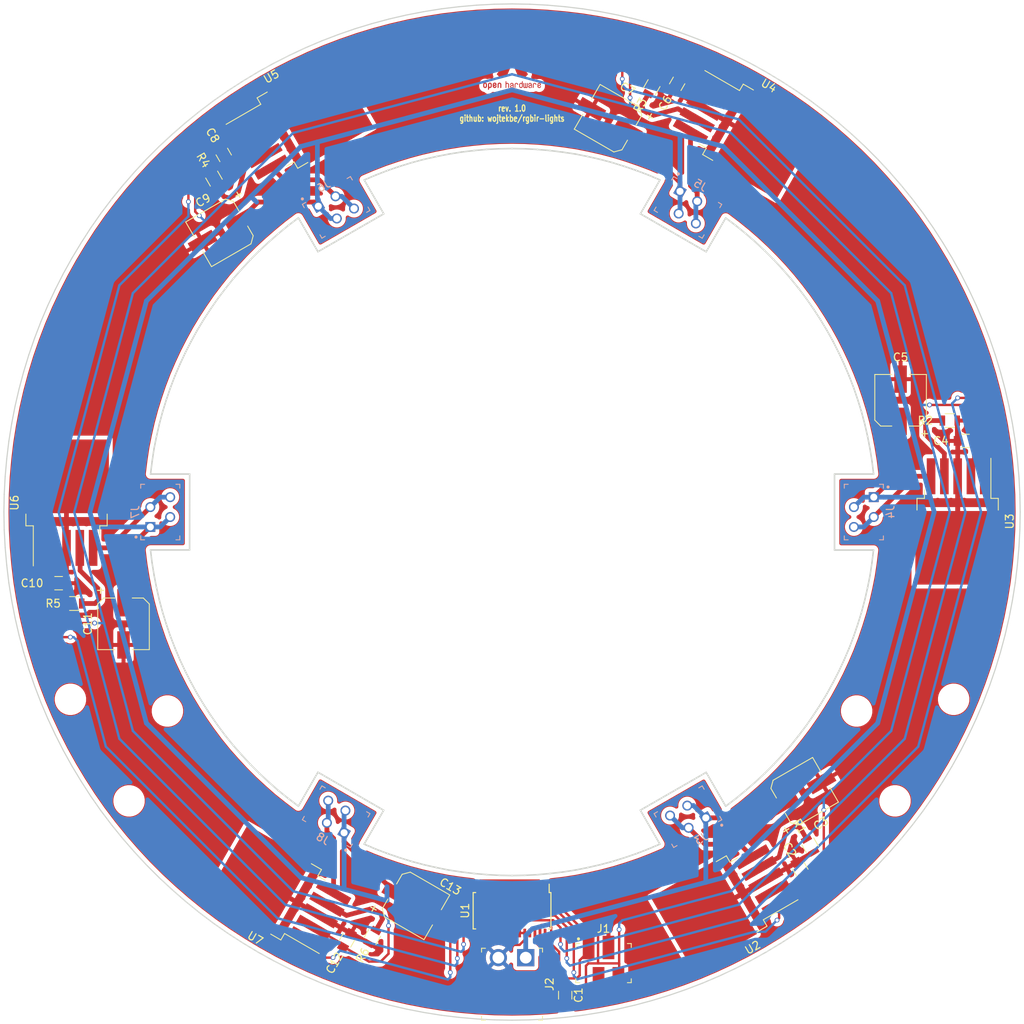
<source format=kicad_pcb>
(kicad_pcb (version 20170922) (host pcbnew "(2017-10-04 revision acccb10ca)-master")
  (layers (0 F.Cu signal) (31 B.Cu signal) (34 B.Paste user) (35 F.Paste user) (36 B.SilkS user) (37 F.SilkS user) (38 B.Mask user) (39 F.Mask user) (44 Edge.Cuts user))
  (layers (0 F.Cu signal) (31 B.Cu signal) (34 B.Paste user) (35 F.Paste user) (36 B.SilkS user) (37 F.SilkS user) (38 B.Mask user) (39 F.Mask user) (44 Edge.Cuts user))
  (net 0 "")
  (net 1 +5V)
  (net 2 GND)
  (net 3 VLED)
  (net 4 SDA)
  (net 5 N$1)
  (net 6 N$3)
  (net 7 N$5)
  (net 8 N$7)
  (net 9 N$9)
  (net 10 N$11)
  (net 11 N$2)
  (net 12 N$4)
  (net 13 N$6)
  (net 14 N$8)
  (net 15 N$10)
  (net 16 N$12)
  (net 17 CTRL1)
  (net 18 CTRL2)
  (net 19 CTRL3)
  (net 20 CTRL4)
  (net 21 SCL)
  (net 22 CTRL5)
  (net 23 CTRL6)
  (module generated:THT_MicroMatch_4p (layer B.Cu) (at 22.5 -38.97 330)
    (fp_text reference J5 (at -0.029359 -3.250852 330) (layer B.SilkS) (effects (justify mirror)))
    (fp_text value CONN_01X04 hide)
    (pad 4 thru_hole circle (at 1.905 1.27 330) (size 1.27 1.27) (drill 0.9) (layers *.Cu *.Mask) (net 7 N$5))
    (pad 2 thru_hole circle (at -0.635 1.27 330) (size 1.27 1.27) (drill 0.9) (layers *.Cu *.Mask) (net 3 VLED))
    (pad 3 thru_hole circle (at 0.635 -1.27 330) (size 1.27 1.27) (drill 0.9) (layers *.Cu *.Mask) (net 7 N$5))
    (pad 1 thru_hole rect (at -1.905 -1.27 330) (size 1.27 1.27) (drill 0.9) (layers *.Cu *.Mask) (net 3 VLED))
  )
  (module generated:THT_MicroMatch_4p (layer B.Cu) (at -22.5 -38.97 30)
    (fp_text reference J6 (at -0.020641 -3.164249 30) (layer B.SilkS) (effects (justify mirror)))
    (fp_text value CONN_01X04 hide)
    (pad 4 thru_hole circle (at 1.905 1.27 30) (size 1.27 1.27) (drill 0.9) (layers *.Cu *.Mask) (net 8 N$7))
    (pad 2 thru_hole circle (at -0.635 1.27 30) (size 1.27 1.27) (drill 0.9) (layers *.Cu *.Mask) (net 3 VLED))
    (pad 3 thru_hole circle (at 0.635 -1.27 30) (size 1.27 1.27) (drill 0.9) (layers *.Cu *.Mask) (net 8 N$7))
    (pad 1 thru_hole rect (at -1.905 -1.27 30) (size 1.27 1.27) (drill 0.9) (layers *.Cu *.Mask) (net 3 VLED))
  )
  (module generated:THT_MicroMatch_4p (layer B.Cu) (at -45 0 90)
    (fp_text reference J7 (at 0 -3.2 270) (layer B.SilkS) (effects (justify mirror)))
    (fp_text value CONN_01X04 hide)
    (pad 4 thru_hole circle (at 1.905 1.27 90) (size 1.27 1.27) (drill 0.9) (layers *.Cu *.Mask) (net 9 N$9))
    (pad 2 thru_hole circle (at -0.635 1.27 90) (size 1.27 1.27) (drill 0.9) (layers *.Cu *.Mask) (net 3 VLED))
    (pad 3 thru_hole circle (at 0.635 -1.27 90) (size 1.27 1.27) (drill 0.9) (layers *.Cu *.Mask) (net 9 N$9))
    (pad 1 thru_hole rect (at -1.905 -1.27 90) (size 1.27 1.27) (drill 0.9) (layers *.Cu *.Mask) (net 3 VLED))
  )
  (module generated:THT_MicroMatch_4p (layer B.Cu) (at -22.5 38.97 150)
    (fp_text reference J8 (at 0.057243 -3.300852 150) (layer B.SilkS) (effects (justify mirror)))
    (fp_text value CONN_01X04 hide)
    (pad 4 thru_hole circle (at 1.905 1.27 150) (size 1.27 1.27) (drill 0.9) (layers *.Cu *.Mask) (net 10 N$11))
    (pad 2 thru_hole circle (at -0.635 1.27 150) (size 1.27 1.27) (drill 0.9) (layers *.Cu *.Mask) (net 3 VLED))
    (pad 3 thru_hole circle (at 0.635 -1.27 150) (size 1.27 1.27) (drill 0.9) (layers *.Cu *.Mask) (net 10 N$11))
    (pad 1 thru_hole rect (at -1.905 -1.27 150) (size 1.27 1.27) (drill 0.9) (layers *.Cu *.Mask) (net 3 VLED))
  )
  (module generated:THT_MicroMatch_4p (layer B.Cu) (at 22.5 38.97 210)
    (fp_text reference J3 (at -0.057243 -3.300852 210) (layer B.SilkS) (effects (justify mirror)))
    (fp_text value CONN_01X04 hide)
    (pad 4 thru_hole circle (at 1.905 1.27 210) (size 1.27 1.27) (drill 0.9) (layers *.Cu *.Mask) (net 5 N$1))
    (pad 2 thru_hole circle (at -0.635 1.27 210) (size 1.27 1.27) (drill 0.9) (layers *.Cu *.Mask) (net 3 VLED))
    (pad 3 thru_hole circle (at 0.635 -1.27 210) (size 1.27 1.27) (drill 0.9) (layers *.Cu *.Mask) (net 5 N$1))
    (pad 1 thru_hole rect (at -1.905 -1.27 210) (size 1.27 1.27) (drill 0.9) (layers *.Cu *.Mask) (net 3 VLED))
  )
  (module generated:THT_MicroMatch_4p (layer B.Cu) (at 45 0 270)
    (fp_text reference J4 (at 0 -3.4 90) (layer B.SilkS) (effects (justify mirror)))
    (fp_text value CONN_01X04 hide)
    (pad 4 thru_hole circle (at 1.905 1.27 270) (size 1.27 1.27) (drill 0.9) (layers *.Cu *.Mask) (net 6 N$3))
    (pad 2 thru_hole circle (at -0.635 1.27 270) (size 1.27 1.27) (drill 0.9) (layers *.Cu *.Mask) (net 3 VLED))
    (pad 3 thru_hole circle (at 0.635 -1.27 270) (size 1.27 1.27) (drill 0.9) (layers *.Cu *.Mask) (net 6 N$3))
    (pad 1 thru_hole rect (at -1.905 -1.27 270) (size 1.27 1.27) (drill 0.9) (layers *.Cu *.Mask) (net 3 VLED))
  )
  (module TO_SOT_Packages_SMD:TO-263-5_TabPin3 (layer F.Cu) (at -56.99 -1.19 90)
    (fp_text reference U6 (at 0 -6.65 90) (layer F.SilkS))
    (fp_text value MBI1801)
    (pad 1 smd rect (at -5.775 -3.4 90) (size 4.6 1.1) (layers F.Cu F.Paste F.Mask) (net 22 CTRL5))
    (pad 2 smd rect (at -5.775 -1.7 90) (size 4.6 1.1) (layers F.Cu F.Paste F.Mask) (net 1 +5V))
    (pad 3 smd rect (at -5.775 0 90) (size 4.6 1.1) (layers F.Cu F.Paste F.Mask) (net 2 GND))
    (pad 4 smd rect (at -5.775 1.7 90) (size 4.6 1.1) (layers F.Cu F.Paste F.Mask) (net 15 N$10))
    (pad 5 smd rect (at -5.775 3.4 90) (size 4.6 1.1) (layers F.Cu F.Paste F.Mask) (net 9 N$9))
    (pad 3 smd rect (at 3.375 0 90) (size 9.4 10.8) (layers F.Cu F.Mask) (net 2 GND))
    (pad 3 smd rect (at 5.8 2.775 90) (size 4.55 5.25) (layers F.Cu F.Paste) (net 2 GND))
    (pad 3 smd rect (at 0.95 -2.775 90) (size 4.55 5.25) (layers F.Cu F.Paste) (net 2 GND))
    (pad 3 smd rect (at 5.8 -2.775 90) (size 4.55 5.25) (layers F.Cu F.Paste) (net 2 GND))
    (pad 3 smd rect (at 0.95 2.775 90) (size 4.55 5.25) (layers F.Cu F.Paste) (net 2 GND))
  )
  (module generated:Mounting_holes (layer F.Cu) (at -48.41 27.95 300)
    (fp_text reference REF** hide)
    (fp_text value "" (at 0 0 300) (layer F.SilkS))
    (pad 3 np_thru_hole circle (at 0 -5 300) (size 3 3) (drill 3) (layers *.Cu *.Mask))
    (pad 2 np_thru_hole circle (at 7.5 5 300) (size 3 3) (drill 3) (layers *.Cu *.Mask))
    (pad 1 np_thru_hole circle (at -7.5 5 300) (size 3 3) (drill 3) (layers *.Cu *.Mask))
  )
  (module generated:Mounting_holes (layer F.Cu) (at 48.41 27.95 60)
    (fp_text reference REF** hide)
    (fp_text value "" (at 0 0 60) (layer F.SilkS))
    (pad 3 np_thru_hole circle (at 0 -5 60) (size 3 3) (drill 3) (layers *.Cu *.Mask))
    (pad 2 np_thru_hole circle (at 7.5 5 60) (size 3 3) (drill 3) (layers *.Cu *.Mask))
    (pad 1 np_thru_hole circle (at -7.5 5 60) (size 3 3) (drill 3) (layers *.Cu *.Mask))
  )
  (module generated:MicroMatch_4p (layer F.Cu) (at 11.7 57.7)
    (fp_text reference J1 (at 0 -4.4 180) (layer F.SilkS))
    (fp_text value CONN_01X04 hide)
    (pad 4 smd rect (at 1.905 2) (size 1.5 3) (layers F.Cu F.Paste F.Mask) (net 1 +5V))
    (pad 2 smd rect (at -0.635 2) (size 1.5 3) (layers F.Cu F.Paste F.Mask) (net 21 SCL))
    (pad 3 smd rect (at 0.635 -2) (size 1.5 3) (layers F.Cu F.Paste F.Mask) (net 2 GND))
    (pad 1 smd rect (at -1.905 -2) (size 1.5 3) (layers F.Cu F.Paste F.Mask) (net 4 SDA))
  )
  (module Capacitors_SMD:C_0805 (layer F.Cu) (at 6.8 61.8 270)
    (fp_text reference C1 (at 0 -1.7 270) (layer F.SilkS))
    (fp_text value 100n hide)
    (pad 1 smd rect (at -1 0 270) (size 1 1.25) (layers F.Cu F.Paste F.Mask) (net 1 +5V))
    (pad 2 smd rect (at 1 0 270) (size 1 1.25) (layers F.Cu F.Paste F.Mask) (net 2 GND))
  )
  (module Capacitors_SMD:C_0805 (layer F.Cu) (at 36.88 45.68 120)
    (fp_text reference C2 (at 2.837743 0.044885 120) (layer F.SilkS))
    (fp_text value 100n hide)
    (pad 1 smd rect (at -1 0 120) (size 1 1.25) (layers F.Cu F.Paste F.Mask) (net 1 +5V))
    (pad 2 smd rect (at 1 0 120) (size 1 1.25) (layers F.Cu F.Paste F.Mask) (net 2 GND))
  )
  (module Capacitors_SMD:C_0805 (layer F.Cu) (at 58 -9.1 180)
    (fp_text reference C4 (at 3.136 0 180) (layer F.SilkS))
    (fp_text value 100n hide)
    (pad 1 smd rect (at -1 0 180) (size 1 1.25) (layers F.Cu F.Paste F.Mask) (net 1 +5V))
    (pad 2 smd rect (at 1 0 180) (size 1 1.25) (layers F.Cu F.Paste F.Mask) (net 2 GND))
  )
  (module Capacitors_SMD:C_0805 (layer F.Cu) (at 21.12 -54.78 240)
    (fp_text reference C6 (at 2.907743 0.076359 240) (layer F.SilkS))
    (fp_text value 100n hide)
    (pad 1 smd rect (at -1 0 240) (size 1 1.25) (layers F.Cu F.Paste F.Mask) (net 1 +5V))
    (pad 2 smd rect (at 1 0 240) (size 1 1.25) (layers F.Cu F.Paste F.Mask) (net 2 GND))
  )
  (module Capacitors_SMD:C_0805 (layer F.Cu) (at -36.88 -45.68 300)
    (fp_text reference C8 (at -2.892384 -0.030244 300) (layer F.SilkS))
    (fp_text value 100n hide)
    (pad 1 smd rect (at -1 0 300) (size 1 1.25) (layers F.Cu F.Paste F.Mask) (net 1 +5V))
    (pad 2 smd rect (at 1 0 300) (size 1 1.25) (layers F.Cu F.Paste F.Mask) (net 2 GND))
  )
  (module Capacitors_SMD:C_0805 (layer F.Cu) (at -58 9.1)
    (fp_text reference C10 (at -3.4 0) (layer F.SilkS))
    (fp_text value 100n hide)
    (pad 1 smd rect (at -1 0) (size 1 1.25) (layers F.Cu F.Paste F.Mask) (net 1 +5V))
    (pad 2 smd rect (at 1 0) (size 1 1.25) (layers F.Cu F.Paste F.Mask) (net 2 GND))
  )
  (module Capacitors_SMD:C_0805 (layer F.Cu) (at -21.12 54.78 60)
    (fp_text reference C12 (at -3.318794 0.09168 60) (layer F.SilkS))
    (fp_text value 100n hide)
    (pad 2 smd rect (at 1 0 60) (size 1 1.25) (layers F.Cu F.Paste F.Mask) (net 2 GND))
    (pad 1 smd rect (at -1 0 60) (size 1 1.25) (layers F.Cu F.Paste F.Mask) (net 1 +5V))
  )
  (module Resistors_SMD:R_0805 (layer F.Cu) (at 38.13 42.65 300)
    (fp_text reference R1 (at -2.786762 -0.073186 300) (layer F.SilkS))
    (fp_text value 1K hide)
    (pad 1 smd rect (at -0.95 0 300) (size 0.7 1.3) (layers F.Cu F.Paste F.Mask) (net 11 N$2))
    (pad 2 smd rect (at 0.95 0 300) (size 0.7 1.3) (layers F.Cu F.Paste F.Mask) (net 2 GND))
  )
  (module Resistors_SMD:R_0805 (layer F.Cu) (at 56 -11.7)
    (fp_text reference R2 (at -3.136 0) (layer F.SilkS))
    (fp_text value 1K hide)
    (pad 1 smd rect (at -0.95 0) (size 0.7 1.3) (layers F.Cu F.Paste F.Mask) (net 12 N$4))
    (pad 2 smd rect (at 0.95 0) (size 0.7 1.3) (layers F.Cu F.Paste F.Mask) (net 2 GND))
  )
  (module Resistors_SMD:R_0805 (layer F.Cu) (at 17.87 -54.35 60)
    (fp_text reference R3 (at -2.77016 -0.098057 60) (layer F.SilkS))
    (fp_text value 1K hide)
    (pad 1 smd rect (at -0.95 0 60) (size 0.7 1.3) (layers F.Cu F.Paste F.Mask) (net 13 N$6))
    (pad 2 smd rect (at 0.95 0 60) (size 0.7 1.3) (layers F.Cu F.Paste F.Mask) (net 2 GND))
  )
  (module Resistors_SMD:R_0805 (layer F.Cu) (at -38.13 -42.65 120)
    (fp_text reference R4 (at 2.72016 -0.011455 120) (layer F.SilkS))
    (fp_text value 1K hide)
    (pad 1 smd rect (at -0.95 0 120) (size 0.7 1.3) (layers F.Cu F.Paste F.Mask) (net 14 N$8))
    (pad 2 smd rect (at 0.95 0 120) (size 0.7 1.3) (layers F.Cu F.Paste F.Mask) (net 2 GND))
  )
  (module Resistors_SMD:R_0805 (layer F.Cu) (at -56 11.7 180)
    (fp_text reference R5 (at 2.7 0 180) (layer F.SilkS))
    (fp_text value 1K hide)
    (pad 1 smd rect (at -0.95 0 180) (size 0.7 1.3) (layers F.Cu F.Paste F.Mask) (net 15 N$10))
    (pad 2 smd rect (at 0.95 0 180) (size 0.7 1.3) (layers F.Cu F.Paste F.Mask) (net 2 GND))
  )
  (module Resistors_SMD:R_0805 (layer F.Cu) (at -17.87 54.35 240)
    (fp_text reference R6 (at 2.65016 -0.109789 240) (layer F.SilkS))
    (fp_text value 1K hide)
    (pad 2 smd rect (at 0.95 0 240) (size 0.7 1.3) (layers F.Cu F.Paste F.Mask) (net 2 GND))
    (pad 1 smd rect (at -0.95 0 240) (size 0.7 1.3) (layers F.Cu F.Paste F.Mask) (net 16 N$12))
  )
  (module Housings_SSOP:TSSOP-28_4.4x9.7mm_Pitch0.65mm (layer F.Cu) (at 0 51 270)
    (fp_text reference U1 (at 0 6.008 270) (layer F.SilkS))
    (fp_text value PCA9685PW hide)
    (pad 1 smd rect (at -2.85 -4.225 270) (size 1.1 0.35) (layers F.Cu F.Paste F.Mask) (net 1 +5V))
    (pad 2 smd rect (at -2.85 -3.575 270) (size 1.1 0.35) (layers F.Cu F.Paste F.Mask) (net 2 GND))
    (pad 3 smd rect (at -2.85 -2.925 270) (size 1.1 0.35) (layers F.Cu F.Paste F.Mask) (net 2 GND))
    (pad 4 smd rect (at -2.85 -2.275 270) (size 1.1 0.35) (layers F.Cu F.Paste F.Mask) (net 2 GND))
    (pad 5 smd rect (at -2.85 -1.625 270) (size 1.1 0.35) (layers F.Cu F.Paste F.Mask) (net 2 GND))
    (pad 6 smd rect (at -2.85 -0.975 270) (size 1.1 0.35) (layers F.Cu F.Paste F.Mask) (net 17 CTRL1))
    (pad 7 smd rect (at -2.85 -0.325 270) (size 1.1 0.35) (layers F.Cu F.Paste F.Mask) (net 18 CTRL2))
    (pad 8 smd rect (at -2.85 0.325 270) (size 1.1 0.35) (layers F.Cu F.Paste F.Mask) (net 19 CTRL3))
    (pad 9 smd rect (at -2.85 0.975 270) (size 1.1 0.35) (layers F.Cu F.Paste F.Mask) (net 20 CTRL4))
    (pad 10 smd rect (at -2.85 1.625 270) (size 1.1 0.35) (layers F.Cu F.Paste F.Mask) (net 22 CTRL5))
    (pad 11 smd rect (at -2.85 2.275 270) (size 1.1 0.35) (layers F.Cu F.Paste F.Mask) (net 23 CTRL6))
    (pad 12 smd rect (at -2.85 2.925 270) (size 1.1 0.35) (layers F.Cu F.Paste F.Mask))
    (pad 13 smd rect (at -2.85 3.575 270) (size 1.1 0.35) (layers F.Cu F.Paste F.Mask))
    (pad 14 smd rect (at -2.85 4.225 270) (size 1.1 0.35) (layers F.Cu F.Paste F.Mask) (net 2 GND))
    (pad 15 smd rect (at 2.85 4.225 270) (size 1.1 0.35) (layers F.Cu F.Paste F.Mask))
    (pad 16 smd rect (at 2.85 3.575 270) (size 1.1 0.35) (layers F.Cu F.Paste F.Mask))
    (pad 17 smd rect (at 2.85 2.925 270) (size 1.1 0.35) (layers F.Cu F.Paste F.Mask))
    (pad 18 smd rect (at 2.85 2.275 270) (size 1.1 0.35) (layers F.Cu F.Paste F.Mask))
    (pad 19 smd rect (at 2.85 1.625 270) (size 1.1 0.35) (layers F.Cu F.Paste F.Mask))
    (pad 20 smd rect (at 2.85 0.975 270) (size 1.1 0.35) (layers F.Cu F.Paste F.Mask))
    (pad 21 smd rect (at 2.85 0.325 270) (size 1.1 0.35) (layers F.Cu F.Paste F.Mask))
    (pad 22 smd rect (at 2.85 -0.325 270) (size 1.1 0.35) (layers F.Cu F.Paste F.Mask))
    (pad 23 smd rect (at 2.85 -0.975 270) (size 1.1 0.35) (layers F.Cu F.Paste F.Mask) (net 2 GND))
    (pad 24 smd rect (at 2.85 -1.625 270) (size 1.1 0.35) (layers F.Cu F.Paste F.Mask) (net 2 GND))
    (pad 25 smd rect (at 2.85 -2.275 270) (size 1.1 0.35) (layers F.Cu F.Paste F.Mask) (net 2 GND))
    (pad 26 smd rect (at 2.85 -2.925 270) (size 1.1 0.35) (layers F.Cu F.Paste F.Mask) (net 21 SCL))
    (pad 27 smd rect (at 2.85 -3.575 270) (size 1.1 0.35) (layers F.Cu F.Paste F.Mask) (net 4 SDA))
    (pad 28 smd rect (at 2.85 -4.225 270) (size 1.1 0.35) (layers F.Cu F.Paste F.Mask) (net 1 +5V))
  )
  (module UGL:OSHW_Logo_6mm_height_BCu (layer F.Cu) (at 0 -57)
    (fp_text reference G2 hide)
    (fp_text value LOGO hide)
    (fp_poly (pts (xy -0.086974 -2.999569) (xy -0.030841 -2.999389) (xy 0.034978 -2.999129) (xy 0.043942 -2.999092) (xy 0.371922 -2.99773) (xy 0.381333 -2.9845) (xy 0.384312 -2.977205) (xy 0.388571 -2.961745) (xy 0.394175 -2.937811) (xy 0.401188 -2.905093) (xy 0.409673 -2.86328) (xy 0.419695 -2.812065) (xy 0.431316 -2.751136) (xy 0.444601 -2.680184) (xy 0.4495 -2.653771) (xy 0.463427 -2.579022) (xy 0.475666 -2.514433) (xy 0.486274 -2.459729) (xy 0.495308 -2.414631) (xy 0.502826 -2.378862) (xy 0.508884 -2.352145) (xy 0.51354 -2.334202) (xy 0.516851 -2.324757) (xy 0.517495 -2.323663) (xy 0.520407 -2.320599) (xy 0.525378 -2.316951) (xy 0.533067 -2.312434) (xy 0.544134 -2.306764) (xy 0.559238 -2.299655) (xy 0.579037 -2.290823) (xy 0.604191 -2.279983) (xy 0.635359 -2.266849) (xy 0.6732 -2.251137) (xy 0.718373 -2.232563) (xy 0.771537 -2.21084) (xy 0.833351 -2.185684) (xy 0.887924 -2.163525) (xy 0.920796 -2.150323) (xy 0.945456 -2.140834) (xy 0.963423 -2.134607) (xy 0.976214 -2.131192) (xy 0.985347 -2.130136) (xy 0.99234 -2.13099) (xy 0.994839 -2.131751) (xy 1.001882 -2.135658) (xy 1.01682 -2.145046) (xy 1.038845 -2.159375) (xy 1.067149 -2.178106) (xy 1.100923 -2.200697) (xy 1.13936 -2.226608) (xy 1.181651 -2.255298) (xy 1.226989 -2.286228) (xy 1.273728 -2.318281) (xy 1.3222 -2.351477) (xy 1.368109 -2.382666) (xy 1.410681 -2.411338) (xy 1.44914 -2.436982) (xy 1.482711 -2.459087) (xy 1.51062 -2.477142) (xy 1.532091 -2.490638) (xy 1.54635 -2.499064) (xy 1.552392 -2.501893) (xy 1.555942 -2.501955) (xy 1.560279 -2.500704) (xy 1.565982 -2.497601) (xy 1.57363 -2.492108) (xy 1.583803 -2.483686) (xy 1.59708 -2.471798) (xy 1.614041 -2.455906) (xy 1.635264 -2.435472) (xy 1.66133 -2.409957) (xy 1.692818 -2.378823) (xy 1.730307 -2.341533) (xy 1.774377 -2.297549) (xy 1.799777 -2.272161) (xy 1.851066 -2.22077) (xy 1.895125 -2.176367) (xy 1.932321 -2.13857) (xy 1.963017 -2.106995) (xy 1.987577 -2.081259) (xy 2.006367 -2.060978) (xy 2.01975 -2.045768) (xy 2.028092 -2.035247) (xy 2.031755 -2.02903) (xy 2.032 -2.027829) (xy 2.029016 -2.020991) (xy 2.020303 -2.006041) (xy 2.006216 -1.98352) (xy 1.987115 -1.953975) (xy 1.963355 -1.917949) (xy 1.935294 -1.875986) (xy 1.903289 -1.82863) (xy 1.867697 -1.776427) (xy 1.85139 -1.752639) (xy 1.818865 -1.705157) (xy 1.788055 -1.659955) (xy 1.759498 -1.61784) (xy 1.733733 -1.579616) (xy 1.711301 -1.54609) (xy 1.69274 -1.518068) (xy 1.678589 -1.496356) (xy 1.669387 -1.481759) (xy 1.665696 -1.475146) (xy 1.664922 -1.470813) (xy 1.665389 -1.464588) (xy 1.667417 -1.455635) (xy 1.671326 -1.443116) (xy 1.677435 -1.426193) (xy 1.686063 -1.404031) (xy 1.69753 -1.375791) (xy 1.712156 -1.340636) (xy 1.730259 -1.297729) (xy 1.752159 -1.246232) (xy 1.760317 -1.227109) (xy 1.785178 -1.169109) (xy 1.806336 -1.1203) (xy 1.824076 -1.080071) (xy 1.838684 -1.047807) (xy 1.850443 -1.022898) (xy 1.859638 -1.004731) (xy 1.866553 -0.992692) (xy 1.871474 -0.986171) (xy 1.872788 -0.985072) (xy 1.876383 -0.983122) (xy 1.881875 -0.980988) (xy 1.889946 -0.978533) (xy 1.901277 -0.975621) (xy 1.91655 -0.972115) (xy 1.936444 -0.967877) (xy 1.961641 -0.962773) (xy 1.992823 -0.956664) (xy 2.030671 -0.949415) (xy 2.075864 -0.940888) (xy 2.129086 -0.930947) (xy 2.191016 -0.919456) (xy 2.262337 -0.906278) (xy 2.301875 -0.898986) (xy 2.355395 -0.889046) (xy 2.399407 -0.880682) (xy 2.434838 -0.873685) (xy 2.462612 -0.867849) (xy 2.483653 -0.862965) (xy 2.498888 -0.858825) (xy 2.509241 -0.85522) (xy 2.515636 -0.851943) (xy 2.517511 -0.850483) (xy 2.529417 -0.839531) (xy 2.529417 -0.515602) (xy 2.5294 -0.448732) (xy 2.529337 -0.391643) (xy 2.529203 -0.343531) (xy 2.528977 -0.303593) (xy 2.528638 -0.271025) (xy 2.528162 -0.245025) (xy 2.527527 -0.22479) (xy 2.526712 -0.209516) (xy 2.525693 -0.1984) (xy 2.52445 -0.19064) (xy 2.522959 -0.185431) (xy 2.521199 -0.181971) (xy 2.520156 -0.180581) (xy 2.515379 -0.177588) (xy 2.505176 -0.173852) (xy 2.489104 -0.169283) (xy 2.466719 -0.16379) (xy 2.437578 -0.157283) (xy 2.401236 -0.149673) (xy 2.35725 -0.140869) (xy 2.305177 -0.13078) (xy 2.244571 -0.119318) (xy 2.174989 -0.106391) (xy 2.095988 -0.091909) (xy 2.007124 -0.075784) (xy 1.979454 -0.070788) (xy 1.944479 -0.064128) (xy 1.918704 -0.058341) (xy 1.900815 -0.05307) (xy 1.889501 -0.047955) (xy 1.88577 -0.04523) (xy 1.88126 -0.038041) (xy 1.873464 -0.022137) (xy 1.862852 0.001306) (xy 1.849897 0.031112) (xy 1.835071 0.066101) (xy 1.818846 0.105099) (xy 1.801694 0.146927) (xy 1.784088 0.190408) (xy 1.766498 0.234366) (xy 1.749398 0.277623) (xy 1.733259 0.319001) (xy 1.718554 0.357325) (xy 1.705755 0.391417) (xy 1.695333 0.420099) (xy 1.68776 0.442196) (xy 1.68351 0.456528) (xy 1.68275 0.460988) (xy 1.683956 0.466387) (xy 1.687832 0.475133) (xy 1.694763 0.487824) (xy 1.705135 0.505058) (xy 1.719334 0.527434) (xy 1.737745 0.55555) (xy 1.760754 0.590005) (xy 1.788746 0.631397) (xy 1.822109 0.680325) (xy 1.85582 0.729515) (xy 1.889351 0.778557) (xy 1.920486 0.824492) (xy 1.948741 0.866582) (xy 1.973634 0.904093) (xy 1.994681 0.936286) (xy 2.011398 0.962425) (xy 2.023303 0.981775) (xy 2.029911 0.993597) (xy 2.031122 0.996675) (xy 2.031102 1.000262) (xy 2.029693 1.004717) (xy 2.026354 1.01062) (xy 2.020547 1.018553) (xy 2.011734 1.029095) (xy 1.999374 1.042827) (xy 1.982929 1.060328) (xy 1.961859 1.082181) (xy 1.935626 1.108964) (xy 1.903691 1.141259) (xy 1.865514 1.179646) (xy 1.820557 1.224704) (xy 1.802982 1.242297) (xy 1.754833 1.290426) (xy 1.713554 1.331543) (xy 1.678586 1.366173) (xy 1.649369 1.394841) (xy 1.625343 1.418073) (xy 1.605949 1.436394) (xy 1.590628 1.450329) (xy 1.578821 1.460403) (xy 1.569967 1.467141) (xy 1.563507 1.471069) (xy 1.558882 1.472712) (xy 1.557391 1.472847) (xy 1.551452 1.471173) (xy 1.540842 1.465939) (xy 1.525065 1.456825) (xy 1.503626 1.44351) (xy 1.476029 1.425674) (xy 1.441781 1.402999) (xy 1.400385 1.375163) (xy 1.351347 1.341846) (xy 1.294171 1.302729) (xy 1.294028 1.302631) (xy 1.239664 1.265402) (xy 1.193307 1.233808) (xy 1.154288 1.207422) (xy 1.121939 1.185818) (xy 1.095593 1.168567) (xy 1.074581 1.155243) (xy 1.058235 1.145418) (xy 1.045887 1.138665) (xy 1.036869 1.134557) (xy 1.030513 1.132666) (xy 1.027897 1.132416) (xy 1.011013 1.135807) (xy 0.988481 1.145405) (xy 0.97459 1.15296) (xy 0.957362 1.162666) (xy 0.933333 1.175774) (xy 0.905129 1.190874) (xy 0.875374 1.206554) (xy 0.860762 1.214156) (xy 0.831666 1.229109) (xy 0.810387 1.239635) (xy 0.795407 1.246294) (xy 0.785208 1.249647) (xy 0.778271 1.250253) (xy 0.77308 1.248671) (xy 0.770804 1.247327) (xy 0.767177 1.241452) (xy 0.759883 1.226543) (xy 0.749244 1.203371) (xy 0.735579 1.172705) (xy 0.71921 1.135316) (xy 0.700458 1.091974) (xy 0.679643 1.043449) (xy 0.657086 0.99051) (xy 0.633109 0.933927) (xy 0.608031 0.874472) (xy 0.582174 0.812913) (xy 0.555859 0.75002) (xy 0.529406 0.686564) (xy 0.503137 0.623315) (xy 0.477371 0.561043) (xy 0.452431 0.500517) (xy 0.428636 0.442508) (xy 0.406308 0.387785) (xy 0.385768 0.337119) (xy 0.367336 0.29128) (xy 0.351333 0.251038) (xy 0.33808 0.217162) (xy 0.327897 0.190422) (xy 0.321107 0.171589) (xy 0.318029 0.161433) (xy 0.317876 0.160319) (xy 0.321117 0.144011) (xy 0.329406 0.13503) (xy 0.338116 0.128975) (xy 0.353503 0.118319) (xy 0.373533 0.104471) (xy 0.396171 0.088838) (xy 0.400523 0.085835) (xy 0.444288 0.054816) (xy 0.48051 0.027161) (xy 0.511012 0.001309) (xy 0.53762 -0.024298) (xy 0.562157 -0.051222) (xy 0.565849 -0.055563) (xy 0.612075 -0.114897) (xy 0.649633 -0.173715) (xy 0.679936 -0.234727) (xy 0.704397 -0.300641) (xy 0.717626 -0.346605) (xy 0.72353 -0.371379) (xy 0.727796 -0.395191) (xy 0.730781 -0.421025) (xy 0.73284 -0.451866) (xy 0.734153 -0.484981) (xy 0.733823 -0.558673) (xy 0.727492 -0.62586) (xy 0.714618 -0.689102) (xy 0.694655 -0.750962) (xy 0.667061 -0.814002) (xy 0.662308 -0.823562) (xy 0.629621 -0.88222) (xy 0.593462 -0.934269) (xy 0.551005 -0.983605) (xy 0.532052 -1.003028) (xy 0.467712 -1.059616) (xy 0.397378 -1.1076) (xy 0.321614 -1.146681) (xy 0.240985 -1.176561) (xy 0.170298 -1.194255) (xy 0.135601 -1.199309) (xy 0.094126 -1.20246) (xy 0.049104 -1.203708) (xy 0.003767 -1.203055) (xy -0.038652 -1.200499) (xy -0.074923 -1.196043) (xy -0.084666 -1.194223) (xy -0.170748 -1.171282) (xy -0.251302 -1.139444) (xy -0.326028 -1.098914) (xy -0.394629 -1.049898) (xy -0.456803 -0.992603) (xy -0.512253 -0.927232) (xy -0.547056 -0.876541) (xy -0.584552 -0.807447) (xy -0.614554 -0.732057) (xy -0.636438 -0.652128) (xy -0.646047 -0.598332) (xy -0.648876 -0.567117) (xy -0.649902 -0.528979) (xy -0.649247 -0.487341) (xy -0.647036 -0.445623) (xy -0.643393 -0.407248) (xy -0.638441 -0.375638) (xy -0.637896 -0.373063) (xy -0.616317 -0.29375) (xy -0.587083 -0.21982) (xy -0.549757 -0.150689) (xy -0.503903 -0.085768) (xy -0.449085 -0.024472) (xy -0.384866 0.033784) (xy -0.310811 0.089588) (xy -0.27625 0.112707) (xy -0.257961 0.125528) (xy -0.242907 0.137902) (xy -0.233617 0.147687) (xy -0.232287 0.149898) (xy -0.231797 0.152832) (xy -0.232353 0.157847) (xy -0.234163 0.165468) (xy -0.237434 0.176223) (xy -0.242375 0.190639) (xy -0.249192 0.209242) (xy -0.258094 0.23256) (xy -0.269289 0.26112) (xy -0.282985 0.295448) (xy -0.299388 0.336072) (xy -0.318708 0.383518) (xy -0.341151 0.438314) (xy -0.366926 0.500986) (xy -0.39624 0.572062) (xy -0.429301 0.652068) (xy -0.450525 0.703373) (xy -0.49128 0.801698) (xy -0.528115 0.890217) (xy -0.561039 0.968951) (xy -0.590061 1.037921) (xy -0.61519 1.097148) (xy -0.636435 1.146653) (xy -0.653805 1.186458) (xy -0.667308 1.216582) (xy -0.676954 1.237047) (xy -0.682752 1.247874) (xy -0.684252 1.249704) (xy -0.693579 1.24959) (xy -0.711448 1.243798) (xy -0.737918 1.2323) (xy -0.773047 1.215068) (xy -0.816894 1.192075) (xy -0.869518 1.163293) (xy -0.873917 1.160847) (xy -0.905245 1.144609) (xy -0.928627 1.1352) (xy -0.942709 1.132587) (xy -0.94857 1.133638) (xy -0.957073 1.137016) (xy -0.968968 1.143192) (xy -0.985004 1.152641) (xy -1.005931 1.165834) (xy -1.0325 1.183245) (xy -1.065461 1.205346) (xy -1.105563 1.23261) (xy -1.153557 1.26551) (xy -1.153583 1.265528) (xy -1.212751 1.306195) (xy -1.26382 1.341274) (xy -1.307409 1.371176) (xy -1.344136 1.396314) (xy -1.374619 1.417101) (xy -1.399479 1.433948) (xy -1.419332 1.447268) (xy -1.434799 1.457473) (xy -1.446497 1.464976) (xy -1.455046 1.470188) (xy -1.461063 1.473521) (xy -1.465169 1.475389) (xy -1.46798 1.476202) (xy -1.470021 1.476375) (xy -1.475216 1.472726) (xy -1.4872 1.462206) (xy -1.50531 1.445456) (xy -1.52888 1.423115) (xy -1.557245 1.395826) (xy -1.589739 1.364227) (xy -1.625698 1.328959) (xy -1.664456 1.290664) (xy -1.705349 1.249981) (xy -1.710446 1.24489) (xy -1.751492 1.203785) (xy -1.790309 1.164724) (xy -1.826244 1.128373) (xy -1.858648 1.0954) (xy -1.88687 1.066472) (xy -1.910259 1.042257) (xy -1.928165 1.023421) (xy -1.939938 1.010632) (xy -1.944926 1.004557) (xy -1.945035 1.004319) (xy -1.944917 0.992848) (xy -1.941529 0.983126) (xy -1.937401 0.976587) (xy -1.927842 0.962163) (xy -1.91342 0.940692) (xy -1.894702 0.913009) (xy -1.872255 0.87995) (xy -1.846647 0.842351) (xy -1.818445 0.801048) (xy -1.788215 0.756878) (xy -1.768908 0.728715) (xy -1.737716 0.683117) (xy -1.708243 0.639782) (xy -1.681056 0.599557) (xy -1.656717 0.563288) (xy -1.635792 0.531823) (xy -1.618845 0.50601) (xy -1.606441 0.486695) (xy -1.599144 0.474725) (xy -1.597444 0.471399) (xy -1.596613 0.467089) (xy -1.596902 0.461023) (xy -1.598608 0.452373) (xy -1.602028 0.440311) (xy -1.607459 0.42401) (xy -1.615199 0.402641) (xy -1.625544 0.375377) (xy -1.638792 0.341392) (xy -1.655239 0.299856) (xy -1.675182 0.249942) (xy -1.69172 0.208733) (xy -1.715399 0.15) (xy -1.735566 0.100445) (xy -1.752527 0.059372) (xy -1.766585 0.026088) (xy -1.778047 -0.000101) (xy -1.787215 -0.019889) (xy -1.794396 -0.033972) (xy -1.799893 -0.043041) (xy -1.804012 -0.047793) (xy -1.804458 -0.048127) (xy -1.812828 -0.051372) (xy -1.83087 -0.056148) (xy -1.858704 -0.06248) (xy -1.896447 -0.070393) (xy -1.94422 -0.079911) (xy -2.002142 -0.091059) (xy -2.070331 -0.103862) (xy -2.108729 -0.110968) (xy -2.163312 -0.121065) (xy -2.215144 -0.130724) (xy -2.263221 -0.139756) (xy -2.306539 -0.147967) (xy -2.344095 -0.155166) (xy -2.374886 -0.16116) (xy -2.397908 -0.165759) (xy -2.412157 -0.168769) (xy -2.416189 -0.169767) (xy -2.430149 -0.177739) (xy -2.438679 -0.188257) (xy -2.440074 -0.194946) (xy -2.44127 -0.208738) (xy -2.442275 -0.230084) (xy -2.443096 -0.259435) (xy -2.443743 -0.297242) (xy -2.444222 -0.343956) (xy -2.444544 -0.400029) (xy -2.444715 -0.465911) (xy -2.44475 -0.519073) (xy -2.44475 -0.836565) (xy -2.432719 -0.848595) (xy -2.424508 -0.854615) (xy -2.411759 -0.859945) (xy -2.392627 -0.865168) (xy -2.365266 -0.870864) (xy -2.357313 -0.872358) (xy -2.268078 -0.888888) (xy -2.188671 -0.903623) (xy -2.118515 -0.916678) (xy -2.057027 -0.92817) (xy -2.003629 -0.938212) (xy -1.957741 -0.946921) (xy -1.918781 -0.954412) (xy -1.88617 -0.960801) (xy -1.859329 -0.966202) (xy -1.837677 -0.97073) (xy -1.820633 -0.974502) (xy -1.807619 -0.977633) (xy -1.798053 -0.980237) (xy -1.791356 -0.982431) (xy -1.786948 -0.984329) (xy -1.784249 -0.986047) (xy -1.783873 -0.986371) (xy -1.779729 -0.993033) (xy -1.771923 -1.008444) (xy -1.760911 -1.0316) (xy -1.747147 -1.061501) (xy -1.73109 -1.097145) (xy -1.713193 -1.13753) (xy -1.693914 -1.181655) (xy -1.674677 -1.226253) (xy -1.649966 -1.284151) (xy -1.629358 -1.333) (xy -1.612615 -1.373405) (xy -1.599502 -1.405969) (xy -1.589781 -1.431298) (xy -1.583214 -1.449995) (xy -1.579565 -1.462664) (xy -1.578597 -1.469909) (xy -1.578699 -1.470738) (xy -1.582134 -1.477516) (xy -1.591061 -1.492201) (xy -1.604954 -1.513995) (xy -1.623284 -1.5421) (xy -1.645524 -1.57572) (xy -1.671147 -1.614057) (xy -1.699625 -1.656312) (xy -1.730429 -1.70169) (xy -1.763034 -1.749392) (xy -1.764419 -1.751412) (xy -1.796995 -1.799075) (xy -1.827715 -1.844359) (xy -1.856062 -1.886481) (xy -1.881518 -1.924653) (xy -1.903566 -1.958092) (xy -1.921688 -1.986013) (xy -1.935366 -2.007629) (xy -1.944084 -2.022157) (xy -1.947324 -2.028811) (xy -1.947333 -2.028932) (xy -1.943585 -2.035283) (xy -1.932325 -2.048787) (xy -1.913534 -2.069467) (xy -1.887189 -2.097345) (xy -1.853269 -2.132444) (xy -1.811752 -2.174786) (xy -1.762619 -2.224392) (xy -1.715071 -2.272066) (xy -1.667375 -2.319727) (xy -1.626557 -2.360416) (xy -1.592036 -2.394671) (xy -1.563234 -2.42303) (xy -1.539572 -2.44603) (xy -1.52047 -2.464211) (xy -1.505349 -2.478111) (xy -1.49363 -2.488267) (xy -1.484734 -2.495218) (xy -1.478082 -2.499502) (xy -1.473093 -2.501657) (xy -1.46919 -2.502222) (xy -1.467527 -2.502085) (xy -1.460215 -2.498673) (xy -1.444875 -2.489629) (xy -1.422158 -2.475377) (xy -1.392713 -2.456346) (xy -1.357191 -2.432961) (xy -1.31624 -2.405649) (xy -1.270511 -2.374836) (xy -1.220653 -2.34095) (xy -1.185048 -2.316593) (xy -1.13722 -2.283887) (xy -1.091696 -2.25294) (xy -1.04927 -2.224279) (xy -1.010738 -2.198435) (xy -0.976896 -2.175935) (xy -0.948538 -2.157308) (xy -0.926462 -2.143083) (xy -0.911462 -2.13379) (xy -0.904333 -2.129957) (xy -0.904197 -2.129917) (xy -0.898412 -2.130017) (xy -0.888061 -2.132366) (xy -0.872443 -2.137223) (xy -0.85086 -2.144848) (xy -0.822609 -2.1555) (xy -0.786991 -2.169441) (xy -0.743306 -2.186928) (xy -0.690853 -2.208222) (xy -0.668845 -2.217216) (xy -0.622367 -2.236384) (xy -0.578737 -2.254665) (xy -0.53899 -2.271603) (xy -0.504162 -2.286745) (xy -0.475288 -2.299637) (xy -0.453405 -2.309823) (xy -0.439548 -2.316851) (xy -0.435089 -2.31973) (xy -0.43243 -2.323089) (xy -0.429695 -2.328443) (xy -0.426718 -2.336563) (xy -0.423332 -2.34822) (xy -0.419373 -2.364183) (xy -0.414673 -2.385223) (xy -0.409066 -2.412111) (xy -0.402388 -2.445616) (xy -0.394471 -2.486509) (xy -0.385149 -2.535559) (xy -0.374257 -2.593539) (xy -0.362606 -2.655964) (xy -0.348992 -2.728662) (xy -0.337078 -2.791393) (xy -0.326768 -2.844619) (xy -0.317967 -2.888804) (xy -0.310577 -2.924411) (xy -0.304504 -2.951902) (xy -0.29965 -2.971739) (xy -0.295919 -2.984387) (xy -0.293216 -2.990307) (xy -0.293109 -2.990432) (xy -0.290917 -2.99248) (xy -0.287807 -2.994224) (xy -0.282982 -2.995683) (xy -0.275644 -2.996878) (xy -0.264996 -2.997829) (xy -0.250242 -2.998558) (xy -0.230585 -2.999083) (xy -0.205226 -2.999427) (xy -0.173369 -2.999609) (xy -0.134218 -2.999649) (xy -0.086974 -2.999569)) (layer F.Cu) (width 0.01))
    (fp_poly (pts (xy 2.93604 2.110659) (xy 2.956089 2.11584) (xy 2.996197 2.133207) (xy 3.032113 2.158557) (xy 3.062522 2.190276) (xy 3.086109 2.226747) (xy 3.101561 2.266356) (xy 3.107344 2.30175) (xy 3.108854 2.32869) (xy 3.066961 2.347032) (xy 3.047624 2.355322) (xy 3.032068 2.361662) (xy 3.022757 2.36506) (xy 3.021355 2.365375) (xy 3.019268 2.360519) (xy 3.01713 2.347675) (xy 3.015351 2.329428) (xy 3.015099 2.325747) (xy 3.012614 2.301296) (xy 3.008054 2.282954) (xy 3.00018 2.266279) (xy 2.997065 2.261064) (xy 2.974803 2.23428) (xy 2.947114 2.215282) (xy 2.9159 2.204313) (xy 2.883061 2.201616) (xy 2.850498 2.207434) (xy 2.820111 2.22201) (xy 2.802541 2.236186) (xy 2.793566 2.24488) (xy 2.786143 2.252628) (xy 2.780119 2.260487) (xy 2.775338 2.269515) (xy 2.771647 2.280772) (xy 2.76889 2.295315) (xy 2.766912 2.314203) (xy 2.765559 2.338494) (xy 2.764677 2.369247) (xy 2.764109 2.407521) (xy 2.763703 2.454374) (xy 2.76335 2.504329) (xy 2.761804 2.720013) (xy 2.72649 2.736025) (xy 2.707249 2.744421) (xy 2.690333 2.751229) (xy 2.679309 2.755015) (xy 2.679088 2.755071) (xy 2.667 2.758105) (xy 2.667105 2.544542) (xy 2.66726 2.496355) (xy 2.667656 2.450093) (xy 2.668264 2.407145) (xy 2.669053 2.368897) (xy 2.669995 2.336738) (xy 2.671059 2.312057) (xy 2.672214 2.29624) (xy 2.672499 2.293937) (xy 2.683955 2.248613) (xy 2.703949 2.208187) (xy 2.731282 2.173411) (xy 2.764754 2.145039) (xy 2.803166 2.123824) (xy 2.845317 2.11052) (xy 2.890009 2.105881) (xy 2.93604 2.110659)) (layer F.Cu) (width 0.01))
    (fp_poly (pts (xy 0.555508 2.108856) (xy 0.58392 2.109386) (xy 0.605139 2.111147) (xy 0.622527 2.114619) (xy 0.639447 2.120284) (xy 0.641798 2.121211) (xy 0.675759 2.139565) (xy 0.707026 2.165444) (xy 0.734049 2.196773) (xy 0.75528 2.231473) (xy 0.769172 2.26747) (xy 0.774099 2.298667) (xy 0.775229 2.329686) (xy 0.733708 2.34753) (xy 0.71427 2.355657) (xy 0.698463 2.361846) (xy 0.688852 2.365107) (xy 0.687406 2.365375) (xy 0.685001 2.360542) (xy 0.683284 2.347869) (xy 0.682625 2.330094) (xy 0.682625 2.330004) (xy 0.677949 2.292949) (xy 0.664738 2.260907) (xy 0.644215 2.234796) (xy 0.617604 2.215535) (xy 0.586129 2.204042) (xy 0.551013 2.201235) (xy 0.518238 2.206633) (xy 0.497421 2.216305) (xy 0.47553 2.232754) (xy 0.455859 2.253118) (xy 0.442995 2.272016) (xy 0.440072 2.277762) (xy 0.43767 2.283729) (xy 0.435729 2.290982) (xy 0.434189 2.300585) (xy 0.432988 2.313604) (xy 0.432068 2.331101) (xy 0.431367 2.354142) (xy 0.430825 2.383791) (xy 0.430382 2.421113) (xy 0.429978 2.467171) (xy 0.42967 2.507187) (xy 0.428069 2.720437) (xy 0.387999 2.738697) (xy 0.368983 2.747114) (xy 0.353559 2.753479) (xy 0.344314 2.756741) (xy 0.343098 2.756958) (xy 0.342036 2.751794) (xy 0.341146 2.73681) (xy 0.340439 2.71277) (xy 0.339923 2.680435) (xy 0.339611 2.640569) (xy 0.339512 2.593933) (xy 0.339635 2.54129) (xy 0.33979 2.512095) (xy 0.341313 2.267233) (xy 0.358431 2.232473) (xy 0.383197 2.193378) (xy 0.415834 2.158995) (xy 0.453868 2.131796) (xy 0.465062 2.125847) (xy 0.481573 2.118078) (xy 0.495211 2.113104) (xy 0.509228 2.110315) (xy 0.526873 2.109101) (xy 0.5514 2.108849) (xy 0.555508 2.108856)) (layer F.Cu) (width 0.01))
    (fp_poly (pts (xy -0.740037 1.881311) (xy -0.738393 1.887842) (xy -0.737174 1.900527) (xy -0.736331 1.920336) (xy -0.735814 1.948244) (xy -0.735574 1.985221) (xy -0.735541 2.009989) (xy -0.735541 2.142568) (xy -0.699823 2.125649) (xy -0.682695 2.117921) (xy -0.668475 2.112983) (xy -0.65383 2.110217) (xy -0.635425 2.109005) (xy -0.609927 2.108729) (xy -0.608541 2.108729) (xy -0.582649 2.108976) (xy -0.563999 2.11013) (xy -0.549255 2.112811) (xy -0.535079 2.11764) (xy -0.518133 2.125235) (xy -0.517134 2.125708) (xy -0.476837 2.150295) (xy -0.442639 2.18234) (xy -0.415758 2.220284) (xy -0.397413 2.262569) (xy -0.391567 2.286217) (xy -0.390194 2.299431) (xy -0.38907 2.322227) (xy -0.38821 2.353607) (xy -0.387633 2.392571) (xy -0.387356 2.438122) (xy -0.387396 2.489261) (xy -0.38755 2.518069) (xy -0.388937 2.720599) (xy -0.430162 2.738778) (xy -0.449506 2.747071) (xy -0.465251 2.75338) (xy -0.474829 2.756693) (xy -0.476257 2.756958) (xy -0.477404 2.751801) (xy -0.478503 2.736873) (xy -0.479531 2.712984) (xy -0.480467 2.680945) (xy -0.481288 2.641568) (xy -0.481973 2.595663) (xy -0.482498 2.544043) (xy -0.482657 2.522378) (xy -0.484187 2.287798) (xy -0.500202 2.261903) (xy -0.520654 2.236894) (xy -0.542121 2.219994) (xy -0.557111 2.211519) (xy -0.570444 2.206679) (xy -0.586186 2.204492) (xy -0.608401 2.203979) (xy -0.608541 2.203979) (xy -0.630802 2.204486) (xy -0.646567 2.206662) (xy -0.659902 2.211486) (xy -0.674873 2.219938) (xy -0.674962 2.219994) (xy -0.699974 2.240438) (xy -0.716881 2.261902) (xy -0.732896 2.287796) (xy -0.734442 2.503904) (xy -0.735988 2.720013) (xy -0.771302 2.736025) (xy -0.790542 2.744421) (xy -0.807459 2.751229) (xy -0.818483 2.755015) (xy -0.818704 2.755071) (xy -0.830791 2.758105) (xy -0.830791 1.917806) (xy -0.789781 1.900158) (xy -0.770133 1.891736) (xy -0.753844 1.884816) (xy -0.74366 1.880561) (xy -0.742156 1.87996) (xy -0.740037 1.881311)) (layer F.Cu) (width 0.01))
    (fp_poly (pts (xy 3.496996 2.108917) (xy 3.51527 2.109943) (xy 3.529674 2.112502) (xy 3.543566 2.117285) (xy 3.560301 2.124988) (xy 3.567623 2.128586) (xy 3.605466 2.151854) (xy 3.638198 2.18103) (xy 3.663867 2.214109) (xy 3.678056 2.24216) (xy 3.684169 2.260779) (xy 3.687938 2.280375) (xy 3.689868 2.304438) (xy 3.690411 2.32721) (xy 3.690938 2.381649) (xy 3.519633 2.457945) (xy 3.479899 2.475675) (xy 3.443304 2.492067) (xy 3.410955 2.506621) (xy 3.383957 2.518837) (xy 3.363419 2.528214) (xy 3.350446 2.534251) (xy 3.346151 2.536418) (xy 3.345328 2.543554) (xy 3.347877 2.557248) (xy 3.352855 2.574392) (xy 3.359323 2.591878) (xy 3.366339 2.606599) (xy 3.368448 2.610069) (xy 3.391005 2.635203) (xy 3.41975 2.65314) (xy 3.452441 2.663084) (xy 3.486834 2.664236) (xy 3.508757 2.659976) (xy 3.538139 2.646703) (xy 3.56348 2.626283) (xy 3.58305 2.600836) (xy 3.595121 2.572484) (xy 3.598217 2.550147) (xy 3.59865 2.54108) (xy 3.601055 2.53449) (xy 3.60729 2.528785) (xy 3.619211 2.522375) (xy 3.638677 2.513669) (xy 3.643019 2.511782) (xy 3.662906 2.503275) (xy 3.67893 2.496663) (xy 3.688767 2.492896) (xy 3.690644 2.492375) (xy 3.693064 2.497173) (xy 3.69399 2.509856) (xy 3.693591 2.527859) (xy 3.692034 2.548613) (xy 3.689487 2.569553) (xy 3.686119 2.588111) (xy 3.683795 2.596965) (xy 3.664734 2.642209) (xy 3.638267 2.681184) (xy 3.605519 2.713187) (xy 3.567615 2.737513) (xy 3.52568 2.753459) (xy 3.480838 2.760321) (xy 3.434213 2.757394) (xy 3.429 2.756439) (xy 3.389077 2.743648) (xy 3.350722 2.722062) (xy 3.316163 2.69345) (xy 3.287627 2.659579) (xy 3.271287 2.631295) (xy 3.257021 2.600854) (xy 3.257021 2.372648) (xy 3.344452 2.372648) (xy 3.344477 2.394746) (xy 3.345159 2.413059) (xy 3.346531 2.425224) (xy 3.348302 2.428966) (xy 3.354035 2.426936) (xy 3.368098 2.421175) (xy 3.389153 2.412255) (xy 3.41586 2.400748) (xy 3.44688 2.387226) (xy 3.475294 2.374727) (xy 3.514012 2.3575) (xy 3.543984 2.343822) (xy 3.566228 2.333154) (xy 3.581761 2.324962) (xy 3.591602 2.318706) (xy 3.596767 2.31385) (xy 3.598274 2.309858) (xy 3.598274 2.309812) (xy 3.595352 2.29609) (xy 3.58793 2.277706) (xy 3.577898 2.258434) (xy 3.567146 2.242048) (xy 3.560669 2.234734) (xy 3.534126 2.216843) (xy 3.502513 2.205685) (xy 3.468996 2.201791) (xy 3.43674 2.205692) (xy 3.420858 2.211273) (xy 3.398947 2.225339) (xy 3.377993 2.245817) (xy 3.360897 2.269322) (xy 3.350561 2.292466) (xy 3.350242 2.293678) (xy 3.347979 2.30728) (xy 3.346237 2.326552) (xy 3.34505 2.349129) (xy 3.344452 2.372648) (xy 3.257021 2.372648) (xy 3.257021 2.267479) (xy 3.273475 2.232756) (xy 3.297625 2.19365) (xy 3.330001 2.159489) (xy 3.368685 2.132192) (xy 3.379784 2.126335) (xy 3.396661 2.118369) (xy 3.410468 2.113253) (xy 3.424469 2.110359) (xy 3.441929 2.109061) (xy 3.46611 2.108733) (xy 3.471497 2.108729) (xy 3.496996 2.108917)) (layer F.Cu) (width 0.01))
    (fp_poly (pts (xy 2.332969 2.108974) (xy 2.351632 2.110122) (xy 2.366373 2.11279) (xy 2.380523 2.117596) (xy 2.39741 2.125157) (xy 2.398574 2.125708) (xy 2.439708 2.150751) (xy 2.473944 2.183134) (xy 2.500375 2.221658) (xy 2.518095 2.265125) (xy 2.523894 2.291291) (xy 2.525159 2.304595) (xy 2.52632 2.327047) (xy 2.527344 2.357211) (xy 2.528196 2.393651) (xy 2.528841 2.434932) (xy 2.529246 2.479618) (xy 2.529377 2.522043) (xy 2.529417 2.718399) (xy 2.486637 2.737678) (xy 2.466972 2.746309) (xy 2.450873 2.752943) (xy 2.440832 2.756572) (xy 2.439012 2.756958) (xy 2.437708 2.751838) (xy 2.436561 2.737163) (xy 2.435603 2.713959) (xy 2.434865 2.683256) (xy 2.434377 2.646079) (xy 2.434172 2.603457) (xy 2.434167 2.595562) (xy 2.434098 2.555451) (xy 2.433902 2.518974) (xy 2.433596 2.487415) (xy 2.433199 2.462056) (xy 2.432728 2.44418) (xy 2.4322 2.43507) (xy 2.431967 2.434166) (xy 2.425607 2.436142) (xy 2.411339 2.441566) (xy 2.390969 2.449685) (xy 2.366302 2.459744) (xy 2.339145 2.470989) (xy 2.311301 2.482665) (xy 2.284578 2.494019) (xy 2.26078 2.504296) (xy 2.241713 2.512742) (xy 2.229183 2.518603) (xy 2.226501 2.52) (xy 2.210791 2.530551) (xy 2.197683 2.542303) (xy 2.1948 2.545749) (xy 2.18342 2.568307) (xy 2.181395 2.590762) (xy 2.187541 2.612069) (xy 2.200673 2.631182) (xy 2.219604 2.647056) (xy 2.24315 2.658645) (xy 2.270125 2.664904) (xy 2.299343 2.664788) (xy 2.323624 2.659373) (xy 2.338907 2.654738) (xy 2.349426 2.652232) (xy 2.352273 2.652149) (xy 2.354856 2.657475) (xy 2.360298 2.670194) (xy 2.367559 2.687858) (xy 2.369817 2.693458) (xy 2.377568 2.713371) (xy 2.381479 2.725887) (xy 2.381917 2.733323) (xy 2.379246 2.737995) (xy 2.377133 2.739809) (xy 2.360914 2.747926) (xy 2.337341 2.754242) (xy 2.309551 2.758359) (xy 2.280681 2.75988) (xy 2.253866 2.758407) (xy 2.243667 2.756737) (xy 2.212542 2.746989) (xy 2.179677 2.731306) (xy 2.149708 2.712131) (xy 2.133879 2.698858) (xy 2.110002 2.671295) (xy 2.094928 2.641906) (xy 2.087224 2.607579) (xy 2.086074 2.594922) (xy 2.087169 2.554934) (xy 2.096517 2.520354) (xy 2.114726 2.489277) (xy 2.122791 2.479455) (xy 2.1316 2.470283) (xy 2.141863 2.461582) (xy 2.154665 2.452801) (xy 2.17109 2.44339) (xy 2.192223 2.432798) (xy 2.219148 2.420473) (xy 2.252948 2.405867) (xy 2.294709 2.388427) (xy 2.332769 2.372803) (xy 2.4351 2.330999) (xy 2.431767 2.310157) (xy 2.42209 2.276806) (xy 2.40378 2.247753) (xy 2.39341 2.236423) (xy 2.366334 2.216051) (xy 2.336275 2.204615) (xy 2.304885 2.201537) (xy 2.273817 2.20624) (xy 2.244726 2.218145) (xy 2.219266 2.236676) (xy 2.199089 2.261255) (xy 2.185849 2.291304) (xy 2.182091 2.310221) (xy 2.17898 2.336493) (xy 2.136511 2.354902) (xy 2.116867 2.363395) (xy 2.100886 2.37026) (xy 2.091091 2.374417) (xy 2.089479 2.375076) (xy 2.086609 2.371645) (xy 2.085169 2.360188) (xy 2.08507 2.34315) (xy 2.086218 2.322977) (xy 2.088521 2.302116) (xy 2.091889 2.283013) (xy 2.09313 2.277851) (xy 2.109273 2.235357) (xy 2.134023 2.19569) (xy 2.165586 2.161063) (xy 2.202166 2.133691) (xy 2.216189 2.126054) (xy 2.232897 2.118187) (xy 2.246661 2.113145) (xy 2.260749 2.110304) (xy 2.278431 2.10904) (xy 2.302976 2.108731) (xy 2.307056 2.108729) (xy 2.332969 2.108974)) (layer F.Cu) (width 0.01))
    (fp_poly (pts (xy 1.993818 2.377342) (xy 1.993476 2.437812) (xy 1.99315 2.488623) (xy 1.992797 2.530701) (xy 1.992373 2.564972) (xy 1.991837 2.592359) (xy 1.991145 2.613789) (xy 1.990254 2.630187) (xy 1.989121 2.642477) (xy 1.987704 2.651584) (xy 1.98596 2.658435) (xy 1.983845 2.663953) (xy 1.981316 2.669064) (xy 1.980187 2.671188) (xy 1.956719 2.705051) (xy 1.927431 2.731259) (xy 1.893834 2.749409) (xy 1.857443 2.7591) (xy 1.819767 2.759929) (xy 1.782321 2.751493) (xy 1.746616 2.733392) (xy 1.746521 2.733328) (xy 1.731804 2.723751) (xy 1.722984 2.719611) (xy 1.717295 2.720267) (xy 1.711971 2.725079) (xy 1.711785 2.725284) (xy 1.698488 2.735161) (xy 1.678387 2.744623) (xy 1.654596 2.752784) (xy 1.63023 2.758757) (xy 1.6084 2.761657) (xy 1.59222 2.760597) (xy 1.590146 2.759916) (xy 1.581711 2.757704) (xy 1.567966 2.755021) (xy 1.565771 2.754648) (xy 1.543027 2.746946) (xy 1.518698 2.732377) (xy 1.496262 2.713371) (xy 1.48148 2.695832) (xy 1.474321 2.684955) (xy 1.468328 2.674251) (xy 1.463404 2.662709) (xy 1.459455 2.649319) (xy 1.456382 2.633071) (xy 1.45409 2.612956) (xy 1.452482 2.587962) (xy 1.451462 2.55708) (xy 1.450933 2.519299) (xy 1.450799 2.47361) (xy 1.450963 2.419002) (xy 1.451183 2.378443) (xy 1.452563 2.146146) (xy 1.542521 2.106516) (xy 1.545167 2.368648) (xy 1.547813 2.630779) (xy 1.567579 2.648889) (xy 1.582341 2.660589) (xy 1.595953 2.6659) (xy 1.610521 2.667) (xy 1.634617 2.663173) (xy 1.648282 2.655528) (xy 1.654972 2.650039) (xy 1.660553 2.644385) (xy 1.665124 2.637604) (xy 1.668787 2.628737) (xy 1.671642 2.616824) (xy 1.67379 2.600905) (xy 1.675332 2.580019) (xy 1.676367 2.553208) (xy 1.676996 2.51951) (xy 1.677321 2.477967) (xy 1.677442 2.427617) (xy 1.677459 2.377092) (xy 1.677459 2.145053) (xy 1.720774 2.126891) (xy 1.740655 2.118561) (xy 1.756848 2.111788) (xy 1.766847 2.107621) (xy 1.7686 2.106898) (xy 1.769482 2.111648) (xy 1.770281 2.125974) (xy 1.770982 2.148868) (xy 1.771568 2.179321) (xy 1.772026 2.216326) (xy 1.772339 2.258875) (xy 1.772492 2.30596) (xy 1.77247 2.356575) (xy 1.772458 2.361611) (xy 1.772343 2.421503) (xy 1.772344 2.471713) (xy 1.772487 2.513143) (xy 1.772796 2.546695) (xy 1.773296 2.573269) (xy 1.774011 2.593767) (xy 1.774966 2.609091) (xy 1.776186 2.620142) (xy 1.777696 2.627822) (xy 1.779521 2.633031) (xy 1.779924 2.633854) (xy 1.794853 2.652629) (xy 1.814622 2.663676) (xy 1.836812 2.666971) (xy 1.859004 2.662487) (xy 1.87878 2.650198) (xy 1.891054 2.635039) (xy 1.893137 2.63057) (xy 1.894861 2.624222) (xy 1.89626 2.61504) (xy 1.897367 2.602069) (xy 1.898214 2.584355) (xy 1.898834 2.560942) (xy 1.899261 2.530875) (xy 1.899527 2.493198) (xy 1.899665 2.446958) (xy 1.899708 2.391199) (xy 1.899709 2.38418) (xy 1.899709 2.147974) (xy 1.935427 2.131814) (xy 1.954799 2.123149) (xy 1.971822 2.115708) (xy 1.982936 2.111047) (xy 1.983235 2.11093) (xy 1.995324 2.106206) (xy 1.993818 2.377342)) (layer F.Cu) (width 0.01))
    (fp_poly (pts (xy 1.354704 1.881422) (xy 1.355877 1.887257) (xy 1.356874 1.898133) (xy 1.357706 1.914678) (xy 1.358387 1.937524) (xy 1.358928 1.967299) (xy 1.359342 2.004633) (xy 1.359639 2.050157) (xy 1.359833 2.104499) (xy 1.359935 2.16829) (xy 1.359959 2.226668) (xy 1.359947 2.296207) (xy 1.359899 2.35599) (xy 1.35979 2.406845) (xy 1.359598 2.449599) (xy 1.359299 2.48508) (xy 1.358871 2.514115) (xy 1.358291 2.537531) (xy 1.357536 2.556156) (xy 1.356584 2.570818) (xy 1.35541 2.582344) (xy 1.353992 2.591561) (xy 1.352308 2.599297) (xy 1.350334 2.60638) (xy 1.349351 2.609557) (xy 1.331313 2.649929) (xy 1.304691 2.686465) (xy 1.271309 2.717249) (xy 1.232989 2.740362) (xy 1.219608 2.745966) (xy 1.189662 2.754204) (xy 1.15557 2.758957) (xy 1.122038 2.759807) (xy 1.096308 2.756907) (xy 1.05144 2.742194) (xy 1.011147 2.718377) (xy 0.976589 2.686366) (xy 0.948921 2.647074) (xy 0.943324 2.636437) (xy 0.923396 2.596122) (xy 0.923396 2.434446) (xy 0.923396 2.434114) (xy 1.016 2.434114) (xy 1.016 2.434259) (xy 1.016059 2.478695) (xy 1.0164 2.513951) (xy 1.017274 2.541433) (xy 1.01893 2.562543) (xy 1.021618 2.578686) (xy 1.025585 2.591266) (xy 1.031083 2.601687) (xy 1.038361 2.611352) (xy 1.047667 2.621667) (xy 1.049666 2.623795) (xy 1.07792 2.646941) (xy 1.109583 2.660953) (xy 1.14299 2.665578) (xy 1.176477 2.660567) (xy 1.20575 2.647337) (xy 1.234023 2.624031) (xy 1.253882 2.594319) (xy 1.2652 2.55859) (xy 1.267198 2.540989) (xy 1.268565 2.514338) (xy 1.269261 2.480153) (xy 1.26925 2.439952) (xy 1.268877 2.413069) (xy 1.267856 2.369709) (xy 1.266349 2.335416) (xy 1.263983 2.308676) (xy 1.260385 2.287973) (xy 1.25518 2.271791) (xy 1.247995 2.258617) (xy 1.238458 2.246934) (xy 1.226194 2.235227) (xy 1.224725 2.233928) (xy 1.194936 2.214077) (xy 1.162253 2.203266) (xy 1.128576 2.201441) (xy 1.095809 2.208545) (xy 1.065851 2.224523) (xy 1.049341 2.239051) (xy 1.039842 2.249536) (xy 1.032339 2.259614) (xy 1.026597 2.270658) (xy 1.022382 2.284042) (xy 1.01946 2.301138) (xy 1.017595 2.32332) (xy 1.016553 2.351961) (xy 1.016099 2.388435) (xy 1.016 2.434114) (xy 0.923396 2.434114) (xy 0.923419 2.388739) (xy 0.923548 2.352286) (xy 0.923869 2.323756) (xy 0.92447 2.30182) (xy 0.925438 2.285148) (xy 0.926862 2.27241) (xy 0.928828 2.262275) (xy 0.931424 2.253416) (xy 0.934737 2.2445) (xy 0.936123 2.24102) (xy 0.951556 2.212552) (xy 0.97412 2.183682) (xy 1.001137 2.157072) (xy 1.029933 2.135387) (xy 1.055688 2.122076) (xy 1.097613 2.110755) (xy 1.141751 2.107114) (xy 1.18533 2.110997) (xy 1.225576 2.122245) (xy 1.247813 2.132951) (xy 1.259638 2.139503) (xy 1.266963 2.142963) (xy 1.267657 2.143125) (xy 1.268347 2.138088) (xy 1.268957 2.124002) (xy 1.269454 2.102397) (xy 1.269808 2.074807) (xy 1.269985 2.042764) (xy 1.27 2.030062) (xy 1.27 1.917) (xy 1.308365 1.899793) (xy 1.327341 1.891327) (xy 1.34297 1.884438) (xy 1.352405 1.880378) (xy 1.353344 1.879997) (xy 1.354704 1.881422)) (layer F.Cu) (width 0.01))
    (fp_poly (pts (xy 0.008809 2.109309) (xy 0.054145 2.120834) (xy 0.095219 2.141351) (xy 0.13093 2.170243) (xy 0.16018 2.206887) (xy 0.171156 2.226167) (xy 0.177233 2.239001) (xy 0.182247 2.252049) (xy 0.186288 2.266421) (xy 0.189447 2.283225) (xy 0.191812 2.303572) (xy 0.193473 2.328571) (xy 0.194519 2.359333) (xy 0.19504 2.396966) (xy 0.195125 2.442581) (xy 0.194864 2.497287) (xy 0.194712 2.518314) (xy 0.193146 2.721524) (xy 0.151625 2.739241) (xy 0.132176 2.747314) (xy 0.116364 2.75346) (xy 0.106759 2.756695) (xy 0.105323 2.756958) (xy 0.104065 2.751851) (xy 0.102949 2.737272) (xy 0.102007 2.714329) (xy 0.101271 2.684132) (xy 0.100775 2.647792) (xy 0.100551 2.606416) (xy 0.100542 2.595562) (xy 0.10049 2.555451) (xy 0.100343 2.518974) (xy 0.100115 2.487415) (xy 0.099817 2.462056) (xy 0.099464 2.44418) (xy 0.099069 2.43507) (xy 0.098895 2.434166) (xy 0.092206 2.436192) (xy 0.077625 2.441765) (xy 0.056926 2.450125) (xy 0.031886 2.460512) (xy 0.004279 2.472169) (xy -0.024118 2.484335) (xy -0.051532 2.496252) (xy -0.076186 2.507161) (xy -0.096304 2.516301) (xy -0.110112 2.522915) (xy -0.115172 2.525701) (xy -0.131466 2.541071) (xy -0.143921 2.561013) (xy -0.150778 2.581945) (xy -0.150801 2.598261) (xy -0.140314 2.623233) (xy -0.121933 2.642835) (xy -0.097162 2.656563) (xy -0.067503 2.663911) (xy -0.034463 2.664374) (xy 0.000457 2.657449) (xy 0.012848 2.653185) (xy 0.01865 2.656531) (xy 0.026789 2.670144) (xy 0.037006 2.69337) (xy 0.04452 2.712736) (xy 0.049892 2.728002) (xy 0.052323 2.73683) (xy 0.052271 2.738061) (xy 0.04651 2.740686) (xy 0.034056 2.745304) (xy 0.025492 2.748255) (xy -0.003613 2.755329) (xy -0.036638 2.759143) (xy -0.068693 2.759341) (xy -0.089958 2.756737) (xy -0.128007 2.744673) (xy -0.163712 2.725566) (xy -0.195171 2.700992) (xy -0.220486 2.672526) (xy -0.237755 2.641743) (xy -0.241406 2.631201) (xy -0.247856 2.591666) (xy -0.244842 2.55256) (xy -0.232936 2.515779) (xy -0.212709 2.483215) (xy -0.189941 2.460691) (xy -0.17487 2.450994) (xy -0.150232 2.438203) (xy -0.115898 2.422257) (xy -0.071741 2.403096) (xy -0.031939 2.386514) (xy 0.101691 2.331611) (xy 0.099096 2.308584) (xy 0.090598 2.27726) (xy 0.073716 2.249997) (xy 0.050205 2.227818) (xy 0.021818 2.211748) (xy -0.009688 2.202811) (xy -0.042561 2.202033) (xy -0.071472 2.209002) (xy -0.097724 2.224133) (xy -0.120926 2.246958) (xy -0.139175 2.274723) (xy -0.150563 2.304673) (xy -0.153458 2.327513) (xy -0.158394 2.337608) (xy -0.16801 2.343168) (xy -0.180695 2.348197) (xy -0.19859 2.355787) (xy -0.21349 2.362361) (xy -0.244418 2.376267) (xy -0.242594 2.324375) (xy -0.241308 2.298587) (xy -0.239032 2.279631) (xy -0.234933 2.263756) (xy -0.228176 2.247211) (xy -0.223039 2.236497) (xy -0.196727 2.193598) (xy -0.164339 2.158688) (xy -0.126647 2.132311) (xy -0.084419 2.115008) (xy -0.039688 2.107397) (xy 0.008809 2.109309)) (layer F.Cu) (width 0.01))
    (fp_poly (pts (xy -2.190188 2.071476) (xy -2.145894 2.081169) (xy -2.105114 2.099971) (xy -2.06654 2.128431) (xy -2.040666 2.153838) (xy -2.020222 2.178107) (xy -2.005547 2.201584) (xy -1.995788 2.226787) (xy -1.990092 2.256232) (xy -1.987607 2.292436) (xy -1.98731 2.311372) (xy -1.987021 2.376432) (xy -2.156354 2.451927) (xy -2.325687 2.527421) (xy -2.324931 2.544076) (xy -2.318839 2.568475) (xy -2.304135 2.590543) (xy -2.282761 2.608703) (xy -2.256662 2.621379) (xy -2.227781 2.626996) (xy -2.2225 2.627136) (xy -2.189345 2.622365) (xy -2.161089 2.60873) (xy -2.138835 2.587244) (xy -2.123687 2.558921) (xy -2.117236 2.53036) (xy -2.114021 2.500596) (xy -2.053166 2.472896) (xy -2.029798 2.462378) (xy -2.009928 2.453658) (xy -1.995527 2.447585) (xy -1.988563 2.445007) (xy -1.988344 2.444973) (xy -1.986709 2.449802) (xy -1.985401 2.463029) (xy -1.984578 2.482472) (xy -1.984375 2.499841) (xy -1.986387 2.543997) (xy -1.992933 2.581158) (xy -2.004781 2.614216) (xy -2.022696 2.646067) (xy -2.023357 2.647067) (xy -2.056563 2.688777) (xy -2.094396 2.721281) (xy -2.136236 2.744329) (xy -2.181462 2.757671) (xy -2.229453 2.76106) (xy -2.279589 2.754247) (xy -2.286269 2.752589) (xy -2.329548 2.735981) (xy -2.369353 2.710259) (xy -2.404187 2.676706) (xy -2.432557 2.636602) (xy -2.441589 2.619375) (xy -2.457979 2.584979) (xy -2.459584 2.425577) (xy -2.460005 2.379895) (xy -2.460183 2.346794) (xy -2.32794 2.346794) (xy -2.327818 2.36558) (xy -2.327157 2.377734) (xy -2.326221 2.38125) (xy -2.320688 2.379195) (xy -2.30696 2.373454) (xy -2.286503 2.364658) (xy -2.260786 2.353441) (xy -2.231274 2.340434) (xy -2.221522 2.336109) (xy -2.191186 2.322589) (xy -2.164278 2.310505) (xy -2.142246 2.300514) (xy -2.126541 2.293276) (xy -2.118613 2.289449) (xy -2.117959 2.289056) (xy -2.11861 2.283482) (xy -2.122536 2.271808) (xy -2.124547 2.2668) (xy -2.141208 2.239062) (xy -2.163751 2.218842) (xy -2.190404 2.206342) (xy -2.219398 2.201767) (xy -2.248963 2.205321) (xy -2.277329 2.217209) (xy -2.302725 2.237634) (xy -2.309506 2.245463) (xy -2.31667 2.25501) (xy -2.321422 2.263845) (xy -2.32435 2.274524) (xy -2.326044 2.289603) (xy -2.327092 2.311639) (xy -2.327478 2.323515) (xy -2.32794 2.346794) (xy -2.460183 2.346794) (xy -2.460202 2.343434) (xy -2.460108 2.314831) (xy -2.459655 2.292726) (xy -2.458777 2.275755) (xy -2.457407 2.262558) (xy -2.455477 2.251773) (xy -2.452921 2.242038) (xy -2.450127 2.233338) (xy -2.429308 2.18715) (xy -2.400213 2.14755) (xy -2.3629 2.114605) (xy -2.324848 2.091923) (xy -2.30336 2.08205) (xy -2.284951 2.075927) (xy -2.265058 2.072405) (xy -2.239302 2.070342) (xy -2.190188 2.071476)) (layer F.Cu) (width 0.01))
    (fp_poly (pts (xy -3.408014 2.072304) (xy -3.363311 2.08467) (xy -3.321203 2.105796) (xy -3.283133 2.135695) (xy -3.280268 2.138503) (xy -3.260652 2.159721) (xy -3.244632 2.181347) (xy -3.231911 2.204653) (xy -3.222192 2.230912) (xy -3.215176 2.261398) (xy -3.210566 2.297382) (xy -3.208065 2.340139) (xy -3.207374 2.390939) (xy -3.208106 2.447037) (xy -3.209348 2.492922) (xy -3.211075 2.529851) (xy -3.213605 2.559449) (xy -3.217259 2.58334) (xy -3.222354 2.60315) (xy -3.22921 2.620504) (xy -3.238146 2.637027) (xy -3.248549 2.652994) (xy -3.26575 2.674368) (xy -3.287829 2.696755) (xy -3.311549 2.717201) (xy -3.333667 2.732755) (xy -3.339921 2.73624) (xy -3.379155 2.751175) (xy -3.423168 2.759333) (xy -3.468233 2.760233) (xy -3.497218 2.756526) (xy -3.54146 2.742633) (xy -3.582323 2.719746) (xy -3.618388 2.689271) (xy -3.648241 2.652615) (xy -3.670462 2.611182) (xy -3.682386 2.572812) (xy -3.684742 2.555458) (xy -3.686532 2.529792) (xy -3.687769 2.497749) (xy -3.688466 2.461261) (xy -3.688638 2.422263) (xy -3.688443 2.399446) (xy -3.555893 2.399446) (xy -3.555884 2.412509) (xy -3.555687 2.458065) (xy -3.555003 2.494398) (xy -3.553551 2.522867) (xy -3.551051 2.544831) (xy -3.547224 2.561649) (xy -3.54179 2.574678) (xy -3.534469 2.585279) (xy -3.524983 2.594809) (xy -3.516986 2.601504) (xy -3.486707 2.620047) (xy -3.455119 2.628094) (xy -3.422166 2.625658) (xy -3.416558 2.62424) (xy -3.39981 2.616465) (xy -3.381338 2.603108) (xy -3.37343 2.595834) (xy -3.363105 2.584597) (xy -3.354985 2.572981) (xy -3.348837 2.559614) (xy -3.344431 2.543124) (xy -3.341534 2.52214) (xy -3.339916 2.495289) (xy -3.339344 2.4612) (xy -3.339587 2.418502) (xy -3.339885 2.397125) (xy -3.340633 2.355415) (xy -3.341658 2.322791) (xy -3.343298 2.297752) (xy -3.345895 2.278801) (xy -3.349788 2.264439) (xy -3.355317 2.253168) (xy -3.362822 2.243489) (xy -3.372644 2.233903) (xy -3.378005 2.229137) (xy -3.405508 2.21135) (xy -3.435434 2.202801) (xy -3.465858 2.203144) (xy -3.494856 2.212031) (xy -3.520505 2.229115) (xy -3.540882 2.254048) (xy -3.543687 2.259051) (xy -3.547518 2.266689) (xy -3.550458 2.274232) (xy -3.552622 2.283143) (xy -3.554129 2.294886) (xy -3.555092 2.310924) (xy -3.55563 2.332721) (xy -3.555858 2.36174) (xy -3.555893 2.399446) (xy -3.688443 2.399446) (xy -3.688299 2.382689) (xy -3.687463 2.344473) (xy -3.686142 2.309549) (xy -3.68435 2.279851) (xy -3.682101 2.257312) (xy -3.680079 2.246101) (xy -3.665253 2.205452) (xy -3.642226 2.167781) (xy -3.620052 2.141433) (xy -3.583977 2.110187) (xy -3.543295 2.087639) (xy -3.499447 2.073801) (xy -3.453873 2.068685) (xy -3.408014 2.072304)) (layer F.Cu) (width 0.01))
    (fp_poly (pts (xy -1.572843 2.072022) (xy -1.52675 2.083167) (xy -1.497645 2.095422) (xy -1.47557 2.10984) (xy -1.451416 2.130607) (xy -1.427987 2.154823) (xy -1.408088 2.179586) (xy -1.394525 2.201993) (xy -1.39443 2.202196) (xy -1.388711 2.215129) (xy -1.383978 2.227739) (xy -1.380147 2.241135) (xy -1.377134 2.256425) (xy -1.374855 2.274717) (xy -1.373224 2.297118) (xy -1.372158 2.324737) (xy -1.371572 2.358683) (xy -1.371382 2.400062) (xy -1.371503 2.449982) (xy -1.371784 2.49942) (xy -1.373187 2.715486) (xy -1.432914 2.741514) (xy -1.456264 2.751517) (xy -1.476206 2.75974) (xy -1.490682 2.765355) (xy -1.497636 2.767537) (xy -1.497737 2.767541) (xy -1.498997 2.762329) (xy -1.500095 2.747012) (xy -1.501024 2.722065) (xy -1.501771 2.687964) (xy -1.502328 2.645187) (xy -1.502684 2.594209) (xy -1.50283 2.535508) (xy -1.502833 2.524957) (xy -1.502833 2.282372) (xy -1.515146 2.259051) (xy -1.534433 2.232815) (xy -1.55932 2.214371) (xy -1.587884 2.204063) (xy -1.618201 2.202241) (xy -1.648347 2.209251) (xy -1.676399 2.225441) (xy -1.680828 2.229137) (xy -1.689391 2.23667) (xy -1.696488 2.243548) (xy -1.702271 2.250801) (xy -1.706889 2.259458) (xy -1.710492 2.270551) (xy -1.713229 2.285109) (xy -1.71525 2.304163) (xy -1.716706 2.328744) (xy -1.717744 2.35988) (xy -1.718517 2.398604) (xy -1.719172 2.445944) (xy -1.719791 2.497212) (xy -1.722437 2.716363) (xy -1.780443 2.741952) (xy -1.803344 2.751903) (xy -1.822745 2.760047) (xy -1.836589 2.765541) (xy -1.842808 2.767541) (xy -1.843634 2.762417) (xy -1.844349 2.747715) (xy -1.844943 2.724438) (xy -1.845405 2.693591) (xy -1.845724 2.656179) (xy -1.845888 2.613206) (xy -1.845888 2.565676) (xy -1.845712 2.514594) (xy -1.845656 2.504281) (xy -1.844146 2.24102) (xy -1.826407 2.204734) (xy -1.801827 2.165337) (xy -1.769735 2.130684) (xy -1.732134 2.102405) (xy -1.691029 2.082127) (xy -1.666268 2.07465) (xy -1.620522 2.069038) (xy -1.572843 2.072022)) (layer F.Cu) (width 0.01))
    (fp_poly (pts (xy -2.82075 2.070409) (xy -2.770657 2.077786) (xy -2.72647 2.093787) (xy -2.687425 2.11882) (xy -2.652754 2.153295) (xy -2.643421 2.165102) (xy -2.631408 2.181753) (xy -2.621688 2.197388) (xy -2.614037 2.213342) (xy -2.608227 2.230952) (xy -2.604035 2.251553) (xy -2.601234 2.276483) (xy -2.5996 2.307077) (xy -2.598907 2.344671) (xy -2.598929 2.390603) (xy -2.599237 2.427118) (xy -2.600854 2.585569) (xy -2.620711 2.625727) (xy -2.647261 2.668267) (xy -2.680661 2.703552) (xy -2.719718 2.73095) (xy -2.763235 2.74983) (xy -2.810017 2.75956) (xy -2.858868 2.759509) (xy -2.871011 2.757933) (xy -2.892789 2.753801) (xy -2.912441 2.748784) (xy -2.925887 2.743932) (xy -2.926361 2.743693) (xy -2.941942 2.735635) (xy -2.943377 2.839612) (xy -2.944812 2.943588) (xy -2.992437 2.96437) (xy -3.015138 2.974259) (xy -3.036107 2.983364) (xy -3.052148 2.990299) (xy -3.05726 2.992493) (xy -3.074458 2.999834) (xy -3.074458 2.635451) (xy -3.074445 2.564154) (xy -3.074391 2.502638) (xy -3.074276 2.4501) (xy -3.074112 2.412959) (xy -2.942166 2.412959) (xy -2.942077 2.457699) (xy -2.941629 2.493227) (xy -2.940551 2.520913) (xy -2.938572 2.542129) (xy -2.935422 2.558246) (xy -2.93083 2.570634) (xy -2.924526 2.580665) (xy -2.916239 2.589708) (xy -2.905697 2.599136) (xy -2.905346 2.599437) (xy -2.876217 2.618672) (xy -2.845892 2.627922) (xy -2.815322 2.626957) (xy -2.80405 2.623935) (xy -2.774402 2.608846) (xy -2.750374 2.586185) (xy -2.739872 2.57012) (xy -2.735923 2.56192) (xy -2.732925 2.553225) (xy -2.730709 2.542413) (xy -2.72911 2.527858) (xy -2.72796 2.507934) (xy -2.727094 2.481019) (xy -2.726344 2.445486) (xy -2.726185 2.436779) (xy -2.725665 2.38837) (xy -2.726131 2.349197) (xy -2.727751 2.317946) (xy -2.73069 2.293301) (xy -2.735116 2.273948) (xy -2.741197 2.258572) (xy -2.749098 2.245858) (xy -2.750691 2.243795) (xy -2.774665 2.221174) (xy -2.80241 2.207238) (xy -2.832068 2.201814) (xy -2.861782 2.20473) (xy -2.889692 2.215813) (xy -2.913942 2.23489) (xy -2.932098 2.260653) (xy -2.935238 2.267617) (xy -2.937654 2.275668) (xy -2.939439 2.286217) (xy -2.940686 2.300675) (xy -2.941489 2.320452) (xy -2.941941 2.346958) (xy -2.942135 2.381603) (xy -2.942166 2.412959) (xy -3.074112 2.412959) (xy -3.07408 2.405736) (xy -3.073783 2.368745) (xy -3.073365 2.338322) (xy -3.072805 2.313666) (xy -3.072084 2.293973) (xy -3.07118 2.278441) (xy -3.070075 2.266266) (xy -3.068747 2.256647) (xy -3.067177 2.248779) (xy -3.065345 2.241861) (xy -3.064489 2.239035) (xy -3.049062 2.199624) (xy -3.02837 2.166312) (xy -2.999883 2.135048) (xy -2.999172 2.134374) (xy -2.960674 2.103853) (xy -2.919726 2.083262) (xy -2.875125 2.072172) (xy -2.825667 2.07015) (xy -2.82075 2.070409)) (layer F.Cu) (width 0.01))
  )
  (module TO_SOT_Packages_SMD:TO-263-5_TabPin3 (layer F.Cu) (at 27.46 49.95 210)
    (fp_text reference U2 (at 0 -6.65 210) (layer F.SilkS))
    (fp_text value MBI1801)
    (pad 1 smd rect (at -5.775 -3.4 210) (size 4.6 1.1) (layers F.Cu F.Paste F.Mask) (net 17 CTRL1))
    (pad 2 smd rect (at -5.775 -1.7 210) (size 4.6 1.1) (layers F.Cu F.Paste F.Mask) (net 1 +5V))
    (pad 3 smd rect (at -5.775 0 210) (size 4.6 1.1) (layers F.Cu F.Paste F.Mask) (net 2 GND))
    (pad 4 smd rect (at -5.775 1.7 210) (size 4.6 1.1) (layers F.Cu F.Paste F.Mask) (net 11 N$2))
    (pad 5 smd rect (at -5.775 3.4 210) (size 4.6 1.1) (layers F.Cu F.Paste F.Mask) (net 5 N$1))
    (pad 3 smd rect (at 3.375 0 210) (size 9.4 10.8) (layers F.Cu F.Mask) (net 2 GND))
    (pad 3 smd rect (at 5.8 2.774999 210) (size 4.55 5.25) (layers F.Cu F.Paste) (net 2 GND))
    (pad 3 smd rect (at 0.95 -2.775 210) (size 4.55 5.25) (layers F.Cu F.Paste) (net 2 GND))
    (pad 3 smd rect (at 5.799999 -2.775 210) (size 4.55 5.25) (layers F.Cu F.Paste) (net 2 GND))
    (pad 3 smd rect (at 0.95 2.775 210) (size 4.55 5.25) (layers F.Cu F.Paste) (net 2 GND))
  )
  (module TO_SOT_Packages_SMD:TO-263-5_TabPin3 (layer F.Cu) (at 57 1.2 270)
    (fp_text reference U3 (at 0 -6.65 270) (layer F.SilkS))
    (fp_text value MBI1801)
    (pad 3 smd rect (at 0.95 2.775 270) (size 4.55 5.25) (layers F.Cu F.Paste) (net 2 GND))
    (pad 3 smd rect (at 5.8 -2.775 270) (size 4.55 5.25) (layers F.Cu F.Paste) (net 2 GND))
    (pad 3 smd rect (at 0.95 -2.775 270) (size 4.55 5.25) (layers F.Cu F.Paste) (net 2 GND))
    (pad 3 smd rect (at 5.8 2.775 270) (size 4.55 5.25) (layers F.Cu F.Paste) (net 2 GND))
    (pad 3 smd rect (at 3.375 0 270) (size 9.4 10.8) (layers F.Cu F.Mask) (net 2 GND))
    (pad 5 smd rect (at -5.775 3.4 270) (size 4.6 1.1) (layers F.Cu F.Paste F.Mask) (net 6 N$3))
    (pad 4 smd rect (at -5.775 1.7 270) (size 4.6 1.1) (layers F.Cu F.Paste F.Mask) (net 12 N$4))
    (pad 3 smd rect (at -5.775 0 270) (size 4.6 1.1) (layers F.Cu F.Paste F.Mask) (net 2 GND))
    (pad 2 smd rect (at -5.775 -1.7 270) (size 4.6 1.1) (layers F.Cu F.Paste F.Mask) (net 1 +5V))
    (pad 1 smd rect (at -5.775 -3.4 270) (size 4.6 1.1) (layers F.Cu F.Paste F.Mask) (net 18 CTRL2))
  )
  (module TO_SOT_Packages_SMD:TO-263-5_TabPin3 (layer F.Cu) (at 29.53 -48.76 330)
    (fp_text reference U4 (at 0 -6.65 330) (layer F.SilkS))
    (fp_text value MBI1801)
    (pad 1 smd rect (at -5.775 -3.4 330) (size 4.6 1.1) (layers F.Cu F.Paste F.Mask) (net 19 CTRL3))
    (pad 2 smd rect (at -5.775 -1.7 330) (size 4.6 1.1) (layers F.Cu F.Paste F.Mask) (net 1 +5V))
    (pad 3 smd rect (at -5.775 0 330) (size 4.6 1.1) (layers F.Cu F.Paste F.Mask) (net 2 GND))
    (pad 4 smd rect (at -5.775 1.7 330) (size 4.6 1.1) (layers F.Cu F.Paste F.Mask) (net 13 N$6))
    (pad 5 smd rect (at -5.775 3.4 330) (size 4.6 1.1) (layers F.Cu F.Paste F.Mask) (net 7 N$5))
    (pad 3 smd rect (at 3.375 0 330) (size 9.4 10.8) (layers F.Cu F.Mask) (net 2 GND))
    (pad 3 smd rect (at 5.799999 2.775 330) (size 4.55 5.25) (layers F.Cu F.Paste) (net 2 GND))
    (pad 3 smd rect (at 0.95 -2.775 330) (size 4.55 5.25) (layers F.Cu F.Paste) (net 2 GND))
    (pad 3 smd rect (at 5.8 -2.774999 330) (size 4.55 5.25) (layers F.Cu F.Paste) (net 2 GND))
    (pad 3 smd rect (at 0.95 2.775 330) (size 4.55 5.25) (layers F.Cu F.Paste) (net 2 GND))
  )
  (module TO_SOT_Packages_SMD:TO-263-5_TabPin3 (layer F.Cu) (at -27.46 -49.95 30)
    (fp_text reference U5 (at 0 -6.65 30) (layer F.SilkS))
    (fp_text value MBI1801)
    (pad 3 smd rect (at 0.95 2.775 30) (size 4.55 5.25) (layers F.Cu F.Paste) (net 2 GND))
    (pad 3 smd rect (at 5.799999 -2.775 30) (size 4.55 5.25) (layers F.Cu F.Paste) (net 2 GND))
    (pad 3 smd rect (at 0.95 -2.775 30) (size 4.55 5.25) (layers F.Cu F.Paste) (net 2 GND))
    (pad 3 smd rect (at 5.8 2.774999 30) (size 4.55 5.25) (layers F.Cu F.Paste) (net 2 GND))
    (pad 3 smd rect (at 3.375 0 30) (size 9.4 10.8) (layers F.Cu F.Mask) (net 2 GND))
    (pad 5 smd rect (at -5.775 3.4 30) (size 4.6 1.1) (layers F.Cu F.Paste F.Mask) (net 8 N$7))
    (pad 4 smd rect (at -5.775 1.7 30) (size 4.6 1.1) (layers F.Cu F.Paste F.Mask) (net 14 N$8))
    (pad 3 smd rect (at -5.775 0 30) (size 4.6 1.1) (layers F.Cu F.Paste F.Mask) (net 2 GND))
    (pad 2 smd rect (at -5.775 -1.7 30) (size 4.6 1.1) (layers F.Cu F.Paste F.Mask) (net 1 +5V))
    (pad 1 smd rect (at -5.775 -3.4 30) (size 4.6 1.1) (layers F.Cu F.Paste F.Mask) (net 20 CTRL4))
  )
  (module TO_SOT_Packages_SMD:TO-263-5_TabPin3 (layer F.Cu) (at -29.53 48.76 150)
    (fp_text reference U7 (at 0 -6.65 150) (layer F.SilkS))
    (fp_text value MBI1801)
    (pad 3 smd rect (at 0.95 2.775 150) (size 4.55 5.25) (layers F.Cu F.Paste) (net 2 GND))
    (pad 3 smd rect (at 5.8 -2.774999 150) (size 4.55 5.25) (layers F.Cu F.Paste) (net 2 GND))
    (pad 3 smd rect (at 0.95 -2.775 150) (size 4.55 5.25) (layers F.Cu F.Paste) (net 2 GND))
    (pad 3 smd rect (at 5.799999 2.775 150) (size 4.55 5.25) (layers F.Cu F.Paste) (net 2 GND))
    (pad 3 smd rect (at 3.375 0 150) (size 9.4 10.8) (layers F.Cu F.Mask) (net 2 GND))
    (pad 5 smd rect (at -5.775 3.4 150) (size 4.6 1.1) (layers F.Cu F.Paste F.Mask) (net 10 N$11))
    (pad 4 smd rect (at -5.775 1.7 150) (size 4.6 1.1) (layers F.Cu F.Paste F.Mask) (net 16 N$12))
    (pad 3 smd rect (at -5.775 0 150) (size 4.6 1.1) (layers F.Cu F.Paste F.Mask) (net 2 GND))
    (pad 2 smd rect (at -5.775 -1.7 150) (size 4.6 1.1) (layers F.Cu F.Paste F.Mask) (net 1 +5V))
    (pad 1 smd rect (at -5.775 -3.4 150) (size 4.6 1.1) (layers F.Cu F.Paste F.Mask) (net 23 CTRL6))
  )
  (module Capacitors_SMD:CP_Elec_6.3x5.3 (layer F.Cu) (at 37.24 35.9 30)
    (fp_text reference C3 (at 0 4.56 30) (layer F.SilkS))
    (fp_text value 100u)
    (fp_text user + (at -4.28 3.01 30) (layer F.SilkS))
    (pad 2 smd rect (at 2.7 0 210) (size 3.5 1.6) (layers F.Cu F.Paste F.Mask) (net 2 GND))
    (pad 1 smd rect (at -2.7 0 210) (size 3.5 1.6) (layers F.Cu F.Paste F.Mask) (net 3 VLED))
  )
  (module Capacitors_SMD:CP_Elec_6.3x5.3 (layer F.Cu) (at 49.7 -14.3 90)
    (fp_text reference C5 (at 5.5 0 180) (layer F.SilkS))
    (fp_text value 100u hide)
    (fp_text user + (at -4.28 3.01 90) (layer F.SilkS))
    (pad 1 smd rect (at -2.7 0 270) (size 3.5 1.6) (layers F.Cu F.Paste F.Mask) (net 3 VLED))
    (pad 2 smd rect (at 2.7 0 270) (size 3.5 1.6) (layers F.Cu F.Paste F.Mask) (net 2 GND))
  )
  (module Capacitors_SMD:CP_Elec_6.3x5.3 (layer F.Cu) (at 12.47 -50.19 150)
    (fp_text reference C7 (at 0 4.56 150) (layer F.SilkS))
    (fp_text value 100u)
    (fp_text user + (at -4.28 3.01 150) (layer F.SilkS))
    (pad 2 smd rect (at 2.7 0 330) (size 3.5 1.6) (layers F.Cu F.Paste F.Mask) (net 2 GND))
    (pad 1 smd rect (at -2.7 0 330) (size 3.5 1.6) (layers F.Cu F.Paste F.Mask) (net 3 VLED))
  )
  (module Capacitors_SMD:CP_Elec_6.3x5.3 (layer F.Cu) (at -37.24 -35.9 210)
    (fp_text reference C9 (at 0 4.56 210) (layer F.SilkS))
    (fp_text value 100u)
    (fp_text user + (at -4.28 3.01 210) (layer F.SilkS))
    (pad 1 smd rect (at -2.7 0 30) (size 3.5 1.6) (layers F.Cu F.Paste F.Mask) (net 3 VLED))
    (pad 2 smd rect (at 2.7 0 30) (size 3.5 1.6) (layers F.Cu F.Paste F.Mask) (net 2 GND))
  )
  (module Capacitors_SMD:CP_Elec_6.3x5.3 (layer F.Cu) (at -49.7 14.3 270)
    (fp_text reference C11 (at 0 4.56 270) (layer F.SilkS))
    (fp_text value 100u)
    (fp_text user + (at -4.28 3.01 270) (layer F.SilkS))
    (pad 1 smd rect (at -2.7 0 90) (size 3.5 1.6) (layers F.Cu F.Paste F.Mask) (net 3 VLED))
    (pad 2 smd rect (at 2.7 0 90) (size 3.5 1.6) (layers F.Cu F.Paste F.Mask) (net 2 GND))
  )
  (module Capacitors_SMD:CP_Elec_6.3x5.3 (layer F.Cu) (at -12.47 50.19 330)
    (fp_text reference C13 (at 2.812736 -4.268198 330) (layer F.SilkS))
    (fp_text value 100u hide)
    (fp_text user + (at -4.28 3.01 330) (layer F.SilkS))
    (pad 2 smd rect (at 2.7 0 150) (size 3.5 1.6) (layers F.Cu F.Paste F.Mask) (net 2 GND))
    (pad 1 smd rect (at -2.7 0 150) (size 3.5 1.6) (layers F.Cu F.Paste F.Mask) (net 3 VLED))
  )
  (module generated:THT_15EDGRC_2p (layer F.Cu) (at 0 60.4 180)
    (fp_text reference J2 (at -4.8 0 270) (layer F.SilkS))
    (fp_text value CONN_01X02 hide)
    (pad 1 thru_hole rect (at -1.75 3.4 180) (size 2.2 2.2) (drill 1.5) (layers *.Cu *.Mask) (net 3 VLED))
    (pad 2 thru_hole circle (at 1.75 3.4 180) (size 2.2 2.2) (drill 1.5) (layers *.Cu *.Mask) (net 2 GND))
  )
  (gr_text "rev. 1.0\ngithub: wojtekbe/rgbir-lights" (at 0 -51) (layer F.SilkS) (effects (font (size 0.8 0.6))))
  (gr_line (start 46.24 4.86) (end 41.25 4.86) (layer Edge.Cuts) (width 0.2))
  (gr_line (start 46.04 6.47) (end 46.24 4.86) (layer Edge.Cuts) (width 0.2))
  (gr_line (start 46.04 6.47) (end 46.04 6.47) (layer Edge.Cuts) (width 0.2))
  (gr_line (start 45.8 8.08) (end 46.04 6.47) (layer Edge.Cuts) (width 0.2))
  (gr_line (start 45.8 8.08) (end 45.8 8.08) (layer Edge.Cuts) (width 0.2))
  (gr_line (start 45.48 9.67) (end 45.8 8.08) (layer Edge.Cuts) (width 0.2))
  (gr_line (start 45.48 9.67) (end 45.48 9.67) (layer Edge.Cuts) (width 0.2))
  (gr_line (start 45.12 11.25) (end 45.48 9.67) (layer Edge.Cuts) (width 0.2))
  (gr_line (start 45.12 11.25) (end 45.12 11.25) (layer Edge.Cuts) (width 0.2))
  (gr_line (start 44.7 12.82) (end 45.12 11.25) (layer Edge.Cuts) (width 0.2))
  (gr_line (start 44.7 12.82) (end 44.7 12.82) (layer Edge.Cuts) (width 0.2))
  (gr_line (start 44.22 14.37) (end 44.7 12.82) (layer Edge.Cuts) (width 0.2))
  (gr_line (start 44.22 14.37) (end 44.22 14.37) (layer Edge.Cuts) (width 0.2))
  (gr_line (start 43.7 15.9) (end 44.22 14.37) (layer Edge.Cuts) (width 0.2))
  (gr_line (start 43.7 15.9) (end 43.7 15.9) (layer Edge.Cuts) (width 0.2))
  (gr_line (start 43.12 17.42) (end 43.7 15.9) (layer Edge.Cuts) (width 0.2))
  (gr_line (start 43.12 17.42) (end 43.12 17.42) (layer Edge.Cuts) (width 0.2))
  (gr_line (start 42.48 18.91) (end 43.12 17.42) (layer Edge.Cuts) (width 0.2))
  (gr_line (start 42.48 18.91) (end 42.48 18.91) (layer Edge.Cuts) (width 0.2))
  (gr_line (start 41.79 20.39) (end 42.48 18.91) (layer Edge.Cuts) (width 0.2))
  (gr_line (start 41.79 20.39) (end 41.79 20.39) (layer Edge.Cuts) (width 0.2))
  (gr_line (start 41.05 21.83) (end 41.79 20.39) (layer Edge.Cuts) (width 0.2))
  (gr_line (start 41.05 21.83) (end 41.05 21.83) (layer Edge.Cuts) (width 0.2))
  (gr_line (start 40.27 23.25) (end 41.05 21.83) (layer Edge.Cuts) (width 0.2))
  (gr_line (start 40.27 23.25) (end 40.27 23.25) (layer Edge.Cuts) (width 0.2))
  (gr_line (start 39.43 24.64) (end 40.27 23.25) (layer Edge.Cuts) (width 0.2))
  (gr_line (start 39.43 24.64) (end 39.43 24.64) (layer Edge.Cuts) (width 0.2))
  (gr_line (start 38.54 26) (end 39.43 24.64) (layer Edge.Cuts) (width 0.2))
  (gr_line (start 38.54 26) (end 38.54 26) (layer Edge.Cuts) (width 0.2))
  (gr_line (start 37.62 27.33) (end 38.54 26) (layer Edge.Cuts) (width 0.2))
  (gr_line (start 37.62 27.33) (end 37.62 27.33) (layer Edge.Cuts) (width 0.2))
  (gr_line (start 36.64 28.62) (end 37.62 27.33) (layer Edge.Cuts) (width 0.2))
  (gr_line (start 36.64 28.62) (end 36.64 28.62) (layer Edge.Cuts) (width 0.2))
  (gr_line (start 35.62 29.9) (end 36.64 28.62) (layer Edge.Cuts) (width 0.2))
  (gr_line (start 35.62 29.9) (end 35.62 29.9) (layer Edge.Cuts) (width 0.2))
  (gr_line (start 34.55 31.11) (end 35.62 29.9) (layer Edge.Cuts) (width 0.2))
  (gr_line (start 34.55 31.11) (end 34.55 31.11) (layer Edge.Cuts) (width 0.2))
  (gr_line (start 33.45 32.299999) (end 34.55 31.11) (layer Edge.Cuts) (width 0.2))
  (gr_line (start 33.45 32.299999) (end 33.45 32.299999) (layer Edge.Cuts) (width 0.2))
  (gr_line (start 32.299999 33.45) (end 33.45 32.299999) (layer Edge.Cuts) (width 0.2))
  (gr_line (start 32.299999 33.45) (end 32.299999 33.45) (layer Edge.Cuts) (width 0.2))
  (gr_line (start 31.11 34.55) (end 32.299999 33.45) (layer Edge.Cuts) (width 0.2))
  (gr_line (start 31.11 34.55) (end 31.11 34.55) (layer Edge.Cuts) (width 0.2))
  (gr_line (start 29.88 35.62) (end 31.11 34.55) (layer Edge.Cuts) (width 0.2))
  (gr_line (start 29.88 35.62) (end 29.88 35.62) (layer Edge.Cuts) (width 0.2))
  (gr_line (start 28.63 36.65) (end 29.88 35.62) (layer Edge.Cuts) (width 0.2))
  (gr_line (start 28.63 36.65) (end 28.63 36.65) (layer Edge.Cuts) (width 0.2))
  (gr_line (start 27.33 37.63) (end 28.63 36.65) (layer Edge.Cuts) (width 0.2))
  (gr_line (start 24.83 33.299999) (end 27.33 37.63) (layer Edge.Cuts) (width 0.2))
  (gr_line (start 16.41 38.14) (end 24.83 33.299999) (layer Edge.Cuts) (width 0.2))
  (gr_line (start 18.91 42.48) (end 16.41 38.14) (layer Edge.Cuts) (width 0.2))
  (gr_line (start 17.42 43.11) (end 18.91 42.48) (layer Edge.Cuts) (width 0.2))
  (gr_line (start 17.42 43.11) (end 17.42 43.11) (layer Edge.Cuts) (width 0.2))
  (gr_line (start 15.9 43.7) (end 17.42 43.11) (layer Edge.Cuts) (width 0.2))
  (gr_line (start 15.9 43.7) (end 15.9 43.7) (layer Edge.Cuts) (width 0.2))
  (gr_line (start 14.37 44.22) (end 15.9 43.7) (layer Edge.Cuts) (width 0.2))
  (gr_line (start 14.37 44.22) (end 14.37 44.22) (layer Edge.Cuts) (width 0.2))
  (gr_line (start 12.82 44.7) (end 14.37 44.22) (layer Edge.Cuts) (width 0.2))
  (gr_line (start 12.82 44.7) (end 12.82 44.7) (layer Edge.Cuts) (width 0.2))
  (gr_line (start 11.25 45.12) (end 12.82 44.7) (layer Edge.Cuts) (width 0.2))
  (gr_line (start 11.25 45.12) (end 11.25 45.12) (layer Edge.Cuts) (width 0.2))
  (gr_line (start 9.67 45.48) (end 11.25 45.12) (layer Edge.Cuts) (width 0.2))
  (gr_line (start 9.67 45.48) (end 9.67 45.48) (layer Edge.Cuts) (width 0.2))
  (gr_line (start 8.08 45.8) (end 9.67 45.48) (layer Edge.Cuts) (width 0.2))
  (gr_line (start 8.08 45.8) (end 8.08 45.8) (layer Edge.Cuts) (width 0.2))
  (gr_line (start 6.47 46.05) (end 8.08 45.8) (layer Edge.Cuts) (width 0.2))
  (gr_line (start 6.47 46.05) (end 6.47 46.05) (layer Edge.Cuts) (width 0.2))
  (gr_line (start 4.86 46.24) (end 6.47 46.05) (layer Edge.Cuts) (width 0.2))
  (gr_line (start 4.86 46.24) (end 4.86 46.24) (layer Edge.Cuts) (width 0.2))
  (gr_line (start 3.24 46.39) (end 4.86 46.24) (layer Edge.Cuts) (width 0.2))
  (gr_line (start 3.24 46.39) (end 3.24 46.39) (layer Edge.Cuts) (width 0.2))
  (gr_line (start 1.62 46.47) (end 3.24 46.39) (layer Edge.Cuts) (width 0.2))
  (gr_line (start 1.62 46.47) (end 1.62 46.47) (layer Edge.Cuts) (width 0.2))
  (gr_line (start 0 46.5) (end 1.62 46.47) (layer Edge.Cuts) (width 0.2))
  (gr_line (start 0 46.5) (end 0 46.5) (layer Edge.Cuts) (width 0.2))
  (gr_line (start -1.62 46.47) (end 0 46.5) (layer Edge.Cuts) (width 0.2))
  (gr_line (start -1.62 46.47) (end -1.62 46.47) (layer Edge.Cuts) (width 0.2))
  (gr_line (start -3.25 46.38) (end -1.62 46.47) (layer Edge.Cuts) (width 0.2))
  (gr_line (start -3.25 46.38) (end -3.25 46.38) (layer Edge.Cuts) (width 0.2))
  (gr_line (start -4.86 46.24) (end -3.25 46.38) (layer Edge.Cuts) (width 0.2))
  (gr_line (start -4.86 46.24) (end -4.86 46.24) (layer Edge.Cuts) (width 0.2))
  (gr_line (start -6.47 46.04) (end -4.86 46.24) (layer Edge.Cuts) (width 0.2))
  (gr_line (start -6.47 46.04) (end -6.47 46.04) (layer Edge.Cuts) (width 0.2))
  (gr_line (start -8.08 45.8) (end -6.47 46.04) (layer Edge.Cuts) (width 0.2))
  (gr_line (start -8.08 45.8) (end -8.08 45.8) (layer Edge.Cuts) (width 0.2))
  (gr_line (start -9.67 45.48) (end -8.08 45.8) (layer Edge.Cuts) (width 0.2))
  (gr_line (start -9.67 45.48) (end -9.67 45.48) (layer Edge.Cuts) (width 0.2))
  (gr_line (start -11.25 45.12) (end -9.67 45.48) (layer Edge.Cuts) (width 0.2))
  (gr_line (start -11.25 45.12) (end -11.25 45.12) (layer Edge.Cuts) (width 0.2))
  (gr_line (start -12.82 44.7) (end -11.25 45.12) (layer Edge.Cuts) (width 0.2))
  (gr_line (start -12.82 44.7) (end -12.82 44.7) (layer Edge.Cuts) (width 0.2))
  (gr_line (start -14.37 44.22) (end -12.82 44.7) (layer Edge.Cuts) (width 0.2))
  (gr_line (start -14.37 44.22) (end -14.37 44.22) (layer Edge.Cuts) (width 0.2))
  (gr_line (start -15.91 43.69) (end -14.37 44.22) (layer Edge.Cuts) (width 0.2))
  (gr_line (start -15.91 43.69) (end -15.91 43.69) (layer Edge.Cuts) (width 0.2))
  (gr_line (start -17.42 43.12) (end -15.91 43.69) (layer Edge.Cuts) (width 0.2))
  (gr_line (start -17.42 43.12) (end -17.42 43.12) (layer Edge.Cuts) (width 0.2))
  (gr_line (start -18.92 42.48) (end -17.42 43.12) (layer Edge.Cuts) (width 0.2))
  (gr_line (start -16.42 38.15) (end -18.92 42.48) (layer Edge.Cuts) (width 0.2))
  (gr_line (start -24.83 33.28) (end -16.42 38.15) (layer Edge.Cuts) (width 0.2))
  (gr_line (start -27.33 37.62) (end -24.83 33.28) (layer Edge.Cuts) (width 0.2))
  (gr_line (start -28.62 36.64) (end -27.33 37.62) (layer Edge.Cuts) (width 0.2))
  (gr_line (start -28.62 36.64) (end -28.62 36.64) (layer Edge.Cuts) (width 0.2))
  (gr_line (start -29.9 35.62) (end -28.62 36.64) (layer Edge.Cuts) (width 0.2))
  (gr_line (start -29.9 35.62) (end -29.9 35.62) (layer Edge.Cuts) (width 0.2))
  (gr_line (start -31.11 34.55) (end -29.9 35.62) (layer Edge.Cuts) (width 0.2))
  (gr_line (start -31.11 34.55) (end -31.11 34.55) (layer Edge.Cuts) (width 0.2))
  (gr_line (start -32.299999 33.45) (end -31.11 34.55) (layer Edge.Cuts) (width 0.2))
  (gr_line (start -32.299999 33.45) (end -32.299999 33.45) (layer Edge.Cuts) (width 0.2))
  (gr_line (start -33.45 32.299999) (end -32.299999 33.45) (layer Edge.Cuts) (width 0.2))
  (gr_line (start -33.45 32.299999) (end -33.45 32.299999) (layer Edge.Cuts) (width 0.2))
  (gr_line (start -34.55 31.11) (end -33.45 32.299999) (layer Edge.Cuts) (width 0.2))
  (gr_line (start -34.55 31.11) (end -34.55 31.11) (layer Edge.Cuts) (width 0.2))
  (gr_line (start -35.62 29.9) (end -34.55 31.11) (layer Edge.Cuts) (width 0.2))
  (gr_line (start -35.62 29.9) (end -35.62 29.9) (layer Edge.Cuts) (width 0.2))
  (gr_line (start -36.65 28.63) (end -35.62 29.9) (layer Edge.Cuts) (width 0.2))
  (gr_line (start -36.65 28.63) (end -36.65 28.63) (layer Edge.Cuts) (width 0.2))
  (gr_line (start -37.62 27.33) (end -36.65 28.63) (layer Edge.Cuts) (width 0.2))
  (gr_line (start -37.62 27.33) (end -37.62 27.33) (layer Edge.Cuts) (width 0.2))
  (gr_line (start -38.55 26) (end -37.62 27.33) (layer Edge.Cuts) (width 0.2))
  (gr_line (start -38.55 26) (end -38.55 26) (layer Edge.Cuts) (width 0.2))
  (gr_line (start -39.43 24.64) (end -38.55 26) (layer Edge.Cuts) (width 0.2))
  (gr_line (start -39.43 24.64) (end -39.43 24.64) (layer Edge.Cuts) (width 0.2))
  (gr_line (start -40.27 23.25) (end -39.43 24.64) (layer Edge.Cuts) (width 0.2))
  (gr_line (start -40.27 23.25) (end -40.27 23.25) (layer Edge.Cuts) (width 0.2))
  (gr_line (start -41.05 21.83) (end -40.27 23.25) (layer Edge.Cuts) (width 0.2))
  (gr_line (start -41.05 21.83) (end -41.05 21.83) (layer Edge.Cuts) (width 0.2))
  (gr_line (start -41.79 20.38) (end -41.05 21.83) (layer Edge.Cuts) (width 0.2))
  (gr_line (start -41.79 20.38) (end -41.79 20.38) (layer Edge.Cuts) (width 0.2))
  (gr_line (start -42.48 18.91) (end -41.79 20.38) (layer Edge.Cuts) (width 0.2))
  (gr_line (start -42.48 18.91) (end -42.48 18.91) (layer Edge.Cuts) (width 0.2))
  (gr_line (start -43.11 17.42) (end -42.48 18.91) (layer Edge.Cuts) (width 0.2))
  (gr_line (start -43.11 17.42) (end -43.11 17.42) (layer Edge.Cuts) (width 0.2))
  (gr_line (start -43.7 15.9) (end -43.11 17.42) (layer Edge.Cuts) (width 0.2))
  (gr_line (start -43.7 15.9) (end -43.7 15.9) (layer Edge.Cuts) (width 0.2))
  (gr_line (start -44.22 14.37) (end -43.7 15.9) (layer Edge.Cuts) (width 0.2))
  (gr_line (start -44.22 14.37) (end -44.22 14.37) (layer Edge.Cuts) (width 0.2))
  (gr_line (start -44.7 12.82) (end -44.22 14.37) (layer Edge.Cuts) (width 0.2))
  (gr_line (start -44.7 12.82) (end -44.7 12.82) (layer Edge.Cuts) (width 0.2))
  (gr_line (start -45.12 11.25) (end -44.7 12.82) (layer Edge.Cuts) (width 0.2))
  (gr_line (start -45.12 11.25) (end -45.12 11.25) (layer Edge.Cuts) (width 0.2))
  (gr_line (start -45.48 9.67) (end -45.12 11.25) (layer Edge.Cuts) (width 0.2))
  (gr_line (start -45.48 9.67) (end -45.48 9.67) (layer Edge.Cuts) (width 0.2))
  (gr_line (start -45.79 8.07) (end -45.48 9.67) (layer Edge.Cuts) (width 0.2))
  (gr_line (start -45.79 8.07) (end -45.79 8.07) (layer Edge.Cuts) (width 0.2))
  (gr_line (start -46.05 6.47) (end -45.79 8.07) (layer Edge.Cuts) (width 0.2))
  (gr_line (start -46.05 6.47) (end -46.05 6.47) (layer Edge.Cuts) (width 0.2))
  (gr_line (start -46.25 4.85) (end -46.05 6.47) (layer Edge.Cuts) (width 0.2))
  (gr_line (start -41.25 4.85) (end -46.25 4.85) (layer Edge.Cuts) (width 0.2))
  (gr_line (start -41.24 -4.86) (end -41.25 4.85) (layer Edge.Cuts) (width 0.2))
  (gr_line (start -46.24 -4.86) (end -41.24 -4.86) (layer Edge.Cuts) (width 0.2))
  (gr_line (start -46.04 -6.47) (end -46.24 -4.86) (layer Edge.Cuts) (width 0.2))
  (gr_line (start -46.04 -6.47) (end -46.04 -6.47) (layer Edge.Cuts) (width 0.2))
  (gr_line (start -45.8 -8.08) (end -46.04 -6.47) (layer Edge.Cuts) (width 0.2))
  (gr_line (start -45.8 -8.08) (end -45.8 -8.08) (layer Edge.Cuts) (width 0.2))
  (gr_line (start -45.48 -9.67) (end -45.8 -8.08) (layer Edge.Cuts) (width 0.2))
  (gr_line (start -45.48 -9.67) (end -45.48 -9.67) (layer Edge.Cuts) (width 0.2))
  (gr_line (start -45.12 -11.25) (end -45.48 -9.67) (layer Edge.Cuts) (width 0.2))
  (gr_line (start -45.12 -11.25) (end -45.12 -11.25) (layer Edge.Cuts) (width 0.2))
  (gr_line (start -44.7 -12.82) (end -45.12 -11.25) (layer Edge.Cuts) (width 0.2))
  (gr_line (start -44.7 -12.82) (end -44.7 -12.82) (layer Edge.Cuts) (width 0.2))
  (gr_line (start -44.22 -14.37) (end -44.7 -12.82) (layer Edge.Cuts) (width 0.2))
  (gr_line (start -44.22 -14.37) (end -44.22 -14.37) (layer Edge.Cuts) (width 0.2))
  (gr_line (start -43.7 -15.9) (end -44.22 -14.37) (layer Edge.Cuts) (width 0.2))
  (gr_line (start -43.7 -15.9) (end -43.7 -15.9) (layer Edge.Cuts) (width 0.2))
  (gr_line (start -43.12 -17.42) (end -43.7 -15.9) (layer Edge.Cuts) (width 0.2))
  (gr_line (start -43.12 -17.42) (end -43.12 -17.42) (layer Edge.Cuts) (width 0.2))
  (gr_line (start -42.48 -18.91) (end -43.12 -17.42) (layer Edge.Cuts) (width 0.2))
  (gr_line (start -42.48 -18.91) (end -42.48 -18.91) (layer Edge.Cuts) (width 0.2))
  (gr_line (start -41.79 -20.39) (end -42.48 -18.91) (layer Edge.Cuts) (width 0.2))
  (gr_line (start -41.79 -20.39) (end -41.79 -20.39) (layer Edge.Cuts) (width 0.2))
  (gr_line (start -41.05 -21.83) (end -41.79 -20.39) (layer Edge.Cuts) (width 0.2))
  (gr_line (start -41.05 -21.83) (end -41.05 -21.83) (layer Edge.Cuts) (width 0.2))
  (gr_line (start -40.27 -23.25) (end -41.05 -21.83) (layer Edge.Cuts) (width 0.2))
  (gr_line (start -40.27 -23.25) (end -40.27 -23.25) (layer Edge.Cuts) (width 0.2))
  (gr_line (start -39.43 -24.64) (end -40.27 -23.25) (layer Edge.Cuts) (width 0.2))
  (gr_line (start -39.43 -24.64) (end -39.43 -24.64) (layer Edge.Cuts) (width 0.2))
  (gr_line (start -38.54 -26) (end -39.43 -24.64) (layer Edge.Cuts) (width 0.2))
  (gr_line (start -38.54 -26) (end -38.54 -26) (layer Edge.Cuts) (width 0.2))
  (gr_line (start -37.62 -27.33) (end -38.54 -26) (layer Edge.Cuts) (width 0.2))
  (gr_line (start -37.62 -27.33) (end -37.62 -27.33) (layer Edge.Cuts) (width 0.2))
  (gr_line (start -36.64 -28.62) (end -37.62 -27.33) (layer Edge.Cuts) (width 0.2))
  (gr_line (start -36.64 -28.62) (end -36.64 -28.62) (layer Edge.Cuts) (width 0.2))
  (gr_line (start -35.62 -29.9) (end -36.64 -28.62) (layer Edge.Cuts) (width 0.2))
  (gr_line (start -35.62 -29.9) (end -35.62 -29.9) (layer Edge.Cuts) (width 0.2))
  (gr_line (start -34.55 -31.11) (end -35.62 -29.9) (layer Edge.Cuts) (width 0.2))
  (gr_line (start -34.55 -31.11) (end -34.55 -31.11) (layer Edge.Cuts) (width 0.2))
  (gr_line (start -33.45 -32.299999) (end -34.55 -31.11) (layer Edge.Cuts) (width 0.2))
  (gr_line (start -33.45 -32.299999) (end -33.45 -32.299999) (layer Edge.Cuts) (width 0.2))
  (gr_line (start -32.299999 -33.45) (end -33.45 -32.299999) (layer Edge.Cuts) (width 0.2))
  (gr_line (start -32.299999 -33.45) (end -32.299999 -33.45) (layer Edge.Cuts) (width 0.2))
  (gr_line (start -31.11 -34.55) (end -32.299999 -33.45) (layer Edge.Cuts) (width 0.2))
  (gr_line (start -31.11 -34.55) (end -31.11 -34.55) (layer Edge.Cuts) (width 0.2))
  (gr_line (start -29.88 -35.62) (end -31.11 -34.55) (layer Edge.Cuts) (width 0.2))
  (gr_line (start -29.88 -35.62) (end -29.88 -35.62) (layer Edge.Cuts) (width 0.2))
  (gr_line (start -28.63 -36.65) (end -29.88 -35.62) (layer Edge.Cuts) (width 0.2))
  (gr_line (start -28.63 -36.65) (end -28.63 -36.65) (layer Edge.Cuts) (width 0.2))
  (gr_line (start -27.33 -37.63) (end -28.63 -36.65) (layer Edge.Cuts) (width 0.2))
  (gr_line (start -24.83 -33.299999) (end -27.33 -37.63) (layer Edge.Cuts) (width 0.2))
  (gr_line (start -16.41 -38.15) (end -24.83 -33.299999) (layer Edge.Cuts) (width 0.2))
  (gr_line (start -18.91 -42.48) (end -16.41 -38.15) (layer Edge.Cuts) (width 0.2))
  (gr_line (start -17.42 -43.11) (end -18.91 -42.48) (layer Edge.Cuts) (width 0.2))
  (gr_line (start -17.42 -43.11) (end -17.42 -43.11) (layer Edge.Cuts) (width 0.2))
  (gr_line (start -15.9 -43.7) (end -17.42 -43.11) (layer Edge.Cuts) (width 0.2))
  (gr_line (start -15.9 -43.7) (end -15.9 -43.7) (layer Edge.Cuts) (width 0.2))
  (gr_line (start -14.37 -44.22) (end -15.9 -43.7) (layer Edge.Cuts) (width 0.2))
  (gr_line (start -14.37 -44.22) (end -14.37 -44.22) (layer Edge.Cuts) (width 0.2))
  (gr_line (start -12.82 -44.7) (end -14.37 -44.22) (layer Edge.Cuts) (width 0.2))
  (gr_line (start -12.82 -44.7) (end -12.82 -44.7) (layer Edge.Cuts) (width 0.2))
  (gr_line (start -11.25 -45.12) (end -12.82 -44.7) (layer Edge.Cuts) (width 0.2))
  (gr_line (start -11.25 -45.12) (end -11.25 -45.12) (layer Edge.Cuts) (width 0.2))
  (gr_line (start -9.66 -45.48) (end -11.25 -45.12) (layer Edge.Cuts) (width 0.2))
  (gr_line (start -9.66 -45.48) (end -9.66 -45.48) (layer Edge.Cuts) (width 0.2))
  (gr_line (start -8.08 -45.79) (end -9.66 -45.48) (layer Edge.Cuts) (width 0.2))
  (gr_line (start -8.08 -45.79) (end -8.08 -45.79) (layer Edge.Cuts) (width 0.2))
  (gr_line (start -6.47 -46.05) (end -8.08 -45.79) (layer Edge.Cuts) (width 0.2))
  (gr_line (start -6.47 -46.05) (end -6.47 -46.05) (layer Edge.Cuts) (width 0.2))
  (gr_line (start -4.86 -46.24) (end -6.47 -46.05) (layer Edge.Cuts) (width 0.2))
  (gr_line (start -4.86 -46.24) (end -4.86 -46.24) (layer Edge.Cuts) (width 0.2))
  (gr_line (start -3.24 -46.39) (end -4.86 -46.24) (layer Edge.Cuts) (width 0.2))
  (gr_line (start -3.24 -46.39) (end -3.24 -46.39) (layer Edge.Cuts) (width 0.2))
  (gr_line (start -1.62 -46.47) (end -3.24 -46.39) (layer Edge.Cuts) (width 0.2))
  (gr_line (start -1.62 -46.47) (end -1.62 -46.47) (layer Edge.Cuts) (width 0.2))
  (gr_line (start 0 -46.5) (end -1.62 -46.47) (layer Edge.Cuts) (width 0.2))
  (gr_line (start 0 -46.5) (end 0 -46.5) (layer Edge.Cuts) (width 0.2))
  (gr_line (start 1.62 -46.47) (end 0 -46.5) (layer Edge.Cuts) (width 0.2))
  (gr_line (start 1.62 -46.47) (end 1.62 -46.47) (layer Edge.Cuts) (width 0.2))
  (gr_line (start 3.25 -46.38) (end 1.62 -46.47) (layer Edge.Cuts) (width 0.2))
  (gr_line (start 3.25 -46.38) (end 3.25 -46.38) (layer Edge.Cuts) (width 0.2))
  (gr_line (start 4.86 -46.24) (end 3.25 -46.38) (layer Edge.Cuts) (width 0.2))
  (gr_line (start 4.86 -46.24) (end 4.86 -46.24) (layer Edge.Cuts) (width 0.2))
  (gr_line (start 6.47 -46.04) (end 4.86 -46.24) (layer Edge.Cuts) (width 0.2))
  (gr_line (start 6.47 -46.04) (end 6.47 -46.04) (layer Edge.Cuts) (width 0.2))
  (gr_line (start 8.08 -45.8) (end 6.47 -46.04) (layer Edge.Cuts) (width 0.2))
  (gr_line (start 8.08 -45.8) (end 8.08 -45.8) (layer Edge.Cuts) (width 0.2))
  (gr_line (start 9.67 -45.48) (end 8.08 -45.8) (layer Edge.Cuts) (width 0.2))
  (gr_line (start 9.67 -45.48) (end 9.67 -45.48) (layer Edge.Cuts) (width 0.2))
  (gr_line (start 11.25 -45.12) (end 9.67 -45.48) (layer Edge.Cuts) (width 0.2))
  (gr_line (start 11.25 -45.12) (end 11.25 -45.12) (layer Edge.Cuts) (width 0.2))
  (gr_line (start 12.82 -44.7) (end 11.25 -45.12) (layer Edge.Cuts) (width 0.2))
  (gr_line (start 12.82 -44.7) (end 12.82 -44.7) (layer Edge.Cuts) (width 0.2))
  (gr_line (start 14.37 -44.22) (end 12.82 -44.7) (layer Edge.Cuts) (width 0.2))
  (gr_line (start 14.37 -44.22) (end 14.37 -44.22) (layer Edge.Cuts) (width 0.2))
  (gr_line (start 15.91 -43.69) (end 14.37 -44.22) (layer Edge.Cuts) (width 0.2))
  (gr_line (start 15.91 -43.69) (end 15.91 -43.69) (layer Edge.Cuts) (width 0.2))
  (gr_line (start 17.42 -43.12) (end 15.91 -43.69) (layer Edge.Cuts) (width 0.2))
  (gr_line (start 17.42 -43.12) (end 17.42 -43.12) (layer Edge.Cuts) (width 0.2))
  (gr_line (start 18.92 -42.48) (end 17.42 -43.12) (layer Edge.Cuts) (width 0.2))
  (gr_line (start 16.42 -38.15) (end 18.92 -42.48) (layer Edge.Cuts) (width 0.2))
  (gr_line (start 24.83 -33.29) (end 16.42 -38.15) (layer Edge.Cuts) (width 0.2))
  (gr_line (start 27.33 -37.62) (end 24.83 -33.29) (layer Edge.Cuts) (width 0.2))
  (gr_line (start 28.63 -36.64) (end 27.33 -37.62) (layer Edge.Cuts) (width 0.2))
  (gr_line (start 28.63 -36.64) (end 28.63 -36.64) (layer Edge.Cuts) (width 0.2))
  (gr_line (start 29.89 -35.62) (end 28.63 -36.64) (layer Edge.Cuts) (width 0.2))
  (gr_line (start 29.89 -35.62) (end 29.89 -35.62) (layer Edge.Cuts) (width 0.2))
  (gr_line (start 31.11 -34.56) (end 29.89 -35.62) (layer Edge.Cuts) (width 0.2))
  (gr_line (start 31.11 -34.56) (end 31.11 -34.56) (layer Edge.Cuts) (width 0.2))
  (gr_line (start 32.299999 -33.45) (end 31.11 -34.56) (layer Edge.Cuts) (width 0.2))
  (gr_line (start 32.299999 -33.45) (end 32.299999 -33.45) (layer Edge.Cuts) (width 0.2))
  (gr_line (start 33.45 -32.299999) (end 32.299999 -33.45) (layer Edge.Cuts) (width 0.2))
  (gr_line (start 33.45 -32.299999) (end 33.45 -32.299999) (layer Edge.Cuts) (width 0.2))
  (gr_line (start 34.56 -31.11) (end 33.45 -32.299999) (layer Edge.Cuts) (width 0.2))
  (gr_line (start 34.56 -31.11) (end 34.56 -31.11) (layer Edge.Cuts) (width 0.2))
  (gr_line (start 35.62 -29.89) (end 34.56 -31.11) (layer Edge.Cuts) (width 0.2))
  (gr_line (start 35.62 -29.89) (end 35.62 -29.89) (layer Edge.Cuts) (width 0.2))
  (gr_line (start 36.64 -28.63) (end 35.62 -29.89) (layer Edge.Cuts) (width 0.2))
  (gr_line (start 36.64 -28.63) (end 36.64 -28.63) (layer Edge.Cuts) (width 0.2))
  (gr_line (start 37.62 -27.33) (end 36.64 -28.63) (layer Edge.Cuts) (width 0.2))
  (gr_line (start 37.62 -27.33) (end 37.62 -27.33) (layer Edge.Cuts) (width 0.2))
  (gr_line (start 38.55 -26) (end 37.62 -27.33) (layer Edge.Cuts) (width 0.2))
  (gr_line (start 38.55 -26) (end 38.55 -26) (layer Edge.Cuts) (width 0.2))
  (gr_line (start 39.43 -24.64) (end 38.55 -26) (layer Edge.Cuts) (width 0.2))
  (gr_line (start 39.43 -24.64) (end 39.43 -24.64) (layer Edge.Cuts) (width 0.2))
  (gr_line (start 40.27 -23.25) (end 39.43 -24.64) (layer Edge.Cuts) (width 0.2))
  (gr_line (start 40.27 -23.25) (end 40.27 -23.25) (layer Edge.Cuts) (width 0.2))
  (gr_line (start 41.06 -21.83) (end 40.27 -23.25) (layer Edge.Cuts) (width 0.2))
  (gr_line (start 41.06 -21.83) (end 41.06 -21.83) (layer Edge.Cuts) (width 0.2))
  (gr_line (start 41.79 -20.38) (end 41.06 -21.83) (layer Edge.Cuts) (width 0.2))
  (gr_line (start 41.79 -20.38) (end 41.79 -20.38) (layer Edge.Cuts) (width 0.2))
  (gr_line (start 42.48 -18.91) (end 41.79 -20.38) (layer Edge.Cuts) (width 0.2))
  (gr_line (start 42.48 -18.91) (end 42.48 -18.91) (layer Edge.Cuts) (width 0.2))
  (gr_line (start 43.11 -17.42) (end 42.48 -18.91) (layer Edge.Cuts) (width 0.2))
  (gr_line (start 43.11 -17.42) (end 43.11 -17.42) (layer Edge.Cuts) (width 0.2))
  (gr_line (start 43.7 -15.9) (end 43.11 -17.42) (layer Edge.Cuts) (width 0.2))
  (gr_line (start 43.7 -15.9) (end 43.7 -15.9) (layer Edge.Cuts) (width 0.2))
  (gr_line (start 44.22 -14.37) (end 43.7 -15.9) (layer Edge.Cuts) (width 0.2))
  (gr_line (start 44.22 -14.37) (end 44.22 -14.37) (layer Edge.Cuts) (width 0.2))
  (gr_line (start 44.7 -12.82) (end 44.22 -14.37) (layer Edge.Cuts) (width 0.2))
  (gr_line (start 44.7 -12.82) (end 44.7 -12.82) (layer Edge.Cuts) (width 0.2))
  (gr_line (start 45.12 -11.25) (end 44.7 -12.82) (layer Edge.Cuts) (width 0.2))
  (gr_line (start 45.12 -11.25) (end 45.12 -11.25) (layer Edge.Cuts) (width 0.2))
  (gr_line (start 45.48 -9.67) (end 45.12 -11.25) (layer Edge.Cuts) (width 0.2))
  (gr_line (start 45.48 -9.67) (end 45.48 -9.67) (layer Edge.Cuts) (width 0.2))
  (gr_line (start 45.79 -8.07) (end 45.48 -9.67) (layer Edge.Cuts) (width 0.2))
  (gr_line (start 45.79 -8.07) (end 45.79 -8.07) (layer Edge.Cuts) (width 0.2))
  (gr_line (start 46.05 -6.47) (end 45.79 -8.07) (layer Edge.Cuts) (width 0.2))
  (gr_line (start 46.05 -6.47) (end 46.05 -6.47) (layer Edge.Cuts) (width 0.2))
  (gr_line (start 46.25 -4.86) (end 46.05 -6.47) (layer Edge.Cuts) (width 0.2))
  (gr_line (start 41.25 -4.86) (end 46.25 -4.86) (layer Edge.Cuts) (width 0.2))
  (gr_line (start 41.25 4.86) (end 41.25 -4.86) (layer Edge.Cuts) (width 0.2))
  (gr_line (start -60.27 24.35) (end -61.08 22.23) (layer Edge.Cuts) (width 0.15))
  (gr_line (start -59.38 26.44) (end -60.27 24.35) (layer Edge.Cuts) (width 0.15))
  (gr_line (start -58.42 28.49) (end -59.38 26.44) (layer Edge.Cuts) (width 0.15))
  (gr_line (start -57.39 30.52) (end -58.42 28.49) (layer Edge.Cuts) (width 0.15))
  (gr_line (start -56.29 32.5) (end -57.39 30.52) (layer Edge.Cuts) (width 0.15))
  (gr_line (start -55.12 34.44) (end -56.29 32.5) (layer Edge.Cuts) (width 0.15))
  (gr_line (start -53.89 36.35) (end -55.12 34.44) (layer Edge.Cuts) (width 0.15))
  (gr_line (start -52.59 38.21) (end -53.89 36.35) (layer Edge.Cuts) (width 0.15))
  (gr_line (start -51.22 40.02) (end -52.59 38.21) (layer Edge.Cuts) (width 0.15))
  (gr_line (start -49.79 41.78) (end -51.22 40.02) (layer Edge.Cuts) (width 0.15))
  (gr_line (start -48.3 43.49) (end -49.79 41.78) (layer Edge.Cuts) (width 0.15))
  (gr_line (start -46.76 45.15) (end -48.3 43.49) (layer Edge.Cuts) (width 0.15))
  (gr_line (start -45.15 46.76) (end -46.76 45.15) (layer Edge.Cuts) (width 0.15))
  (gr_line (start -43.49 48.3) (end -45.15 46.76) (layer Edge.Cuts) (width 0.15))
  (gr_line (start -41.78 49.79) (end -43.49 48.3) (layer Edge.Cuts) (width 0.15))
  (gr_line (start -46.76 -45.15) (end -45.15 -46.76) (layer Edge.Cuts) (width 0.15))
  (gr_line (start -48.3 -43.49) (end -46.76 -45.15) (layer Edge.Cuts) (width 0.15))
  (gr_line (start -49.79 -41.78) (end -48.3 -43.49) (layer Edge.Cuts) (width 0.15))
  (gr_line (start -51.22 -40.02) (end -49.79 -41.78) (layer Edge.Cuts) (width 0.15))
  (gr_line (start -52.59 -38.21) (end -51.22 -40.02) (layer Edge.Cuts) (width 0.15))
  (gr_line (start -53.89 -36.35) (end -52.59 -38.21) (layer Edge.Cuts) (width 0.15))
  (gr_line (start -55.12 -34.44) (end -53.89 -36.35) (layer Edge.Cuts) (width 0.15))
  (gr_line (start -56.29 -32.5) (end -55.12 -34.44) (layer Edge.Cuts) (width 0.15))
  (gr_line (start -57.39 -30.52) (end -56.29 -32.5) (layer Edge.Cuts) (width 0.15))
  (gr_line (start -58.42 -28.49) (end -57.39 -30.52) (layer Edge.Cuts) (width 0.15))
  (gr_line (start -59.38 -26.44) (end -58.42 -28.49) (layer Edge.Cuts) (width 0.15))
  (gr_line (start -60.27 -24.35) (end -59.38 -26.44) (layer Edge.Cuts) (width 0.15))
  (gr_line (start -61.08 -22.23) (end -60.27 -24.35) (layer Edge.Cuts) (width 0.15))
  (gr_line (start -61.82 -20.09) (end -61.08 -22.23) (layer Edge.Cuts) (width 0.15))
  (gr_line (start -62.48 -17.92) (end -61.82 -20.09) (layer Edge.Cuts) (width 0.15))
  (gr_line (start -63.07 -15.72) (end -62.48 -17.92) (layer Edge.Cuts) (width 0.15))
  (gr_line (start -63.58 -13.51) (end -63.07 -15.72) (layer Edge.Cuts) (width 0.15))
  (gr_line (start -63.07 15.72) (end -63.58 13.51) (layer Edge.Cuts) (width 0.15))
  (gr_line (start -62.48 17.92) (end -63.07 15.72) (layer Edge.Cuts) (width 0.15))
  (gr_line (start -61.82 20.09) (end -62.48 17.92) (layer Edge.Cuts) (width 0.15))
  (gr_line (start -61.08 22.23) (end -61.82 20.09) (layer Edge.Cuts) (width 0.15))
  (gr_line (start 61.82 -20.09) (end 62.48 -17.92) (layer Edge.Cuts) (width 0.15))
  (gr_line (start 61.08 -22.23) (end 61.82 -20.09) (layer Edge.Cuts) (width 0.15))
  (gr_line (start 60.27 -24.35) (end 61.08 -22.23) (layer Edge.Cuts) (width 0.15))
  (gr_line (start 59.38 -26.44) (end 60.27 -24.35) (layer Edge.Cuts) (width 0.15))
  (gr_line (start 58.42 -28.49) (end 59.38 -26.44) (layer Edge.Cuts) (width 0.15))
  (gr_line (start 57.39 -30.52) (end 58.42 -28.49) (layer Edge.Cuts) (width 0.15))
  (gr_line (start 56.29 -32.5) (end 57.39 -30.52) (layer Edge.Cuts) (width 0.15))
  (gr_line (start 55.12 -34.44) (end 56.29 -32.5) (layer Edge.Cuts) (width 0.15))
  (gr_line (start 53.89 -36.35) (end 55.12 -34.44) (layer Edge.Cuts) (width 0.15))
  (gr_line (start 52.59 -38.21) (end 53.89 -36.35) (layer Edge.Cuts) (width 0.15))
  (gr_line (start 51.22 -40.02) (end 52.59 -38.21) (layer Edge.Cuts) (width 0.15))
  (gr_line (start 49.79 -41.78) (end 51.22 -40.02) (layer Edge.Cuts) (width 0.15))
  (gr_line (start 48.3 -43.49) (end 49.79 -41.78) (layer Edge.Cuts) (width 0.15))
  (gr_line (start 46.76 -45.15) (end 48.3 -43.49) (layer Edge.Cuts) (width 0.15))
  (gr_line (start 45.15 -46.76) (end 46.76 -45.15) (layer Edge.Cuts) (width 0.15))
  (gr_line (start 43.49 48.3) (end 41.78 49.79) (layer Edge.Cuts) (width 0.15))
  (gr_line (start 45.15 46.76) (end 43.49 48.3) (layer Edge.Cuts) (width 0.15))
  (gr_line (start 46.76 45.15) (end 45.15 46.76) (layer Edge.Cuts) (width 0.15))
  (gr_line (start 48.3 43.49) (end 46.76 45.15) (layer Edge.Cuts) (width 0.15))
  (gr_line (start 49.79 41.78) (end 48.3 43.49) (layer Edge.Cuts) (width 0.15))
  (gr_line (start 51.22 40.02) (end 49.79 41.78) (layer Edge.Cuts) (width 0.15))
  (gr_line (start 52.59 38.21) (end 51.22 40.02) (layer Edge.Cuts) (width 0.15))
  (gr_line (start 53.89 36.35) (end 52.59 38.21) (layer Edge.Cuts) (width 0.15))
  (gr_line (start 55.12 34.44) (end 53.89 36.35) (layer Edge.Cuts) (width 0.15))
  (gr_line (start 56.29 32.5) (end 55.12 34.44) (layer Edge.Cuts) (width 0.15))
  (gr_line (start 57.39 30.52) (end 56.29 32.5) (layer Edge.Cuts) (width 0.15))
  (gr_line (start 58.42 28.49) (end 57.39 30.52) (layer Edge.Cuts) (width 0.15))
  (gr_line (start 59.38 26.44) (end 58.42 28.49) (layer Edge.Cuts) (width 0.15))
  (gr_line (start 60.27 24.35) (end 59.38 26.44) (layer Edge.Cuts) (width 0.15))
  (gr_line (start 61.08 22.23) (end 60.27 24.35) (layer Edge.Cuts) (width 0.15))
  (gr_line (start 61.82 20.09) (end 61.08 22.23) (layer Edge.Cuts) (width 0.15))
  (gr_line (start 62.48 17.92) (end 61.82 20.09) (layer Edge.Cuts) (width 0.15))
  (gr_line (start 64.959999 -2.27) (end 65 0) (layer Edge.Cuts) (width 0.15))
  (gr_line (start 64.84 -4.53) (end 64.959999 -2.27) (layer Edge.Cuts) (width 0.15))
  (gr_line (start 64.64 -6.79) (end 64.84 -4.53) (layer Edge.Cuts) (width 0.15))
  (gr_line (start 64.37 -9.05) (end 64.64 -6.79) (layer Edge.Cuts) (width 0.15))
  (gr_line (start 64.01 -11.29) (end 64.37 -9.05) (layer Edge.Cuts) (width 0.15))
  (gr_line (start 63.58 -13.51) (end 64.01 -11.29) (layer Edge.Cuts) (width 0.15))
  (gr_line (start 63.07 -15.72) (end 63.58 -13.51) (layer Edge.Cuts) (width 0.15))
  (gr_line (start 62.48 -17.92) (end 63.07 -15.72) (layer Edge.Cuts) (width 0.15))
  (gr_line (start 43.49 -48.3) (end 45.15 -46.76) (layer Edge.Cuts) (width 0.15))
  (gr_line (start 41.78 -49.79) (end 43.49 -48.3) (layer Edge.Cuts) (width 0.15))
  (gr_line (start 40.02 -51.22) (end 41.78 -49.79) (layer Edge.Cuts) (width 0.15))
  (gr_line (start 38.21 -52.59) (end 40.02 -51.22) (layer Edge.Cuts) (width 0.15))
  (gr_line (start 36.35 -53.89) (end 38.21 -52.59) (layer Edge.Cuts) (width 0.15))
  (gr_line (start 34.44 -55.12) (end 36.35 -53.89) (layer Edge.Cuts) (width 0.15))
  (gr_line (start 32.5 -56.29) (end 34.44 -55.12) (layer Edge.Cuts) (width 0.15))
  (gr_line (start 30.52 -57.39) (end 32.5 -56.29) (layer Edge.Cuts) (width 0.15))
  (gr_line (start 28.49 -58.42) (end 30.52 -57.39) (layer Edge.Cuts) (width 0.15))
  (gr_line (start 26.44 -59.38) (end 28.49 -58.42) (layer Edge.Cuts) (width 0.15))
  (gr_line (start 24.35 -60.27) (end 26.44 -59.38) (layer Edge.Cuts) (width 0.15))
  (gr_line (start 22.23 -61.08) (end 24.35 -60.27) (layer Edge.Cuts) (width 0.15))
  (gr_line (start 20.09 -61.82) (end 22.23 -61.08) (layer Edge.Cuts) (width 0.15))
  (gr_line (start 17.92 -62.48) (end 20.09 -61.82) (layer Edge.Cuts) (width 0.15))
  (gr_line (start 15.72 -63.07) (end 17.92 -62.48) (layer Edge.Cuts) (width 0.15))
  (gr_line (start 13.51 -63.58) (end 15.72 -63.07) (layer Edge.Cuts) (width 0.15))
  (gr_line (start 11.29 -64.01) (end 13.51 -63.58) (layer Edge.Cuts) (width 0.15))
  (gr_line (start 9.05 -64.37) (end 11.29 -64.01) (layer Edge.Cuts) (width 0.15))
  (gr_line (start 6.79 -64.64) (end 9.05 -64.37) (layer Edge.Cuts) (width 0.15))
  (gr_line (start 4.53 -64.84) (end 6.79 -64.64) (layer Edge.Cuts) (width 0.15))
  (gr_line (start 2.27 -64.959999) (end 4.53 -64.84) (layer Edge.Cuts) (width 0.15))
  (gr_line (start 0 -65) (end 2.27 -64.959999) (layer Edge.Cuts) (width 0.15))
  (gr_line (start -2.27 -64.959999) (end 0 -65) (layer Edge.Cuts) (width 0.15))
  (gr_line (start -4.53 -64.84) (end -2.27 -64.959999) (layer Edge.Cuts) (width 0.15))
  (gr_line (start -6.79 -64.64) (end -4.53 -64.84) (layer Edge.Cuts) (width 0.15))
  (gr_line (start -9.05 -64.37) (end -6.79 -64.64) (layer Edge.Cuts) (width 0.15))
  (gr_line (start -11.29 -64.01) (end -9.05 -64.37) (layer Edge.Cuts) (width 0.15))
  (gr_line (start -13.51 -63.58) (end -11.29 -64.01) (layer Edge.Cuts) (width 0.15))
  (gr_line (start -15.72 -63.07) (end -13.51 -63.58) (layer Edge.Cuts) (width 0.15))
  (gr_line (start -17.92 -62.48) (end -15.72 -63.07) (layer Edge.Cuts) (width 0.15))
  (gr_line (start -20.09 -61.82) (end -17.92 -62.48) (layer Edge.Cuts) (width 0.15))
  (gr_line (start -22.23 -61.08) (end -20.09 -61.82) (layer Edge.Cuts) (width 0.15))
  (gr_line (start -24.35 -60.27) (end -22.23 -61.08) (layer Edge.Cuts) (width 0.15))
  (gr_line (start -26.44 -59.38) (end -24.35 -60.27) (layer Edge.Cuts) (width 0.15))
  (gr_line (start -28.49 -58.42) (end -26.44 -59.38) (layer Edge.Cuts) (width 0.15))
  (gr_line (start -30.52 -57.39) (end -28.49 -58.42) (layer Edge.Cuts) (width 0.15))
  (gr_line (start -32.5 -56.29) (end -30.52 -57.39) (layer Edge.Cuts) (width 0.15))
  (gr_line (start -34.44 -55.12) (end -32.5 -56.29) (layer Edge.Cuts) (width 0.15))
  (gr_line (start -36.35 -53.89) (end -34.44 -55.12) (layer Edge.Cuts) (width 0.15))
  (gr_line (start -38.21 -52.59) (end -36.35 -53.89) (layer Edge.Cuts) (width 0.15))
  (gr_line (start -40.02 -51.22) (end -38.21 -52.59) (layer Edge.Cuts) (width 0.15))
  (gr_line (start -41.78 -49.79) (end -40.02 -51.22) (layer Edge.Cuts) (width 0.15))
  (gr_line (start -43.49 -48.3) (end -41.78 -49.79) (layer Edge.Cuts) (width 0.15))
  (gr_line (start -45.15 -46.76) (end -43.49 -48.3) (layer Edge.Cuts) (width 0.15))
  (gr_line (start -64.01 -11.29) (end -63.58 -13.51) (layer Edge.Cuts) (width 0.15))
  (gr_line (start -64.37 -9.05) (end -64.01 -11.29) (layer Edge.Cuts) (width 0.15))
  (gr_line (start -64.64 -6.79) (end -64.37 -9.05) (layer Edge.Cuts) (width 0.15))
  (gr_line (start -64.84 -4.53) (end -64.64 -6.79) (layer Edge.Cuts) (width 0.15))
  (gr_line (start -64.959999 -2.27) (end -64.84 -4.53) (layer Edge.Cuts) (width 0.15))
  (gr_line (start -65 0) (end -64.959999 -2.27) (layer Edge.Cuts) (width 0.15))
  (gr_line (start -64.959999 2.27) (end -65 0) (layer Edge.Cuts) (width 0.15))
  (gr_line (start -64.84 4.53) (end -64.959999 2.27) (layer Edge.Cuts) (width 0.15))
  (gr_line (start -64.64 6.79) (end -64.84 4.53) (layer Edge.Cuts) (width 0.15))
  (gr_line (start -64.37 9.05) (end -64.64 6.79) (layer Edge.Cuts) (width 0.15))
  (gr_line (start -64.01 11.29) (end -64.37 9.05) (layer Edge.Cuts) (width 0.15))
  (gr_line (start -63.58 13.51) (end -64.01 11.29) (layer Edge.Cuts) (width 0.15))
  (gr_line (start -40.02 51.22) (end -41.78 49.79) (layer Edge.Cuts) (width 0.15))
  (gr_line (start -38.21 52.59) (end -40.02 51.22) (layer Edge.Cuts) (width 0.15))
  (gr_line (start -36.35 53.89) (end -38.21 52.59) (layer Edge.Cuts) (width 0.15))
  (gr_line (start -34.44 55.12) (end -36.35 53.89) (layer Edge.Cuts) (width 0.15))
  (gr_line (start -32.5 56.29) (end -34.44 55.12) (layer Edge.Cuts) (width 0.15))
  (gr_line (start -30.52 57.39) (end -32.5 56.29) (layer Edge.Cuts) (width 0.15))
  (gr_line (start -28.49 58.42) (end -30.52 57.39) (layer Edge.Cuts) (width 0.15))
  (gr_line (start -26.44 59.38) (end -28.49 58.42) (layer Edge.Cuts) (width 0.15))
  (gr_line (start -24.35 60.27) (end -26.44 59.38) (layer Edge.Cuts) (width 0.15))
  (gr_line (start -22.23 61.08) (end -24.35 60.27) (layer Edge.Cuts) (width 0.15))
  (gr_line (start -20.09 61.82) (end -22.23 61.08) (layer Edge.Cuts) (width 0.15))
  (gr_line (start -17.92 62.48) (end -20.09 61.82) (layer Edge.Cuts) (width 0.15))
  (gr_line (start -15.72 63.07) (end -17.92 62.48) (layer Edge.Cuts) (width 0.15))
  (gr_line (start -13.51 63.58) (end -15.72 63.07) (layer Edge.Cuts) (width 0.15))
  (gr_line (start -11.29 64.01) (end -13.51 63.58) (layer Edge.Cuts) (width 0.15))
  (gr_line (start -9.05 64.37) (end -11.29 64.01) (layer Edge.Cuts) (width 0.15))
  (gr_line (start -6.79 64.64) (end -9.05 64.37) (layer Edge.Cuts) (width 0.15))
  (gr_line (start -4.53 64.84) (end -6.79 64.64) (layer Edge.Cuts) (width 0.15))
  (gr_line (start -2.27 64.959999) (end -4.53 64.84) (layer Edge.Cuts) (width 0.15))
  (gr_line (start 0 65) (end -2.27 64.959999) (layer Edge.Cuts) (width 0.15))
  (gr_line (start 2.27 64.959999) (end 0 65) (layer Edge.Cuts) (width 0.15))
  (gr_line (start 4.53 64.84) (end 2.27 64.959999) (layer Edge.Cuts) (width 0.15))
  (gr_line (start 6.79 64.64) (end 4.53 64.84) (layer Edge.Cuts) (width 0.15))
  (gr_line (start 9.05 64.37) (end 6.79 64.64) (layer Edge.Cuts) (width 0.15))
  (gr_line (start 11.29 64.01) (end 9.05 64.37) (layer Edge.Cuts) (width 0.15))
  (gr_line (start 13.51 63.58) (end 11.29 64.01) (layer Edge.Cuts) (width 0.15))
  (gr_line (start 15.72 63.07) (end 13.51 63.58) (layer Edge.Cuts) (width 0.15))
  (gr_line (start 17.92 62.48) (end 15.72 63.07) (layer Edge.Cuts) (width 0.15))
  (gr_line (start 20.09 61.82) (end 17.92 62.48) (layer Edge.Cuts) (width 0.15))
  (gr_line (start 22.23 61.08) (end 20.09 61.82) (layer Edge.Cuts) (width 0.15))
  (gr_line (start 24.35 60.27) (end 22.23 61.08) (layer Edge.Cuts) (width 0.15))
  (gr_line (start 26.44 59.38) (end 24.35 60.27) (layer Edge.Cuts) (width 0.15))
  (gr_line (start 28.49 58.42) (end 26.44 59.38) (layer Edge.Cuts) (width 0.15))
  (gr_line (start 30.52 57.39) (end 28.49 58.42) (layer Edge.Cuts) (width 0.15))
  (gr_line (start 32.5 56.29) (end 30.52 57.39) (layer Edge.Cuts) (width 0.15))
  (gr_line (start 34.44 55.12) (end 32.5 56.29) (layer Edge.Cuts) (width 0.15))
  (gr_line (start 36.35 53.89) (end 34.44 55.12) (layer Edge.Cuts) (width 0.15))
  (gr_line (start 38.21 52.59) (end 36.35 53.89) (layer Edge.Cuts) (width 0.15))
  (gr_line (start 40.02 51.22) (end 38.21 52.59) (layer Edge.Cuts) (width 0.15))
  (gr_line (start 41.78 49.79) (end 40.02 51.22) (layer Edge.Cuts) (width 0.15))
  (gr_line (start 63.07 15.72) (end 62.48 17.92) (layer Edge.Cuts) (width 0.15))
  (gr_line (start 63.58 13.51) (end 63.07 15.72) (layer Edge.Cuts) (width 0.15))
  (gr_line (start 64.01 11.29) (end 63.58 13.51) (layer Edge.Cuts) (width 0.15))
  (gr_line (start 64.37 9.05) (end 64.01 11.29) (layer Edge.Cuts) (width 0.15))
  (gr_line (start 64.64 6.79) (end 64.37 9.05) (layer Edge.Cuts) (width 0.15))
  (gr_line (start 64.84 4.53) (end 64.64 6.79) (layer Edge.Cuts) (width 0.15))
  (gr_line (start 64.959999 2.27) (end 64.84 4.53) (layer Edge.Cuts) (width 0.15))
  (gr_line (start 65 0) (end 64.959999 2.27) (layer Edge.Cuts) (width 0.15))
  (segment (start -37.38 -46.546025) (end -40.526025 -43.4) (width 0.3048) (layer F.Cu) (net 1))
  (segment (start 9.766649 57.733351) (end 11 57.733351) (width 0.3047) (layer F.Cu) (net 1))
  (segment (start 11 57.733351) (end 13.633351 57.733351) (width 0.3047) (layer F.Cu) (net 1))
  (segment (start 4.283351 48.15) (end 4.283351 48.659485) (width 0.3047) (layer F.Cu) (net 1))
  (segment (start 4.283351 48.659485) (end 9.023866 53.4) (width 0.3047) (layer F.Cu) (net 1))
  (segment (start 9.023866 53.4) (end 10.567692 53.4) (width 0.3047) (layer F.Cu) (net 1))
  (segment (start 10.567692 53.4) (end 11.002051 53.834359) (width 0.3047) (layer F.Cu) (net 1))
  (segment (start 11.002051 53.834359) (end 11.002051 57.7313) (width 0.3047) (layer F.Cu) (net 1))
  (segment (start 11.002051 57.7313) (end 11 57.733351) (width 0.3047) (layer F.Cu) (net 1))
  (segment (start 9.457949 58.042051) (end 9.766649 57.733351) (width 0.3047) (layer F.Cu) (net 1))
  (segment (start 13.633351 57.733351) (end 13.7 57.8) (width 0.3047) (layer F.Cu) (net 1))
  (segment (start 5.409411 56.588984) (end 5.409411 60.339111) (width 0.3047) (layer F.Cu) (net 1))
  (segment (start 4.225 55.404573) (end 5.409411 56.588984) (width 0.3047) (layer F.Cu) (net 1))
  (segment (start 5.8703 60.8) (end 6.8 60.8) (width 0.3047) (layer F.Cu) (net 1))
  (segment (start 4.225 53.85) (end 4.225 55.404573) (width 0.3047) (layer F.Cu) (net 1))
  (segment (start 5.409411 60.339111) (end 5.8703 60.8) (width 0.3047) (layer F.Cu) (net 1))
  (segment (start 6.8 60.8) (end 9 60.8) (width 0.3047) (layer F.Cu) (net 1))
  (segment (start 9 60.8) (end 9.457949 60.342051) (width 0.3047) (layer F.Cu) (net 1))
  (segment (start 9.457949 60.342051) (end 9.457949 58.042051) (width 0.3047) (layer F.Cu) (net 1))
  (segment (start 13.7 53.4) (end 13.7 52.623216) (width 0.3047) (layer B.Cu) (net 1))
  (segment (start 13.7 52.623216) (end 14.1 52.223216) (width 0.3047) (layer B.Cu) (net 1))
  (segment (start 13.7 53.4) (end 13.7 57.8) (width 0.3047) (layer F.Cu) (net 1))
  (via (at 13.7 53.4) (size 0.6) (drill 0.4) (layers F.Cu B.Cu) (net 1))
  (segment (start 13.7 57.8) (end 13.7 59.605) (width 0.3047) (layer F.Cu) (net 1))
  (segment (start 13.7 59.605) (end 13.605 59.7) (width 0.3047) (layer F.Cu) (net 1))
  (segment (start -15.8 52.9) (end -15.8 56.5) (width 0.3047) (layer F.Cu) (net 1))
  (segment (start -15.8 56.5) (end -16.8 57.5) (width 0.3047) (layer F.Cu) (net 1))
  (segment (start -18.3 57.5) (end -16.8 57.5) (width 0.3047) (layer F.Cu) (net 1))
  (segment (start -18.3 57.5) (end -21.954627 55.39) (width 0.3047) (layer F.Cu) (net 1))
  (segment (start 28 48.5) (end 14.1 52.223216) (width 0.3047) (layer B.Cu) (net 1))
  (segment (start 41.8 34.7) (end 39.9 36.6) (width 0.3047) (layer B.Cu) (net 1))
  (segment (start 48.5 28) (end 41.8 34.7) (width 0.3047) (layer B.Cu) (net 1))
  (segment (start 52.330358 -13.7) (end 56 0) (width 0.3047) (layer B.Cu) (net 1))
  (segment (start 56 0) (end 48.5 28) (width 0.3047) (layer B.Cu) (net 1))
  (segment (start 39.876277 36.623723) (end 39.9 36.6) (width 0.3047) (layer B.Cu) (net 1))
  (segment (start 39.876277 44.049748) (end 39.876277 38.123723) (width 0.3047) (layer F.Cu) (net 1))
  (segment (start 37.38 46.546025) (end 39.876277 44.049748) (width 0.3047) (layer F.Cu) (net 1))
  (via (at 39.876277 38.123723) (size 0.6) (drill 0.4) (layers F.Cu B.Cu) (net 1))
  (segment (start 39.876277 38.123723) (end 39.876277 36.623723) (width 0.3047) (layer B.Cu) (net 1))
  (segment (start 39.9 36.6) (end 28 48.5) (width 0.3047) (layer B.Cu) (net 1))
  (segment (start -16.3 51.63393) (end -28 48.5) (width 0.3047) (layer B.Cu) (net 1))
  (segment (start -15.8 52.9) (end -15.8 52.13393) (width 0.3047) (layer B.Cu) (net 1))
  (segment (start -15.8 52.13393) (end -16.3 51.63393) (width 0.3047) (layer B.Cu) (net 1))
  (via (at -15.8 52.9) (size 0.6) (drill 0.4) (layers F.Cu B.Cu) (net 1))
  (segment (start -48.5 28) (end -52.196429 14.2) (width 0.3047) (layer B.Cu) (net 1))
  (segment (start -28 48.5) (end -48.5 28) (width 0.3047) (layer B.Cu) (net 1))
  (segment (start -59 9.1) (end -59 12.942692) (width 0.3047) (layer F.Cu) (net 1))
  (via (at -53.4 14.2) (size 0.6) (drill 0.4) (layers F.Cu B.Cu) (net 1))
  (segment (start -57.742692 14.2) (end -53.4 14.2) (width 0.3047) (layer F.Cu) (net 1))
  (segment (start -53.4 14.2) (end -52.196429 14.2) (width 0.3047) (layer B.Cu) (net 1))
  (segment (start -59 12.942692) (end -57.742692 14.2) (width 0.3047) (layer F.Cu) (net 1))
  (segment (start 15.1 -53) (end 15.1 -55.8) (width 0.3047) (layer F.Cu) (net 1))
  (segment (start 21.62 -55.646025) (end 20.931832 -56.334193) (width 0.3047) (layer F.Cu) (net 1))
  (segment (start 20.931832 -56.334193) (end 15.634193 -56.334193) (width 0.3047) (layer F.Cu) (net 1))
  (segment (start 15.634193 -56.334193) (end 15.1 -55.8) (width 0.3047) (layer F.Cu) (net 1))
  (segment (start 15.1 -53) (end 15.1 -51.955358) (width 0.3047) (layer B.Cu) (net 1))
  (via (at 15.1 -53) (size 0.6) (drill 0.4) (layers F.Cu B.Cu) (net 1))
  (segment (start -40.529977 -43.4) (end -40.529977 -38.429977) (width 0.3047) (layer F.Cu) (net 1))
  (segment (start -40.526025 -43.4) (end -40.529977 -43.4) (width 0.3047) (layer F.Cu) (net 1))
  (segment (start -40 -37.9) (end -39.3 -37.2) (width 0.3047) (layer B.Cu) (net 1))
  (segment (start -40.529977 -38.429977) (end -40 -37.9) (width 0.3047) (layer F.Cu) (net 1))
  (via (at -40 -37.9) (size 0.6) (drill 0.4) (layers F.Cu B.Cu) (net 1))
  (segment (start 37.38 46.546025) (end 33.725373 48.656025) (width 0.3047) (layer F.Cu) (net 1))
  (segment (start -21.728977 55.232243) (end -25.383604 53.122243) (width 0.3047) (layer F.Cu) (net 1))
  (segment (start -59 9.2) (end -59 4.98) (width 0.3047) (layer F.Cu) (net 1))
  (segment (start 21.62 -55.646025) (end 25.274627 -53.536025) (width 0.3047) (layer F.Cu) (net 1))
  (segment (start 59 -9.1) (end 59 -4.88) (width 0.3047) (layer F.Cu) (net 1))
  (segment (start 59 -4.88) (end 58.7 -4.58) (width 0.3047) (layer F.Cu) (net 1))
  (segment (start 58.1 -13.7) (end 53.4 -13.7) (width 0.3047) (layer F.Cu) (net 1))
  (via (at 53.4 -13.7) (size 0.6) (drill 0.4) (layers F.Cu B.Cu) (net 1))
  (segment (start 53.4 -13.7) (end 52.330358 -13.7) (width 0.3047) (layer B.Cu) (net 1))
  (segment (start 59 -12.8) (end 58.1 -13.7) (width 0.3047) (layer F.Cu) (net 1))
  (segment (start 59 -9.1) (end 59 -12.8) (width 0.3047) (layer F.Cu) (net 1))
  (segment (start -39.3 -37.2) (end -28 -48.5) (width 0.3047) (layer B.Cu) (net 1))
  (segment (start 0 -56) (end 15.1 -51.955358) (width 0.3047) (layer B.Cu) (net 1))
  (segment (start -28 -48.5) (end 0 -56) (width 0.3047) (layer B.Cu) (net 1))
  (segment (start 48.5 -28) (end 52.330358 -13.7) (width 0.3047) (layer B.Cu) (net 1))
  (segment (start 28 -48.5) (end 48.5 -28) (width 0.3047) (layer B.Cu) (net 1))
  (segment (start 15.1 -51.955358) (end 28 -48.5) (width 0.3047) (layer B.Cu) (net 1))
  (segment (start -48.5 -28) (end -39.3 -37.2) (width 0.3047) (layer B.Cu) (net 1))
  (segment (start -56 0) (end -48.5 -28) (width 0.3047) (layer B.Cu) (net 1))
  (segment (start -52.196429 14.2) (end -56 0) (width 0.3047) (layer B.Cu) (net 1))
  (segment (start 1.625 53.85) (end 1.625 54.7048) (width 0.3048) (layer F.Cu) (net 2))
  (segment (start 1.625 54.7048) (end 0.963201 55.366599) (width 0.3048) (layer F.Cu) (net 2))
  (segment (start 0.963201 55.366599) (end -0.116599 55.366599) (width 0.3048) (layer F.Cu) (net 2))
  (segment (start -0.116599 55.366599) (end -0.650001 55.900001) (width 0.3048) (layer F.Cu) (net 2))
  (segment (start -0.650001 55.900001) (end -1.75 57) (width 0.3048) (layer F.Cu) (net 2))
  (segment (start 2.925 48.15) (end 2.275 48.15) (width 0.3048) (layer F.Cu) (net 2))
  (segment (start 1.625 53.85) (end 1.033401 53.85) (width 0.3048) (layer F.Cu) (net 2))
  (segment (start 1.625 53.85) (end 2.216599 53.85) (width 0.3048) (layer F.Cu) (net 2))
  (segment (start 2.275 48.15) (end 1.625 48.15) (width 0.3047) (layer F.Cu) (net 2))
  (segment (start 3.575 48.15) (end 2.925 48.15) (width 0.3047) (layer F.Cu) (net 2))
  (segment (start 3.442949 47.142949) (end 3.575 47.275) (width 0.3047) (layer F.Cu) (net 2))
  (segment (start 3.575 47.275) (end 3.575 48.15) (width 0.3047) (layer F.Cu) (net 2))
  (segment (start -4.225 48.15) (end -4.225 47.2953) (width 0.3047) (layer F.Cu) (net 2))
  (segment (start -4.225 47.2953) (end -4.072649 47.142949) (width 0.3047) (layer F.Cu) (net 2))
  (segment (start -4.072649 47.142949) (end 3.442949 47.142949) (width 0.3047) (layer F.Cu) (net 2))
  (segment (start 57.011778 -4.553194) (end 57.011778 -1.643694) (width 0.6095) (layer F.Cu) (net 2))
  (segment (start 57.01178 -9.073194) (end 57.011778 -4.553194) (width 0.6095) (layer F.Cu) (net 2))
  (segment (start 57.011778 -1.643694) (end 57.011779 4.606805) (width 0.6095) (layer F.Cu) (net 2))
  (segment (start 56.961778 -11.673195) (end 56.961779 -9.123196) (width 0.6095) (layer F.Cu) (net 2))
  (segment (start 57.007337 0.490878) (end 57.008299 -2.510788) (width 0.6095) (layer F.Cu) (net 2))
  (segment (start 57.02107 0.13469) (end 57.020109 -2.866977) (width 0.3047) (layer F.Cu) (net 2))
  (segment (start 56.961779 -9.123196) (end 57.01178 -9.073194) (width 0.6095) (layer F.Cu) (net 2))
  (segment (start 32.470516 47.08181) (end 29.950815 48.53656) (width 0.6095) (layer F.Cu) (net 2))
  (segment (start 29.950815 48.53656) (end 24.537724 51.66181) (width 0.6095) (layer F.Cu) (net 2))
  (segment (start 36.403253 44.753508) (end 36.384951 44.821811) (width 0.6095) (layer F.Cu) (net 2))
  (segment (start 38.611617 43.478508) (end 36.403253 44.753508) (width 0.6095) (layer F.Cu) (net 2))
  (segment (start 28.415335 49.433799) (end 31.014374 47.932133) (width 0.3047) (layer F.Cu) (net 2))
  (segment (start 36.384951 44.821811) (end 32.470516 47.08181) (width 0.6095) (layer F.Cu) (net 2))
  (segment (start -20.55279 53.877594) (end -20.621093 53.895895) (width 0.6095) (layer F.Cu) (net 2))
  (segment (start -27.055228 50.181145) (end -32.46832 47.055895) (width 0.6095) (layer F.Cu) (net 2))
  (segment (start -20.621093 53.895895) (end -24.535527 51.635895) (width 0.6095) (layer F.Cu) (net 2))
  (segment (start -24.535527 51.635895) (end -27.055228 50.181145) (width 0.6095) (layer F.Cu) (net 2))
  (segment (start -18.344426 55.152593) (end -20.55279 53.877594) (width 0.6095) (layer F.Cu) (net 2))
  (segment (start -56.95 8.95) (end -57 8.9) (width 0.6095) (layer F.Cu) (net 2))
  (segment (start -57 1.4705) (end -57 -4.78) (width 0.6095) (layer F.Cu) (net 2))
  (segment (start -57 8.9) (end -57 4.38) (width 0.6095) (layer F.Cu) (net 2))
  (segment (start -57 4.38) (end -57 1.4705) (width 0.6095) (layer F.Cu) (net 2))
  (segment (start -56.95 11.5) (end -56.95 8.95) (width 0.6095) (layer F.Cu) (net 2))
  (segment (start -32.472872 -47.057114) (end -29.953171 -48.511864) (width 0.6095) (layer F.Cu) (net 2))
  (segment (start -36.387306 -44.797114) (end -32.472872 -47.057114) (width 0.6095) (layer F.Cu) (net 2))
  (segment (start -38.613972 -43.453813) (end -36.405608 -44.728813) (width 0.6095) (layer F.Cu) (net 2))
  (segment (start -29.953171 -48.511864) (end -24.540079 -51.637114) (width 0.6095) (layer F.Cu) (net 2))
  (segment (start -36.405608 -44.728813) (end -36.387306 -44.797114) (width 0.6095) (layer F.Cu) (net 2))
  (segment (start 20.535546 -53.903238) (end 20.603848 -53.921539) (width 0.6095) (layer F.Cu) (net 2))
  (segment (start 27.037983 -50.206789) (end 32.451075 -47.081539) (width 0.6095) (layer F.Cu) (net 2))
  (segment (start 20.603848 -53.921539) (end 24.518282 -51.661539) (width 0.6095) (layer F.Cu) (net 2))
  (segment (start 24.518282 -51.661539) (end 27.037983 -50.206789) (width 0.6095) (layer F.Cu) (net 2))
  (segment (start 18.327182 -55.178237) (end 20.535546 -53.903238) (width 0.6095) (layer F.Cu) (net 2))
  (segment (start 28.1 49.6) (end 30.7 48.1) (width 0.6095) (layer F.Cu) (net 2))
  (segment (start -28.6 49.3) (end -26 50.8) (width 0.3047) (layer F.Cu) (net 2))
  (segment (start -21.485222 41.022352) (end -21.485222 42.163047) (width 0.6095) (layer F.Cu) (net 3))
  (segment (start -21.485222 42.163047) (end -14.808269 48.84) (width 0.6095) (layer F.Cu) (net 3))
  (segment (start 24.784778 39.117352) (end 33.034379 39.117352) (width 0.6095) (layer F.Cu) (net 3))
  (segment (start 33.034379 39.117352) (end 34.901731 37.25) (width 0.6095) (layer F.Cu) (net 3))
  (segment (start 21.485222 -41.022352) (end 21.485222 -42.163047) (width 0.6095) (layer F.Cu) (net 3))
  (segment (start 21.485222 -42.163047) (end 14.808269 -48.84) (width 0.6095) (layer F.Cu) (net 3))
  (segment (start -24.784778 -39.117352) (end -25.32034 -39.652914) (width 0.6095) (layer F.Cu) (net 3))
  (segment (start -33.549933 -38.601798) (end -34.901731 -37.25) (width 0.6095) (layer F.Cu) (net 3))
  (segment (start -25.32034 -39.652914) (end -32.498817 -39.652914) (width 0.6095) (layer F.Cu) (net 3))
  (segment (start -32.498817 -39.652914) (end -33.549933 -38.601798) (width 0.6095) (layer F.Cu) (net 3))
  (segment (start -49.7 11.6) (end -49.7 5.335) (width 0.6095) (layer F.Cu) (net 3))
  (segment (start -49.7 5.335) (end -46.27 1.905) (width 0.6095) (layer F.Cu) (net 3))
  (segment (start 49.7 -11.6) (end 49.7 -5.335) (width 0.6095) (layer F.Cu) (net 3))
  (segment (start 49.7 -5.335) (end 46.27 -1.905) (width 0.6095) (layer F.Cu) (net 3))
  (segment (start 27 46.77) (end 24.8 47.359111) (width 0.6095) (layer B.Cu) (net 3))
  (segment (start 24.8 47.359111) (end 2.6 53.303778) (width 0.6095) (layer B.Cu) (net 3))
  (segment (start 24.784778 39.117352) (end 24.784778 47.343889) (width 0.6095) (layer B.Cu) (net 3))
  (segment (start 24.784778 47.343889) (end 24.8 47.359111) (width 0.6095) (layer B.Cu) (net 3))
  (segment (start -27 -46.77) (end -24.9 -47.332333) (width 0.6095) (layer B.Cu) (net 3))
  (segment (start -24.9 -47.332333) (end 0 -54) (width 0.6095) (layer B.Cu) (net 3))
  (segment (start -24.784778 -39.117352) (end -24.784778 -39.950586) (width 0.6095) (layer B.Cu) (net 3))
  (segment (start -24.784778 -39.950586) (end -24.9 -40.065808) (width 0.6095) (layer B.Cu) (net 3))
  (segment (start -24.9 -40.065808) (end -24.9 -47.332333) (width 0.6095) (layer B.Cu) (net 3))
  (segment (start 16 -49.715555) (end 21.4 -48.269555) (width 0.6095) (layer B.Cu) (net 3))
  (segment (start 21.4 -48.269555) (end 27 -46.77) (width 0.6095) (layer B.Cu) (net 3))
  (segment (start 21.485222 -41.022352) (end 21.485222 -48.184333) (width 0.6095) (layer B.Cu) (net 3))
  (segment (start 21.485222 -48.184333) (end 21.4 -48.269555) (width 0.6095) (layer B.Cu) (net 3))
  (segment (start -51.295444 10.1) (end -53.491222 1.9) (width 0.6095) (layer B.Cu) (net 3))
  (segment (start -46.27 1.905) (end -53.486222 1.905) (width 0.6095) (layer B.Cu) (net 3))
  (segment (start -53.491222 1.9) (end -54 0) (width 0.6095) (layer B.Cu) (net 3))
  (segment (start -53.486222 1.905) (end -53.491222 1.9) (width 0.6095) (layer B.Cu) (net 3))
  (segment (start -27 46.77) (end -21.5 48.242777) (width 0.6095) (layer B.Cu) (net 3))
  (segment (start -21.5 48.242777) (end -16 49.715555) (width 0.6095) (layer B.Cu) (net 3))
  (segment (start -21.485222 41.022352) (end -21.485222 48.227999) (width 0.6095) (layer B.Cu) (net 3))
  (segment (start -21.485222 48.227999) (end -21.5 48.242777) (width 0.6095) (layer B.Cu) (net 3))
  (segment (start 33.47 40.3) (end 29.8 43.97) (width 0.6095) (layer B.Cu) (net 3))
  (segment (start 29.8 43.97) (end 27 46.77) (width 0.6095) (layer B.Cu) (net 3))
  (segment (start 29.637426 43.97) (end 29.8 43.97) (width 0.6095) (layer B.Cu) (net 3))
  (segment (start 51.295444 -10.1) (end 53.491222 -1.9) (width 0.6095) (layer B.Cu) (net 3))
  (segment (start 53.491222 -1.9) (end 54 0) (width 0.6095) (layer B.Cu) (net 3))
  (segment (start 47.5195 -1.9) (end 53.491222 -1.9) (width 0.6095) (layer B.Cu) (net 3))
  (segment (start 46.27 -1.905) (end 47.5145 -1.905) (width 0.6095) (layer B.Cu) (net 3))
  (segment (start 47.5145 -1.905) (end 47.5195 -1.9) (width 0.6095) (layer B.Cu) (net 3))
  (segment (start -32.682914 -39.652914) (end -33.4 -40.37) (width 0.6095) (layer B.Cu) (net 3))
  (segment (start -46.77 -27) (end -33.4 -40.37) (width 0.6095) (layer B.Cu) (net 3))
  (segment (start 2.6 53.303778) (end 1.75 54.153778) (width 0.6095) (layer B.Cu) (net 3))
  (segment (start 1.75 54.153778) (end 1.75 57) (width 0.6095) (layer B.Cu) (net 3))
  (segment (start -22.414926 -37.552648) (end -23.220074 -37.552648) (width 0.6095) (layer B.Cu) (net 3))
  (segment (start -23.220074 -37.552648) (end -24.784778 -39.117352) (width 0.6095) (layer B.Cu) (net 3))
  (segment (start 21.485222 -41.022352) (end 21.485222 -38.357796) (width 0.6095) (layer B.Cu) (net 3))
  (segment (start 21.485222 -38.357796) (end 21.315074 -38.187648) (width 0.6095) (layer B.Cu) (net 3))
  (segment (start -46.27 1.905) (end -45 1.905) (width 0.6095) (layer B.Cu) (net 3))
  (segment (start -45 1.905) (end -43.73 0.635) (width 0.6095) (layer B.Cu) (net 3))
  (segment (start -21.485222 41.022352) (end -21.485222 38.357796) (width 0.6095) (layer B.Cu) (net 3))
  (segment (start -21.485222 38.357796) (end -21.315074 38.187648) (width 0.6095) (layer B.Cu) (net 3))
  (segment (start 22.414926 37.552648) (end 23.220074 37.552648) (width 0.6095) (layer B.Cu) (net 3))
  (segment (start 23.220074 37.552648) (end 24.784778 39.117352) (width 0.6095) (layer B.Cu) (net 3))
  (segment (start 46.27 -1.905) (end 45 -1.905) (width 0.6095) (layer B.Cu) (net 3))
  (segment (start 45 -1.905) (end 43.73 -0.635) (width 0.6095) (layer B.Cu) (net 3))
  (segment (start -16 47.92) (end -16 48.71282) (width 0.6095) (layer B.Cu) (net 3))
  (segment (start -16 48.71282) (end -16 49.715555) (width 0.6095) (layer B.Cu) (net 3))
  (segment (start 46.77 -27) (end 51.295444 -10.1) (width 0.6095) (layer B.Cu) (net 3))
  (segment (start 0 -54) (end 16 -49.715555) (width 0.6095) (layer B.Cu) (net 3))
  (segment (start -33.5 -40.27) (end -33.4 -40.37) (width 0.6095) (layer B.Cu) (net 3))
  (segment (start -33.4 -40.37) (end -27 -46.77) (width 0.6095) (layer B.Cu) (net 3))
  (segment (start -46.77 27) (end -51.295444 10.1) (width 0.6095) (layer B.Cu) (net 3))
  (segment (start 46.77 27) (end 33.47 40.3) (width 0.6095) (layer B.Cu) (net 3))
  (segment (start 33.5 40.27) (end 33.47 40.3) (width 0.6095) (layer B.Cu) (net 3))
  (segment (start -27 46.77) (end -46.77 27) (width 0.6095) (layer B.Cu) (net 3))
  (segment (start -54 0) (end -46.77 -27) (width 0.6095) (layer B.Cu) (net 3))
  (segment (start 27 -46.77) (end 46.77 -27) (width 0.6095) (layer B.Cu) (net 3))
  (segment (start 54 0) (end 46.77 27) (width 0.6095) (layer B.Cu) (net 3))
  (segment (start 3.741892 52.828408) (end 3.575 52.9953) (width 0.3047) (layer F.Cu) (net 4))
  (segment (start 4.728408 52.828408) (end 3.741892 52.828408) (width 0.3047) (layer F.Cu) (net 4))
  (segment (start 6.018822 56.256986) (end 5 55.238164) (width 0.3047) (layer F.Cu) (net 4))
  (segment (start 8.263385 59.657051) (end 6.157051 59.657051) (width 0.3047) (layer F.Cu) (net 4))
  (segment (start 6.018822 59.518822) (end 6.018822 56.256986) (width 0.3047) (layer F.Cu) (net 4))
  (segment (start 8.657051 57.337949) (end 8.657051 59.263385) (width 0.3047) (layer F.Cu) (net 4))
  (segment (start 9.795 56.2) (end 8.657051 57.337949) (width 0.3047) (layer F.Cu) (net 4))
  (segment (start 5 53.1) (end 4.728408 52.828408) (width 0.3047) (layer F.Cu) (net 4))
  (segment (start 8.657051 59.263385) (end 8.263385 59.657051) (width 0.3047) (layer F.Cu) (net 4))
  (segment (start 3.575 52.9953) (end 3.575 53.85) (width 0.3047) (layer F.Cu) (net 4))
  (segment (start 6.157051 59.657051) (end 6.018822 59.518822) (width 0.3047) (layer F.Cu) (net 4))
  (segment (start 5 55.238164) (end 5 53.1) (width 0.3047) (layer F.Cu) (net 4))
  (segment (start 9.795 55.7) (end 9.795 56.2) (width 0.3047) (layer F.Cu) (net 4))
  (segment (start 29.140882 42.5) (end 24.697722 42.5) (width 0.6095) (layer F.Cu) (net 5))
  (segment (start 24.697722 42.5) (end 22.585074 40.387352) (width 0.6095) (layer F.Cu) (net 5))
  (segment (start 30.766396 44.125514) (end 29.140882 42.5) (width 0.6095) (layer F.Cu) (net 5))
  (segment (start 22.585074 40.387352) (end 21.779926 40.387352) (width 0.6095) (layer B.Cu) (net 5))
  (segment (start 21.779926 40.387352) (end 20.215222 38.822648) (width 0.6095) (layer B.Cu) (net 5))
  (segment (start 46.27 0.635) (end 51.48 -4.575) (width 0.6095) (layer F.Cu) (net 6))
  (segment (start 51.48 -4.575) (end 53.6 -4.575) (width 0.6095) (layer F.Cu) (net 6))
  (segment (start 43.73 1.905) (end 45 1.905) (width 0.6095) (layer B.Cu) (net 6))
  (segment (start 45 1.905) (end 46.27 0.635) (width 0.6095) (layer B.Cu) (net 6))
  (segment (start 22.828703 -48.703014) (end 22.828703 -41.748537) (width 0.6095) (layer F.Cu) (net 7))
  (segment (start 22.828703 -41.748537) (end 23.684926 -40.892314) (width 0.6095) (layer F.Cu) (net 7))
  (segment (start 23.684926 -40.892314) (end 23.684926 -40.650377) (width 0.6095) (layer F.Cu) (net 7))
  (segment (start 23.684926 -40.650377) (end 23.684926 -39.752352) (width 0.6095) (layer F.Cu) (net 7))
  (segment (start 23.514778 -36.917648) (end 23.514778 -39.582204) (width 0.6095) (layer B.Cu) (net 7))
  (segment (start 23.514778 -39.582204) (end 23.684926 -39.752352) (width 0.6095) (layer B.Cu) (net 7))
  (segment (start -30.766396 -44.127819) (end -29.138577 -42.5) (width 0.6095) (layer F.Cu) (net 8))
  (segment (start -29.138577 -42.5) (end -24.697722 -42.5) (width 0.6095) (layer F.Cu) (net 8))
  (segment (start -24.697722 -42.5) (end -22.585074 -40.387352) (width 0.6095) (layer F.Cu) (net 8))
  (segment (start -22.585074 -40.387352) (end -21.779926 -40.387352) (width 0.6095) (layer B.Cu) (net 8))
  (segment (start -21.779926 -40.387352) (end -20.215222 -38.822648) (width 0.6095) (layer B.Cu) (net 8))
  (segment (start -53.59 4.585) (end -51.49 4.585) (width 0.6095) (layer F.Cu) (net 9))
  (segment (start -51.49 4.585) (end -46.27 -0.635) (width 0.6095) (layer F.Cu) (net 9))
  (segment (start -43.73 -1.905) (end -45 -1.905) (width 0.6095) (layer B.Cu) (net 9))
  (segment (start -45 -1.905) (end -46.27 -0.635) (width 0.6095) (layer B.Cu) (net 9))
  (segment (start -22.828703 48.703014) (end -22.828703 41.748537) (width 0.6095) (layer F.Cu) (net 10))
  (segment (start -22.828703 41.748537) (end -23.684926 40.892314) (width 0.6095) (layer F.Cu) (net 10))
  (segment (start -23.684926 40.892314) (end -23.684926 40.650377) (width 0.6095) (layer F.Cu) (net 10))
  (segment (start -23.684926 40.650377) (end -23.684926 39.752352) (width 0.6095) (layer F.Cu) (net 10))
  (segment (start -23.514778 36.917648) (end -23.514778 39.582204) (width 0.6095) (layer B.Cu) (net 10))
  (segment (start -23.514778 39.582204) (end -23.684926 39.752352) (width 0.6095) (layer B.Cu) (net 10))
  (segment (start 36.849742 40.387564) (end 36.16673 40.204551) (width 0.6095) (layer F.Cu) (net 11))
  (segment (start 31.633641 45.593013) (end 34.153342 44.138263) (width 0.6095) (layer F.Cu) (net 11))
  (segment (start 36.16673 40.204551) (end 35.031803 40.859802) (width 0.6095) (layer F.Cu) (net 11))
  (segment (start 34.153342 44.138263) (end 35.031803 40.859802) (width 0.6095) (layer F.Cu) (net 11))
  (segment (start 37.674742 41.816506) (end 36.849742 40.387564) (width 0.6095) (layer F.Cu) (net 11))
  (segment (start 53.4 -11.7) (end 52.9 -11.2) (width 0.6095) (layer F.Cu) (net 12))
  (segment (start 52.9 -11.2) (end 52.9 -9.8895) (width 0.6095) (layer F.Cu) (net 12))
  (segment (start 55.05 -11.7) (end 53.4 -11.7) (width 0.6095) (layer F.Cu) (net 12))
  (segment (start 55.3 -4.58) (end 55.3 -7.4895) (width 0.6095) (layer F.Cu) (net 12))
  (segment (start 55.3 -7.4895) (end 52.9 -9.8895) (width 0.6095) (layer F.Cu) (net 12))
  (segment (start 16.610114 -52.043586) (end 16.793127 -51.360573) (width 0.6095) (layer F.Cu) (net 13))
  (segment (start 23.726215 -50.129034) (end 21.206514 -51.583784) (width 0.6095) (layer F.Cu) (net 13))
  (segment (start 16.793127 -51.360573) (end 17.928053 -50.705323) (width 0.6095) (layer F.Cu) (net 13))
  (segment (start 21.206514 -51.583784) (end 17.928053 -50.705323) (width 0.6095) (layer F.Cu) (net 13))
  (segment (start 17.435114 -53.472528) (end 16.610114 -52.043586) (width 0.6095) (layer F.Cu) (net 13))
  (segment (start -36.865659 -40.350729) (end -36.182646 -40.167716) (width 0.6095) (layer F.Cu) (net 14))
  (segment (start -31.649558 -45.556177) (end -34.169259 -44.101427) (width 0.6095) (layer F.Cu) (net 14))
  (segment (start -36.182646 -40.167716) (end -35.04772 -40.822966) (width 0.6095) (layer F.Cu) (net 14))
  (segment (start -34.169259 -44.101427) (end -35.04772 -40.822966) (width 0.6095) (layer F.Cu) (net 14))
  (segment (start -37.690659 -41.779671) (end -36.865659 -40.350729) (width 0.6095) (layer F.Cu) (net 14))
  (segment (start -53.350001 11.7) (end -52.85 11.2) (width 0.6095) (layer F.Cu) (net 15))
  (segment (start -55.25 4.58) (end -55.25 7.4895) (width 0.6095) (layer F.Cu) (net 15))
  (segment (start -52.85 11.2) (end -52.85 9.8895) (width 0.6095) (layer F.Cu) (net 15))
  (segment (start -55.25 7.4895) (end -52.85 9.8895) (width 0.6095) (layer F.Cu) (net 15))
  (segment (start -55 11.7) (end -53.350001 11.7) (width 0.6095) (layer F.Cu) (net 15))
  (segment (start -16.578719 52.054552) (end -16.761731 51.371539) (width 0.6095) (layer F.Cu) (net 16))
  (segment (start -23.69482 50.14) (end -21.175119 51.59475) (width 0.6095) (layer F.Cu) (net 16))
  (segment (start -16.761731 51.371539) (end -17.896658 50.716289) (width 0.6095) (layer F.Cu) (net 16))
  (segment (start -21.175119 51.59475) (end -17.896658 50.716289) (width 0.6095) (layer F.Cu) (net 16))
  (segment (start -17.403719 53.483494) (end -16.578719 52.054552) (width 0.6095) (layer F.Cu) (net 16))
  (segment (start 34.161297 50.006986) (end 34.161297 51.938703) (width 0.3047) (layer F.Cu) (net 17))
  (segment (start 34.161297 51.938703) (end 33.9 52.2) (width 0.3047) (layer F.Cu) (net 17))
  (segment (start 31 53.69) (end 32.41 53.69) (width 0.3047) (layer B.Cu) (net 17))
  (segment (start 32.41 53.69) (end 33.9 52.2) (width 0.3047) (layer B.Cu) (net 17))
  (segment (start 0.975 48.15) (end 0.975 49.0047) (width 0.3047) (layer F.Cu) (net 17))
  (segment (start 0.975 49.0047) (end 2.97048 51.00018) (width 0.3047) (layer F.Cu) (net 17))
  (segment (start 2.97048 51.00018) (end 5.762213 51.000181) (width 0.3047) (layer F.Cu) (net 17))
  (segment (start 5.762213 51.000181) (end 7.9 53.137968) (width 0.3047) (layer F.Cu) (net 17))
  (segment (start 7.9 53.137968) (end 7.9 53.209666) (width 0.3047) (layer F.Cu) (net 17))
  (via (at 33.9 52.2) (size 0.6) (drill 0.4) (layers F.Cu B.Cu) (net 17))
  (segment (start 31 53.69) (end 8.4 59.748257) (width 0.3047) (layer B.Cu) (net 17))
  (segment (start 7.9 58.9) (end 7.9 59.324264) (width 0.3047) (layer B.Cu) (net 17))
  (segment (start 7.9 59.324264) (end 8.323993 59.748257) (width 0.3047) (layer B.Cu) (net 17))
  (segment (start 8.323993 59.748257) (end 8.4 59.748257) (width 0.3047) (layer B.Cu) (net 17))
  (segment (start 7.9 58.9) (end 7.9 53.209666) (width 0.3047) (layer F.Cu) (net 17))
  (via (at 7.9 58.9) (size 0.6) (drill 0.4) (layers F.Cu B.Cu) (net 17))
  (segment (start 0.325 48.15) (end 0.325 49.216534) (width 0.3047) (layer F.Cu) (net 18))
  (segment (start 0.325 49.216534) (end 2.718056 51.609589) (width 0.3047) (layer F.Cu) (net 18))
  (segment (start 5.509787 51.609589) (end 7 53.099802) (width 0.3047) (layer F.Cu) (net 18))
  (segment (start 2.718056 51.609589) (end 5.509787 51.609589) (width 0.3047) (layer F.Cu) (net 18))
  (segment (start 30 51.96) (end 7.4 58.0168) (width 0.3047) (layer B.Cu) (net 18))
  (segment (start 7 57.1) (end 7 57.6168) (width 0.3047) (layer B.Cu) (net 18))
  (segment (start 7 57.6168) (end 7.4 58.0168) (width 0.3047) (layer B.Cu) (net 18))
  (segment (start 56.3 -13.80597) (end 60 0) (width 0.3047) (layer B.Cu) (net 18))
  (segment (start 57 -14.6) (end 56.3 -13.9) (width 0.3047) (layer B.Cu) (net 18))
  (segment (start 56.3 -13.9) (end 56.3 -13.80597) (width 0.3047) (layer B.Cu) (net 18))
  (segment (start 7 56.675736) (end 7 57.1) (width 0.3047) (layer F.Cu) (net 18))
  (segment (start 7 53.099802) (end 7 56.675736) (width 0.3047) (layer F.Cu) (net 18))
  (via (at 7 57.1) (size 0.6) (drill 0.4) (layers F.Cu B.Cu) (net 18))
  (via (at 57 -14.6) (size 0.6) (drill 0.4) (layers F.Cu B.Cu) (net 18))
  (segment (start 59.2 -14.6) (end 57 -14.6) (width 0.3047) (layer F.Cu) (net 18))
  (segment (start 60.4 -7.1847) (end 60.4 -13.4) (width 0.3047) (layer F.Cu) (net 18))
  (segment (start 60.4 -13.4) (end 59.2 -14.6) (width 0.3047) (layer F.Cu) (net 18))
  (segment (start 60.4 -4.58) (end 60.4 -7.1847) (width 0.3047) (layer F.Cu) (net 18))
  (segment (start 51.96 30) (end 30 51.96) (width 0.3047) (layer B.Cu) (net 18))
  (segment (start 60 0) (end 51.96 30) (width 0.3047) (layer B.Cu) (net 18))
  (segment (start -0.325 48.15) (end -0.325 49.428369) (width 0.3047) (layer F.Cu) (net 19))
  (segment (start -0.325 49.428369) (end 2.46563 52.218998) (width 0.3047) (layer F.Cu) (net 19))
  (segment (start 2.46563 52.218998) (end 5.257363 52.218999) (width 0.3047) (layer F.Cu) (net 19))
  (segment (start 5.257363 52.218999) (end 6.2 53.161636) (width 0.3047) (layer F.Cu) (net 19))
  (segment (start 6.2 53.161636) (end 6.2 55.3) (width 0.3047) (layer F.Cu) (net 19))
  (segment (start 14.6 -54.088208) (end 29 -50.23) (width 0.3047) (layer B.Cu) (net 19))
  (segment (start 14.1 -55.4) (end 14.1 -54.588208) (width 0.3047) (layer B.Cu) (net 19))
  (segment (start 14.1 -54.588208) (end 14.6 -54.088208) (width 0.3047) (layer B.Cu) (net 19))
  (via (at 14.1 -55.4) (size 0.6) (drill 0.4) (layers F.Cu B.Cu) (net 19))
  (segment (start 29 50.23) (end 6.7 56.204861) (width 0.3047) (layer B.Cu) (net 19))
  (segment (start 6.2 55.3) (end 6.2 55.724264) (width 0.3047) (layer B.Cu) (net 19))
  (segment (start 6.2 55.724264) (end 6.680597 56.204861) (width 0.3047) (layer B.Cu) (net 19))
  (segment (start 6.680597 56.204861) (end 6.7 56.204861) (width 0.3047) (layer B.Cu) (net 19))
  (via (at 6.2 55.3) (size 0.6) (drill 0.4) (layers F.Cu B.Cu) (net 19))
  (segment (start 50.23 29) (end 42.1 37.13) (width 0.3047) (layer B.Cu) (net 19))
  (segment (start 58 0) (end 50.23 29) (width 0.3047) (layer B.Cu) (net 19))
  (segment (start 50.23 -29) (end 58 0) (width 0.3047) (layer B.Cu) (net 19))
  (segment (start 29 -50.23) (end 50.23 -29) (width 0.3047) (layer B.Cu) (net 19))
  (segment (start 42.1 37.13) (end 29 50.23) (width 0.3047) (layer B.Cu) (net 19))
  (segment (start 14.1 -57.3) (end 14.1 -55.4) (width 0.3047) (layer F.Cu) (net 19))
  (segment (start 14.51 -57.71) (end 14.1 -57.3) (width 0.3047) (layer F.Cu) (net 19))
  (segment (start 20.945373 -57.71) (end 14.51 -57.71) (width 0.3047) (layer F.Cu) (net 19))
  (segment (start 20.945373 -57.71) (end 24.6 -55.6) (width 0.3047) (layer F.Cu) (net 19))
  (segment (start -37 -46.4) (end -33.345373 -48.51) (width 0.3047) (layer F.Cu) (net 1))
  (segment (start -6.5 56.258448) (end -29 50.23) (width 0.3047) (layer B.Cu) (net 20))
  (segment (start -6.2 55.3) (end -6.2 55.958448) (width 0.3047) (layer B.Cu) (net 20))
  (segment (start -6.2 55.958448) (end -6.5 56.258448) (width 0.3047) (layer B.Cu) (net 20))
  (segment (start -6.2 52.3) (end -5.6 51.7) (width 0.3047) (layer F.Cu) (net 20))
  (segment (start -5.6 51.7) (end -3.246631 51.7) (width 0.3047) (layer F.Cu) (net 20))
  (segment (start -6.2 55.3) (end -6.2 52.3) (width 0.3047) (layer F.Cu) (net 20))
  (segment (start -0.975 48.15) (end -0.975 49.428369) (width 0.3047) (layer F.Cu) (net 20))
  (segment (start -0.975 49.428369) (end -3.246631 51.7) (width 0.3047) (layer F.Cu) (net 20))
  (via (at -6.2 55.3) (size 0.6) (drill 0.4) (layers F.Cu B.Cu) (net 20))
  (segment (start -41.4 -39.275736) (end -41.4 -37.83) (width 0.3047) (layer B.Cu) (net 20))
  (segment (start -41.4 -39.7) (end -41.4 -39.275736) (width 0.3047) (layer B.Cu) (net 20))
  (segment (start -50.23 -29) (end -41.4 -37.83) (width 0.3047) (layer B.Cu) (net 20))
  (segment (start -58 0) (end -50.23 -29) (width 0.3047) (layer B.Cu) (net 20))
  (segment (start -50.23 29) (end -58 0) (width 0.3047) (layer B.Cu) (net 20))
  (segment (start -29 50.23) (end -50.23 29) (width 0.3047) (layer B.Cu) (net 20))
  (via (at -41.4 -39.7) (size 0.6) (drill 0.4) (layers F.Cu B.Cu) (net 20))
  (segment (start -41.4 -44.3) (end -41.4 -39.7) (width 0.3047) (layer F.Cu) (net 20))
  (segment (start -37.8 -47.9) (end -41.4 -44.3) (width 0.3047) (layer F.Cu) (net 20))
  (segment (start -37.8 -47.9) (end -34.145373 -50.01) (width 0.3047) (layer F.Cu) (net 20))
  (segment (start 11.065 60.735) (end 10.042949 61.757051) (width 0.3047) (layer F.Cu) (net 21))
  (segment (start 4.8 56.84141) (end 2.925 54.96641) (width 0.3047) (layer F.Cu) (net 21))
  (segment (start 4.8 60.747692) (end 4.8 56.84141) (width 0.3047) (layer F.Cu) (net 21))
  (segment (start 2.925 54.96641) (end 2.925 54.7047) (width 0.3047) (layer F.Cu) (net 21))
  (segment (start 11.065 59.7) (end 11.065 60.735) (width 0.3047) (layer F.Cu) (net 21))
  (segment (start 10.042949 61.757051) (end 5.809359 61.757051) (width 0.3047) (layer F.Cu) (net 21))
  (segment (start 5.809359 61.757051) (end 4.8 60.747692) (width 0.3047) (layer F.Cu) (net 21))
  (segment (start 2.925 54.7047) (end 2.925 53.85) (width 0.3047) (layer F.Cu) (net 21))
  (segment (start 2.907051 53.867949) (end 2.925 53.85) (width 0.3047) (layer F.Cu) (net 21))
  (segment (start -7.3 58.0436) (end -30 51.96) (width 0.3047) (layer B.Cu) (net 22))
  (segment (start -7 57.1) (end -7 57.7436) (width 0.3047) (layer B.Cu) (net 22))
  (segment (start -7 57.7436) (end -7.3 58.0436) (width 0.3047) (layer B.Cu) (net 22))
  (segment (start -1.625 49.216535) (end -3.499055 51.09059) (width 0.3047) (layer F.Cu) (net 22))
  (segment (start -7 52.238165) (end -7 56.675736) (width 0.3047) (layer F.Cu) (net 22))
  (segment (start -3.499055 51.09059) (end -5.852425 51.09059) (width 0.3047) (layer F.Cu) (net 22))
  (segment (start -5.852425 51.09059) (end -7 52.238165) (width 0.3047) (layer F.Cu) (net 22))
  (segment (start -7 56.675736) (end -7 57.1) (width 0.3047) (layer F.Cu) (net 22))
  (segment (start -1.625 48.15) (end -1.625 49.216535) (width 0.3047) (layer F.Cu) (net 22))
  (segment (start -51.96 30) (end -55.578 16.5) (width 0.3047) (layer B.Cu) (net 22))
  (segment (start -30 51.96) (end -51.96 30) (width 0.3047) (layer B.Cu) (net 22))
  (segment (start -55.578 16.5) (end -56.078 16) (width 0.3047) (layer B.Cu) (net 22))
  (segment (start -56.078 16) (end -56.5 16) (width 0.3047) (layer B.Cu) (net 22))
  (via (at -7 57.1) (size 0.6) (drill 0.4) (layers F.Cu B.Cu) (net 22))
  (segment (start -58 16) (end -56.5 16) (width 0.3047) (layer F.Cu) (net 22))
  (via (at -56.5 16) (size 0.6) (drill 0.4) (layers F.Cu B.Cu) (net 22))
  (segment (start -60.4 13.6) (end -58 16) (width 0.3047) (layer F.Cu) (net 22))
  (segment (start -60.4 4.58) (end -60.4 13.6) (width 0.3047) (layer F.Cu) (net 22))
  (segment (start -8.2 59.801871) (end -22 56.102581) (width 0.3047) (layer B.Cu) (net 23))
  (segment (start -7.9 58.9) (end -7.9 59.501871) (width 0.3047) (layer B.Cu) (net 23))
  (segment (start -7.9 59.501871) (end -8.2 59.801871) (width 0.3047) (layer B.Cu) (net 23))
  (segment (start -2.275 49.0047) (end -3.75148 50.48118) (width 0.3047) (layer F.Cu) (net 23))
  (segment (start -3.75148 50.48118) (end -6.10485 50.48118) (width 0.3047) (layer F.Cu) (net 23))
  (segment (start -6.10485 50.48118) (end -7.9 52.27633) (width 0.3047) (layer F.Cu) (net 23))
  (segment (start -7.9 52.27633) (end -7.9 58.475736) (width 0.3047) (layer F.Cu) (net 23))
  (segment (start -7.9 58.475736) (end -7.9 58.9) (width 0.3047) (layer F.Cu) (net 23))
  (segment (start -2.275 48.15) (end -2.275 49.0047) (width 0.3047) (layer F.Cu) (net 23))
  (via (at -7.9 58.9) (size 0.6) (drill 0.4) (layers F.Cu B.Cu) (net 23))
  (segment (start -22.9 57) (end -22.600001 56.700001) (width 0.3047) (layer B.Cu) (net 23))
  (segment (start -22.600001 56.700001) (end -22.59742 56.700001) (width 0.3047) (layer B.Cu) (net 23))
  (segment (start -22.59742 56.700001) (end -22 56.102581) (width 0.3047) (layer B.Cu) (net 23))
  (segment (start -26.233604 54.594486) (end -23.82809 57) (width 0.3047) (layer F.Cu) (net 23))
  (segment (start -23.82809 57) (end -22.9 57) (width 0.3047) (layer F.Cu) (net 23))
  (via (at -22.9 57) (size 0.6) (drill 0.4) (layers F.Cu B.Cu) (net 23))
  (zone (net 2) (net_name GND) (layer F.Cu) (connect_pads (clearance 0.508)) (min_thickness 0.5) (fill yes (arc_segments 32) (thermal_gap 0.508) (thermal_bridge_width 0.508))
    (polygon (pts (xy -65.5 -65.5) (xy 65.5 -65.5) (xy 65.5 65.5) (xy -65.5 65.5)))
  )
  (zone (net 2) (net_name GND) (layer B.Cu) (connect_pads (clearance 0.6095)) (min_thickness 0.5) (fill yes (arc_segments 32) (thermal_gap 0.508) (thermal_bridge_width 0.508))
    (polygon (pts (xy -65.5 -65.5) (xy 65.5 -65.5) (xy 65.5 65.5) (xy -65.5 65.5)))
  )
)
</source>
